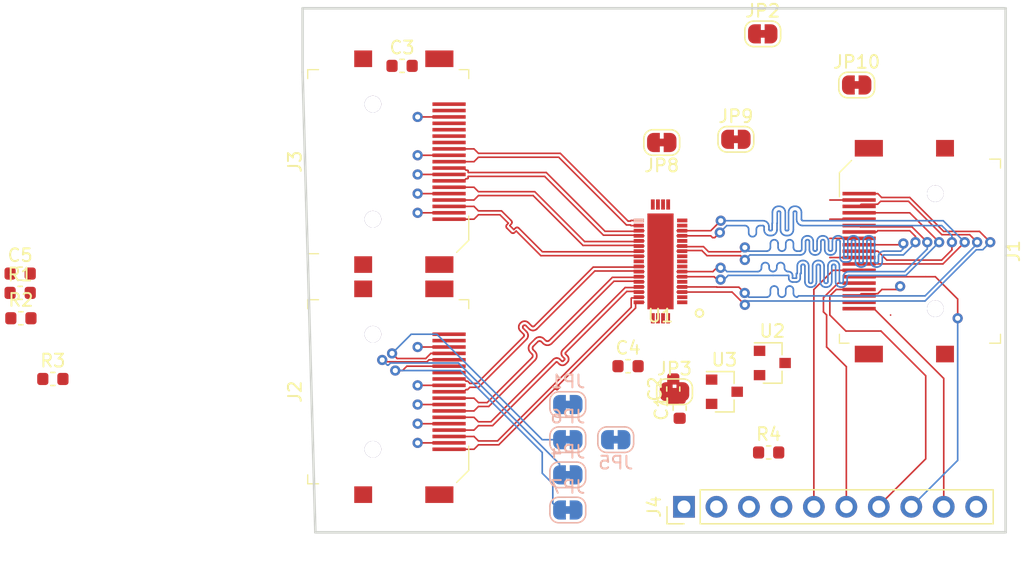
<source format=kicad_pcb>
(kicad_pcb (version 20171130) (host pcbnew "(5.0.0)")
  (layers (0 F.Cu signal) (31 B.Cu signal) (34 B.Paste user) (35 F.Paste user) (36 B.SilkS user) (37 F.SilkS user) (38 B.Mask user) (39 F.Mask user hide) (44 Edge.Cuts user))
  (net 0 "")
  (net 1 GND)
  (net 2 +5V)
  (net 3 +3V3)
  (net 4 +1V5)
  (net 5 /OUTD2+)
  (net 6 /OUTD2-)
  (net 7 /OUTD0+)
  (net 8 /OUTD0-)
  (net 9 /OUTCEC)
  (net 10 /OUTSDA)
  (net 11 /OUTHBD)
  (net 12 /OUTD1+)
  (net 13 /OUTD1-)
  (net 14 /OUTCLK+)
  (net 15 /OUTCLK-)
  (net 16 /OUTUTIL)
  (net 17 /OUTSCL)
  (net 18 /INAD2+)
  (net 19 /INAD2-)
  (net 20 /INAD0+)
  (net 21 /INAD0-)
  (net 22 /INACEC)
  (net 23 /INASDA)
  (net 24 /INAHBD)
  (net 25 /INAD1+)
  (net 26 /INAD1-)
  (net 27 /INACLK+)
  (net 28 /INACLK-)
  (net 29 /INAUTIL)
  (net 30 /INASCL)
  (net 31 /INBSCL)
  (net 32 /INBUTIL)
  (net 33 /INBCLK-)
  (net 34 /INBCLK+)
  (net 35 /INBD1-)
  (net 36 /INBD1+)
  (net 37 /INBHBD)
  (net 38 /INBSDA)
  (net 39 /INBCEC)
  (net 40 /INBD0-)
  (net 41 /INBD0+)
  (net 42 /INBD2-)
  (net 43 /INBD2+)
  (net 44 /OUTSEL)
  (net 45 /SELECT)
  (module Package_DFN_QFN:QFN-42-1EP_5x6mm_P0.4mm_EP3.7x4.7mm (layer F.Cu) (at 191 115.8 180)
    (fp_text reference U1 (at 0 -4.25 180) (layer F.SilkS))
    (fp_text value TS3DV421)
    (pad 43 smd rect (at 0 0 180) (size 2.05 7.5) (layers F.Cu F.Paste F.Mask) (clearance 0.01))
    (pad 1 smd rect (at -1.3 -3.2 180) (size 0.8 0.3) (drill (offset -0.4 0)) (layers F.Cu F.Paste F.Mask) (net 4 +1V5))
    (pad 2 smd rect (at -1.3 -2.8 180) (size 0.8 0.3) (drill (offset -0.4 0)) (layers F.Cu F.Paste F.Mask) (net 3 +3V3))
    (pad 3 smd rect (at -1.3 -2.4 180) (size 0.8 0.3) (drill (offset -0.4 0)) (layers F.Cu F.Paste F.Mask) (net 5 /OUTD2+))
    (pad 4 smd rect (at -1.3 -2 180) (size 0.8 0.3) (drill (offset -0.4 0)) (layers F.Cu F.Paste F.Mask) (net 6 /OUTD2-))
    (pad 5 smd rect (at -1.3 -1.6 180) (size 0.8 0.3) (drill (offset -0.4 0)) (layers F.Cu F.Paste F.Mask) (net 4 +1V5))
    (pad 6 smd rect (at -1.3 -1.2 180) (size 0.8 0.3) (drill (offset -0.4 0)) (layers F.Cu F.Paste F.Mask) (net 12 /OUTD1+))
    (pad 7 smd rect (at -1.3 -0.8 180) (size 0.8 0.3) (drill (offset -0.4 0)) (layers F.Cu F.Paste F.Mask) (net 13 /OUTD1-))
    (pad 8 smd rect (at -1.3 -0.4 180) (size 0.8 0.3) (drill (offset -0.4 0)) (layers F.Cu F.Paste F.Mask) (net 3 +3V3))
    (pad 9 smd rect (at -1.3 0 180) (size 0.8 0.3) (drill (offset -0.4 0)) (layers F.Cu F.Paste F.Mask) (net 45 /SELECT))
    (pad 10 smd rect (at -1.3 0.4 180) (size 0.8 0.3) (drill (offset -0.4 0)) (layers F.Cu F.Paste F.Mask) (net 4 +1V5))
    (pad 11 smd rect (at -1.3 0.8 180) (size 0.8 0.3) (drill (offset -0.4 0)) (layers F.Cu F.Paste F.Mask) (net 7 /OUTD0+))
    (pad 12 smd rect (at -1.3 1.2 180) (size 0.8 0.3) (drill (offset -0.4 0)) (layers F.Cu F.Paste F.Mask) (net 8 /OUTD0-))
    (pad 13 smd rect (at -1.3 1.6 180) (size 0.8 0.3) (drill (offset -0.4 0)) (layers F.Cu F.Paste F.Mask) (net 4 +1V5))
    (pad 14 smd rect (at -1.3 2 180) (size 0.8 0.3) (drill (offset -0.4 0)) (layers F.Cu F.Paste F.Mask) (net 14 /OUTCLK+))
    (pad 15 smd rect (at -1.3 2.4 180) (size 0.8 0.3) (drill (offset -0.4 0)) (layers F.Cu F.Paste F.Mask) (net 15 /OUTCLK-))
    (pad 16 smd rect (at -1.3 2.8 180) (size 0.8 0.3) (drill (offset -0.4 0)) (layers F.Cu F.Paste F.Mask) (net 3 +3V3))
    (pad 17 smd rect (at -1.3 3.2 180) (size 0.8 0.3) (drill (offset -0.4 0)) (layers F.Cu F.Paste F.Mask) (net 4 +1V5) (clearance 0.01))
    (pad 22 smd rect (at 1.7 3.2) (size 0.8 0.3) (layers F.Cu F.Paste B.SilkS F.Mask) (net 33 /INBCLK-) (clearance 0.01))
    (pad 38 smd rect (at 1.3 -3.2) (size 0.8 0.3) (drill (offset -0.4 0)) (layers F.Cu F.Paste F.Mask) (net 18 /INAD2+))
    (pad 37 smd rect (at 1.3 -2.8) (size 0.8 0.3) (drill (offset -0.4 0)) (layers F.Cu F.Paste F.Mask) (net 19 /INAD2-))
    (pad 36 smd rect (at 1.3 -2.4) (size 0.8 0.3) (drill (offset -0.4 0)) (layers F.Cu F.Paste F.Mask) (net 25 /INAD1+))
    (pad 35 smd rect (at 1.3 -2) (size 0.8 0.3) (drill (offset -0.4 0)) (layers F.Cu F.Paste F.Mask) (net 26 /INAD1-))
    (pad 34 smd rect (at 1.3 -1.6) (size 0.8 0.3) (drill (offset -0.4 0)) (layers F.Cu F.Paste F.Mask) (net 20 /INAD0+))
    (pad 33 smd rect (at 1.3 -1.2) (size 0.8 0.3) (drill (offset -0.4 0)) (layers F.Cu F.Paste F.Mask) (net 21 /INAD0-))
    (pad 32 smd rect (at 1.3 -0.8) (size 0.8 0.3) (drill (offset -0.4 0)) (layers F.Cu F.Paste F.Mask) (net 27 /INACLK+))
    (pad 31 smd rect (at 1.3 -0.4) (size 0.8 0.3) (drill (offset -0.4 0)) (layers F.Cu F.Paste F.Mask) (net 28 /INACLK-))
    (pad 30 smd rect (at 1.3 0) (size 0.8 0.3) (drill (offset -0.4 0)) (layers F.Cu F.Paste F.Mask) (net 3 +3V3))
    (pad 29 smd rect (at 1.3 0.4) (size 0.8 0.3) (drill (offset -0.4 0)) (layers F.Cu F.Paste F.Mask) (net 43 /INBD2+))
    (pad 28 smd rect (at 1.3 0.8) (size 0.8 0.3) (drill (offset -0.4 0)) (layers F.Cu F.Paste F.Mask) (net 42 /INBD2-))
    (pad 27 smd rect (at 1.3 1.2) (size 0.8 0.3) (drill (offset -0.4 0)) (layers F.Cu F.Paste F.Mask) (net 36 /INBD1+))
    (pad 26 smd rect (at 1.3 1.6) (size 0.8 0.3) (drill (offset -0.4 0)) (layers F.Cu F.Paste F.Mask) (net 35 /INBD1-))
    (pad 25 smd rect (at 1.3 2) (size 0.8 0.3) (drill (offset -0.4 0)) (layers F.Cu F.Paste F.Mask) (net 41 /INBD0+))
    (pad 24 smd rect (at 1.3 2.4) (size 0.8 0.3) (drill (offset -0.4 0)) (layers F.Cu F.Paste F.Mask) (net 40 /INBD0-) (clearance 0.01))
    (pad 23 smd rect (at 1.7 2.8) (size 0.8 0.3) (layers F.Cu F.Paste F.Mask) (net 34 /INBCLK+) (clearance 0.01))
    (pad 40 smd rect (at 0.2 -4.05 90) (size 0.8 0.3) (drill (offset -0.4 0)) (layers F.Cu F.Paste F.Mask) (net 3 +3V3))
    (pad 39 smd rect (at 0.6 -4.05 90) (size 0.8 0.3) (drill (offset -0.4 0)) (layers F.Cu F.Paste F.Mask) (net 4 +1V5))
    (pad 42 smd rect (at -0.6 -4.05 90) (size 0.8 0.3) (drill (offset -0.4 0)) (layers F.Cu F.Paste F.Mask) (net 3 +3V3))
    (pad 41 smd rect (at -0.2 -4.05 90) (size 0.8 0.3) (drill (offset -0.4 0)) (layers F.Cu F.Paste F.Mask) (net 4 +1V5))
    (pad 20 smd rect (at 0.2 4.85 90) (size 0.8 0.3) (drill (offset -0.4 0)) (layers F.Cu F.Paste F.Mask) (net 3 +3V3))
    (pad 21 smd rect (at 0.6 4.85 90) (size 0.8 0.3) (drill (offset -0.4 0)) (layers F.Cu F.Paste F.Mask) (net 4 +1V5))
    (pad 18 smd rect (at -0.6 4.85 90) (size 0.8 0.3) (drill (offset -0.4 0)) (layers F.Cu F.Paste F.Mask) (net 3 +3V3))
    (pad 19 smd rect (at -0.2 4.85 90) (size 0.8 0.3) (drill (offset -0.4 0)) (layers F.Cu F.Paste F.Mask) (net 4 +1V5))
  )
  (module Capacitor_SMD:C_0603_1608Metric (layer F.Cu) (at 192.5 127.2875 90)
    (fp_text reference C1 (at 0 -1.43 90) (layer F.SilkS))
    (fp_text value 1uF)
    (pad 2 smd roundrect (at 0.7875 0 90) (size 0.875 0.95) (layers F.Cu F.Paste F.Mask) (net 1 GND))
    (pad 1 smd roundrect (at -0.7875 0 90) (size 0.875 0.95) (layers F.Cu F.Paste F.Mask) (net 2 +5V))
  )
  (module Capacitor_SMD:C_0603_1608Metric (layer F.Cu) (at 192 125.7875 90)
    (fp_text reference C2 (at 0 -1.43 90) (layer F.SilkS))
    (fp_text value 1uF)
    (pad 2 smd roundrect (at 0.7875 0 90) (size 0.875 0.95) (layers F.Cu F.Paste F.Mask) (net 1 GND))
    (pad 1 smd roundrect (at -0.7875 0 90) (size 0.875 0.95) (layers F.Cu F.Paste F.Mask) (net 3 +3V3))
  )
  (module Capacitor_SMD:C_0603_1608Metric (layer F.Cu) (at 170.785001 100.505001)
    (fp_text reference C3 (at 0 -1.43) (layer F.SilkS))
    (fp_text value 1uF)
    (pad 1 smd roundrect (at -0.7875 0) (size 0.875 0.95) (layers F.Cu F.Paste F.Mask) (net 4 +1V5))
    (pad 2 smd roundrect (at 0.7875 0) (size 0.875 0.95) (layers F.Cu F.Paste F.Mask) (net 3 +3V3))
  )
  (module Capacitor_SMD:C_0603_1608Metric (layer F.Cu) (at 188.4625 124)
    (fp_text reference C4 (at 0 -1.43) (layer F.SilkS))
    (fp_text value 1uF)
    (pad 1 smd roundrect (at -0.7875 0) (size 0.875 0.95) (layers F.Cu F.Paste F.Mask) (net 3 +3V3))
    (pad 2 smd roundrect (at 0.7875 0) (size 0.875 0.95) (layers F.Cu F.Paste F.Mask) (net 1 GND))
  )
  (module Capacitor_SMD:C_0603_1608Metric (layer F.Cu) (at 140.905001 116.755001)
    (fp_text reference C5 (at 0 -1.43) (layer F.SilkS))
    (fp_text value 1uF)
    (pad 1 smd roundrect (at -0.7875 0) (size 0.875 0.95) (layers F.Cu F.Paste F.Mask) (net 4 +1V5))
    (pad 2 smd roundrect (at 0.7875 0) (size 0.875 0.95) (layers F.Cu F.Paste F.Mask) (net 1 GND))
  )
  (module Connector_PinHeader_2.54mm:PinHeader_1x10_P2.54mm_Vertical (layer F.Cu) (at 192.84 135 90)
    (fp_text reference J4 (at 0 -2.33 90) (layer F.SilkS))
    (fp_text value Conn_01x10)
    (pad 1 thru_hole rect (at 0 0 90) (size 1.7 1.7) (drill 1) (layers *.Cu *.Mask) (net 2 +5V))
    (pad 2 thru_hole oval (at 0 2.54 90) (size 1.7 1.7) (drill 1) (layers *.Cu *.Mask) (net 3 +3V3))
    (pad 3 thru_hole oval (at 0 5.08 90) (size 1.7 1.7) (drill 1) (layers *.Cu *.Mask) (net 4 +1V5))
    (pad 4 thru_hole oval (at 0 7.62 90) (size 1.7 1.7) (drill 1) (layers *.Cu *.Mask) (net 44 /OUTSEL))
    (pad 5 thru_hole oval (at 0 10.16 90) (size 1.7 1.7) (drill 1) (layers *.Cu *.Mask) (net 9 /OUTCEC))
    (pad 6 thru_hole oval (at 0 12.7 90) (size 1.7 1.7) (drill 1) (layers *.Cu *.Mask) (net 10 /OUTSDA))
    (pad 7 thru_hole oval (at 0 15.24 90) (size 1.7 1.7) (drill 1) (layers *.Cu *.Mask) (net 17 /OUTSCL))
    (pad 8 thru_hole oval (at 0 17.78 90) (size 1.7 1.7) (drill 1) (layers *.Cu *.Mask) (net 16 /OUTUTIL))
    (pad 9 thru_hole oval (at 0 20.32 90) (size 1.7 1.7) (drill 1) (layers *.Cu *.Mask) (net 11 /OUTHBD))
    (pad 10 thru_hole oval (at 0 22.86 90) (size 1.7 1.7) (drill 1) (layers *.Cu *.Mask) (net 1 GND))
  )
  (module Jumper:SolderJumper-2_P1.3mm_Bridged_RoundedPad1.0x1.5mm (layer B.Cu) (at 183.75 127 180)
    (fp_text reference JP1 (at 0 1.8 180) (layer B.SilkS) (effects (justify mirror)))
    (fp_text value SolderJumper_2_Bridged)
    (pad 1 smd custom (at -0.65 0 180) (size 1 0.5) (layers B.Cu B.Mask) (net 9 /OUTCEC) (options (clearance outline) (anchor rect)) (primitives (gr_circle (center 0 -0.25) (end 0.5 -0.25) (width 0)) (gr_circle (center 0 0.25) (end 0.5 0.25) (width 0)) (gr_poly (pts (xy 0 0.75) (xy 0.5 0.75) (xy 0.5 -0.75) (xy 0 -0.75)) (width 0)) (gr_poly (pts (xy 0.9 0.3) (xy 0.4 0.3) (xy 0.4 -0.3) (xy 0.9 -0.3)) (width 0))))
    (pad 2 smd custom (at 0.65 0 180) (size 1 0.5) (layers B.Cu B.Mask) (net 22 /INACEC) (options (clearance outline) (anchor rect)) (primitives (gr_circle (center 0 -0.25) (end 0.5 -0.25) (width 0)) (gr_circle (center 0 0.25) (end 0.5 0.25) (width 0)) (gr_poly (pts (xy 0 0.75) (xy -0.5 0.75) (xy -0.5 -0.75) (xy 0 -0.75)) (width 0))))
  )
  (module Jumper:SolderJumper-2_P1.3mm_Bridged_RoundedPad1.0x1.5mm (layer F.Cu) (at 199 98)
    (fp_text reference JP2 (at 0 -1.8) (layer F.SilkS))
    (fp_text value SolderJumper_2_Bridged)
    (pad 2 smd custom (at 0.65 0) (size 1 0.5) (layers F.Cu F.Mask) (net 39 /INBCEC) (options (clearance outline) (anchor rect)) (primitives (gr_circle (center 0 0.25) (end 0.5 0.25) (width 0)) (gr_circle (center 0 -0.25) (end 0.5 -0.25) (width 0)) (gr_poly (pts (xy 0 -0.75) (xy -0.5 -0.75) (xy -0.5 0.75) (xy 0 0.75)) (width 0))))
    (pad 1 smd custom (at -0.65 0) (size 1 0.5) (layers F.Cu F.Mask) (net 9 /OUTCEC) (options (clearance outline) (anchor rect)) (primitives (gr_circle (center 0 0.25) (end 0.5 0.25) (width 0)) (gr_circle (center 0 -0.25) (end 0.5 -0.25) (width 0)) (gr_poly (pts (xy 0 -0.75) (xy 0.5 -0.75) (xy 0.5 0.75) (xy 0 0.75)) (width 0)) (gr_poly (pts (xy 0.9 -0.3) (xy 0.4 -0.3) (xy 0.4 0.3) (xy 0.9 0.3)) (width 0))))
  )
  (module Jumper:SolderJumper-2_P1.3mm_Bridged_RoundedPad1.0x1.5mm (layer F.Cu) (at 192.1 126)
    (fp_text reference JP3 (at 0 -1.8) (layer F.SilkS))
    (fp_text value SolderJumper_2_Bridged)
    (pad 1 smd custom (at -0.65 0) (size 1 0.5) (layers F.Cu F.Mask) (net 10 /OUTSDA) (options (clearance outline) (anchor rect)) (primitives (gr_circle (center 0 0.25) (end 0.5 0.25) (width 0)) (gr_circle (center 0 -0.25) (end 0.5 -0.25) (width 0)) (gr_poly (pts (xy 0 -0.75) (xy 0.5 -0.75) (xy 0.5 0.75) (xy 0 0.75)) (width 0)) (gr_poly (pts (xy 0.9 -0.3) (xy 0.4 -0.3) (xy 0.4 0.3) (xy 0.9 0.3)) (width 0))))
    (pad 2 smd custom (at 0.65 0) (size 1 0.5) (layers F.Cu F.Mask) (net 38 /INBSDA) (options (clearance outline) (anchor rect)) (primitives (gr_circle (center 0 0.25) (end 0.5 0.25) (width 0)) (gr_circle (center 0 -0.25) (end 0.5 -0.25) (width 0)) (gr_poly (pts (xy 0 -0.75) (xy -0.5 -0.75) (xy -0.5 0.75) (xy 0 0.75)) (width 0))))
  )
  (module Jumper:SolderJumper-2_P1.3mm_Bridged_RoundedPad1.0x1.5mm (layer B.Cu) (at 183.75 132.5 180)
    (fp_text reference JP4 (at 0 1.8 180) (layer B.SilkS) (effects (justify mirror)))
    (fp_text value SolderJumper_2_Bridged)
    (pad 2 smd custom (at 0.65 0 180) (size 1 0.5) (layers B.Cu B.Mask) (net 23 /INASDA) (options (clearance outline) (anchor rect)) (primitives (gr_circle (center 0 -0.25) (end 0.5 -0.25) (width 0)) (gr_circle (center 0 0.25) (end 0.5 0.25) (width 0)) (gr_poly (pts (xy 0 0.75) (xy -0.5 0.75) (xy -0.5 -0.75) (xy 0 -0.75)) (width 0))))
    (pad 1 smd custom (at -0.65 0 180) (size 1 0.5) (layers B.Cu B.Mask) (net 10 /OUTSDA) (options (clearance outline) (anchor rect)) (primitives (gr_circle (center 0 -0.25) (end 0.5 -0.25) (width 0)) (gr_circle (center 0 0.25) (end 0.5 0.25) (width 0)) (gr_poly (pts (xy 0 0.75) (xy 0.5 0.75) (xy 0.5 -0.75) (xy 0 -0.75)) (width 0)) (gr_poly (pts (xy 0.9 0.3) (xy 0.4 0.3) (xy 0.4 -0.3) (xy 0.9 -0.3)) (width 0))))
  )
  (module Jumper:SolderJumper-2_P1.3mm_Bridged_RoundedPad1.0x1.5mm (layer B.Cu) (at 187.5 129.75)
    (fp_text reference JP5 (at 0 1.8) (layer B.SilkS) (effects (justify mirror)))
    (fp_text value SolderJumper_2_Bridged)
    (pad 1 smd custom (at -0.65 0) (size 1 0.5) (layers B.Cu B.Mask) (net 17 /OUTSCL) (options (clearance outline) (anchor rect)) (primitives (gr_circle (center 0 -0.25) (end 0.5 -0.25) (width 0)) (gr_circle (center 0 0.25) (end 0.5 0.25) (width 0)) (gr_poly (pts (xy 0 0.75) (xy 0.5 0.75) (xy 0.5 -0.75) (xy 0 -0.75)) (width 0)) (gr_poly (pts (xy 0.9 0.3) (xy 0.4 0.3) (xy 0.4 -0.3) (xy 0.9 -0.3)) (width 0))))
    (pad 2 smd custom (at 0.65 0) (size 1 0.5) (layers B.Cu B.Mask) (net 31 /INBSCL) (options (clearance outline) (anchor rect)) (primitives (gr_circle (center 0 -0.25) (end 0.5 -0.25) (width 0)) (gr_circle (center 0 0.25) (end 0.5 0.25) (width 0)) (gr_poly (pts (xy 0 0.75) (xy -0.5 0.75) (xy -0.5 -0.75) (xy 0 -0.75)) (width 0))))
  )
  (module Jumper:SolderJumper-2_P1.3mm_Bridged_RoundedPad1.0x1.5mm (layer B.Cu) (at 183.75 129.75 180)
    (fp_text reference JP6 (at 0 1.8 180) (layer B.SilkS) (effects (justify mirror)))
    (fp_text value SolderJumper_2_Bridged)
    (pad 2 smd custom (at 0.65 0 180) (size 1 0.5) (layers B.Cu B.Mask) (net 30 /INASCL) (options (clearance outline) (anchor rect)) (primitives (gr_circle (center 0 -0.25) (end 0.5 -0.25) (width 0)) (gr_circle (center 0 0.25) (end 0.5 0.25) (width 0)) (gr_poly (pts (xy 0 0.75) (xy -0.5 0.75) (xy -0.5 -0.75) (xy 0 -0.75)) (width 0))))
    (pad 1 smd custom (at -0.65 0 180) (size 1 0.5) (layers B.Cu B.Mask) (net 17 /OUTSCL) (options (clearance outline) (anchor rect)) (primitives (gr_circle (center 0 -0.25) (end 0.5 -0.25) (width 0)) (gr_circle (center 0 0.25) (end 0.5 0.25) (width 0)) (gr_poly (pts (xy 0 0.75) (xy 0.5 0.75) (xy 0.5 -0.75) (xy 0 -0.75)) (width 0)) (gr_poly (pts (xy 0.9 0.3) (xy 0.4 0.3) (xy 0.4 -0.3) (xy 0.9 -0.3)) (width 0))))
  )
  (module Jumper:SolderJumper-2_P1.3mm_Bridged_RoundedPad1.0x1.5mm (layer B.Cu) (at 183.75 135.25 180)
    (fp_text reference JP7 (at 0 1.8 180) (layer B.SilkS) (effects (justify mirror)))
    (fp_text value SolderJumper_2_Bridged)
    (pad 1 smd custom (at -0.65 0 180) (size 1 0.5) (layers B.Cu B.Mask) (net 16 /OUTUTIL) (options (clearance outline) (anchor rect)) (primitives (gr_circle (center 0 -0.25) (end 0.5 -0.25) (width 0)) (gr_circle (center 0 0.25) (end 0.5 0.25) (width 0)) (gr_poly (pts (xy 0 0.75) (xy 0.5 0.75) (xy 0.5 -0.75) (xy 0 -0.75)) (width 0)) (gr_poly (pts (xy 0.9 0.3) (xy 0.4 0.3) (xy 0.4 -0.3) (xy 0.9 -0.3)) (width 0))))
    (pad 2 smd custom (at 0.65 0 180) (size 1 0.5) (layers B.Cu B.Mask) (net 29 /INAUTIL) (options (clearance outline) (anchor rect)) (primitives (gr_circle (center 0 -0.25) (end 0.5 -0.25) (width 0)) (gr_circle (center 0 0.25) (end 0.5 0.25) (width 0)) (gr_poly (pts (xy 0 0.75) (xy -0.5 0.75) (xy -0.5 -0.75) (xy 0 -0.75)) (width 0))))
  )
  (module Jumper:SolderJumper-2_P1.3mm_Bridged_RoundedPad1.0x1.5mm (layer F.Cu) (at 191.1 106.5 180)
    (fp_text reference JP8 (at 0 -1.8 180) (layer F.SilkS))
    (fp_text value SolderJumper_2_Bridged)
    (pad 2 smd custom (at 0.65 0 180) (size 1 0.5) (layers F.Cu F.Mask) (net 32 /INBUTIL) (options (clearance outline) (anchor rect)) (primitives (gr_circle (center 0 0.25) (end 0.5 0.25) (width 0)) (gr_circle (center 0 -0.25) (end 0.5 -0.25) (width 0)) (gr_poly (pts (xy 0 -0.75) (xy -0.5 -0.75) (xy -0.5 0.75) (xy 0 0.75)) (width 0))))
    (pad 1 smd custom (at -0.65 0 180) (size 1 0.5) (layers F.Cu F.Mask) (net 16 /OUTUTIL) (options (clearance outline) (anchor rect)) (primitives (gr_circle (center 0 0.25) (end 0.5 0.25) (width 0)) (gr_circle (center 0 -0.25) (end 0.5 -0.25) (width 0)) (gr_poly (pts (xy 0 -0.75) (xy 0.5 -0.75) (xy 0.5 0.75) (xy 0 0.75)) (width 0)) (gr_poly (pts (xy 0.9 -0.3) (xy 0.4 -0.3) (xy 0.4 0.3) (xy 0.9 0.3)) (width 0))))
  )
  (module Jumper:SolderJumper-2_P1.3mm_Bridged_RoundedPad1.0x1.5mm (layer F.Cu) (at 196.9 106.25)
    (fp_text reference JP9 (at 0 -1.8) (layer F.SilkS))
    (fp_text value SolderJumper_2_Bridged)
    (pad 1 smd custom (at -0.65 0) (size 1 0.5) (layers F.Cu F.Mask) (net 11 /OUTHBD) (options (clearance outline) (anchor rect)) (primitives (gr_circle (center 0 0.25) (end 0.5 0.25) (width 0)) (gr_circle (center 0 -0.25) (end 0.5 -0.25) (width 0)) (gr_poly (pts (xy 0 -0.75) (xy 0.5 -0.75) (xy 0.5 0.75) (xy 0 0.75)) (width 0)) (gr_poly (pts (xy 0.9 -0.3) (xy 0.4 -0.3) (xy 0.4 0.3) (xy 0.9 0.3)) (width 0))))
    (pad 2 smd custom (at 0.65 0) (size 1 0.5) (layers F.Cu F.Mask) (net 24 /INAHBD) (options (clearance outline) (anchor rect)) (primitives (gr_circle (center 0 0.25) (end 0.5 0.25) (width 0)) (gr_circle (center 0 -0.25) (end 0.5 -0.25) (width 0)) (gr_poly (pts (xy 0 -0.75) (xy -0.5 -0.75) (xy -0.5 0.75) (xy 0 0.75)) (width 0))))
  )
  (module Jumper:SolderJumper-2_P1.3mm_Bridged_RoundedPad1.0x1.5mm (layer F.Cu) (at 206.35 102)
    (fp_text reference JP10 (at 0 -1.8) (layer F.SilkS))
    (fp_text value SolderJumper_2_Bridged)
    (pad 2 smd custom (at 0.65 0) (size 1 0.5) (layers F.Cu F.Mask) (net 37 /INBHBD) (options (clearance outline) (anchor rect)) (primitives (gr_circle (center 0 0.25) (end 0.5 0.25) (width 0)) (gr_circle (center 0 -0.25) (end 0.5 -0.25) (width 0)) (gr_poly (pts (xy 0 -0.75) (xy -0.5 -0.75) (xy -0.5 0.75) (xy 0 0.75)) (width 0))))
    (pad 1 smd custom (at -0.65 0) (size 1 0.5) (layers F.Cu F.Mask) (net 11 /OUTHBD) (options (clearance outline) (anchor rect)) (primitives (gr_circle (center 0 0.25) (end 0.5 0.25) (width 0)) (gr_circle (center 0 -0.25) (end 0.5 -0.25) (width 0)) (gr_poly (pts (xy 0 -0.75) (xy 0.5 -0.75) (xy 0.5 0.75) (xy 0 0.75)) (width 0)) (gr_poly (pts (xy 0.9 -0.3) (xy 0.4 -0.3) (xy 0.4 0.3) (xy 0.9 0.3)) (width 0))))
  )
  (module Resistor_SMD:R_0603_1608Metric (layer F.Cu) (at 140.905001 118.265001)
    (fp_text reference R1 (at 0 -1.43) (layer F.SilkS))
    (fp_text value 4K7)
    (pad 1 smd roundrect (at -0.7875 0) (size 0.875 0.95) (layers F.Cu F.Paste F.Mask) (net 3 +3V3))
    (pad 2 smd roundrect (at 0.7875 0) (size 0.875 0.95) (layers F.Cu F.Paste F.Mask) (net 10 /OUTSDA))
  )
  (module Resistor_SMD:R_0603_1608Metric (layer F.Cu) (at 140.9625 120.25)
    (fp_text reference R2 (at 0 -1.43) (layer F.SilkS))
    (fp_text value 4K7)
    (pad 2 smd roundrect (at 0.7875 0) (size 0.875 0.95) (layers F.Cu F.Paste F.Mask) (net 17 /OUTSCL))
    (pad 1 smd roundrect (at -0.7875 0) (size 0.875 0.95) (layers F.Cu F.Paste F.Mask) (net 3 +3V3))
  )
  (module Resistor_SMD:R_0603_1608Metric (layer F.Cu) (at 143.4625 125)
    (fp_text reference R3 (at 0 -1.43) (layer F.SilkS))
    (fp_text value 1K8)
    (pad 2 smd roundrect (at 0.7875 0) (size 0.875 0.95) (layers F.Cu F.Paste F.Mask) (net 45 /SELECT))
    (pad 1 smd roundrect (at -0.7875 0) (size 0.875 0.95) (layers F.Cu F.Paste F.Mask) (net 3 +3V3))
  )
  (module Resistor_SMD:R_0603_1608Metric (layer F.Cu) (at 199.4625 130.75)
    (fp_text reference R4 (at 0 -1.43) (layer F.SilkS))
    (fp_text value 1K5)
    (pad 1 smd roundrect (at -0.7875 0) (size 0.875 0.95) (layers F.Cu F.Paste F.Mask) (net 45 /SELECT))
    (pad 2 smd roundrect (at 0.7875 0) (size 0.875 0.95) (layers F.Cu F.Paste F.Mask) (net 44 /OUTSEL))
  )
  (module Package_TO_SOT_SMD:SOT-23 (layer F.Cu) (at 199.75 123.75)
    (fp_text reference U2 (at 0 -2.5) (layer F.SilkS))
    (fp_text value AP7333-33SRG-7)
    (pad 1 smd rect (at -1 -0.95) (size 0.9 0.8) (layers F.Cu F.Paste F.Mask) (net 1 GND))
    (pad 2 smd rect (at -1 0.95) (size 0.9 0.8) (layers F.Cu F.Paste F.Mask) (net 3 +3V3))
    (pad 3 smd rect (at 1 0) (size 0.9 0.8) (layers F.Cu F.Paste F.Mask) (net 2 +5V))
  )
  (module Package_TO_SOT_SMD:SOT-23 (layer F.Cu) (at 196 126)
    (fp_text reference U3 (at 0 -2.5) (layer F.SilkS))
    (fp_text value AP7333-15SRG-7)
    (pad 3 smd rect (at 1 0) (size 0.9 0.8) (layers F.Cu F.Paste F.Mask) (net 3 +3V3))
    (pad 2 smd rect (at -1 0.95) (size 0.9 0.8) (layers F.Cu F.Paste F.Mask) (net 4 +1V5))
    (pad 1 smd rect (at -1 -0.95) (size 0.9 0.8) (layers F.Cu F.Paste F.Mask) (net 1 GND))
  )
  (module digikey-footprints:HDMI_A_Female_2000-1-2-41-00-BK (layer F.Cu) (at 211 115 270)
    (fp_text reference J1 (at 0 -7.6 270) (layer F.SilkS))
    (fp_text value HDMI_A)
    (pad 10 smd rect (at 0 4.46 270) (size 0.28 2.6) (layers F.Cu F.Paste F.Mask) (net 14 /OUTCLK+))
    (pad 9 smd rect (at -0.5 4.46 270) (size 0.28 2.6) (layers F.Cu F.Paste F.Mask) (net 8 /OUTD0-))
    (pad 8 smd rect (at -1 4.46 270) (size 0.28 2.6) (layers F.Cu F.Paste F.Mask) (net 1 GND))
    (pad 7 smd rect (at -1.5 4.46 270) (size 0.28 2.6) (layers F.Cu F.Paste F.Mask) (net 7 /OUTD0+))
    (pad 6 smd rect (at -2 4.46 270) (size 0.28 2.6) (layers F.Cu F.Paste F.Mask) (net 13 /OUTD1-))
    (pad 5 smd rect (at -2.5 4.46 270) (size 0.28 2.6) (layers F.Cu F.Paste F.Mask) (net 1 GND))
    (pad 4 smd rect (at -3 4.46 270) (size 0.28 2.6) (layers F.Cu F.Paste F.Mask) (net 12 /OUTD1+))
    (pad 3 smd rect (at -3.5 4.46 270) (size 0.28 2.6) (layers F.Cu F.Paste F.Mask) (net 6 /OUTD2-))
    (pad 2 smd rect (at -4 4.46 270) (size 0.28 2.6) (layers F.Cu F.Paste F.Mask) (net 1 GND))
    (pad 1 smd rect (at -4.5 4.46 270) (size 0.28 2.6) (layers F.Cu F.Paste F.Mask) (net 5 /OUTD2+))
    (pad 11 smd rect (at 0.5 4.46 270) (size 0.28 2.6) (layers F.Cu F.Paste F.Mask) (net 1 GND))
    (pad 12 smd rect (at 1 4.46 270) (size 0.28 2.6) (layers F.Cu F.Paste F.Mask) (net 15 /OUTCLK-))
    (pad 13 smd rect (at 1.5 4.46 270) (size 0.28 2.6) (layers F.Cu F.Paste F.Mask) (net 9 /OUTCEC))
    (pad 14 smd rect (at 2 4.46 270) (size 0.28 2.6) (layers F.Cu F.Paste F.Mask) (net 16 /OUTUTIL))
    (pad 15 smd rect (at 2.5 4.46 270) (size 0.28 2.6) (layers F.Cu F.Paste F.Mask) (net 10 /OUTSDA))
    (pad 16 smd rect (at 3 4.46 270) (size 0.28 2.6) (layers F.Cu F.Paste F.Mask) (net 17 /OUTSCL))
    (pad 17 smd rect (at 3.5 4.46 270) (size 0.28 2.6) (layers F.Cu F.Paste F.Mask) (net 1 GND))
    (pad 18 smd rect (at 4 4.46 270) (size 0.28 2.6) (layers F.Cu F.Paste F.Mask) (net 2 +5V))
    (pad 19 smd rect (at 4.5 4.46 270) (size 0.28 2.6) (layers F.Cu F.Paste F.Mask) (net 11 /OUTHBD))
    (pad SH smd rect (at -8.05 3.7 270) (size 1.3 2.2) (layers F.Cu F.Paste F.Mask) (net 1 GND))
    (pad SH smd rect (at 8.05 3.7 270) (size 1.3 2.2) (layers F.Cu F.Paste F.Mask) (net 1 GND))
    (pad SH smd rect (at 8.05 -2.26 270) (size 1.3 1.4) (layers F.Cu F.Paste F.Mask) (net 1 GND))
    (pad SH smd rect (at -8.05 -2.26 270) (size 1.3 1.4) (layers F.Cu F.Paste F.Mask) (net 1 GND))
    (pad "" thru_hole circle (at -4.5 -1.5 270) (size 1.3 1.3) (drill 1.3) (layers *.Cu))
    (pad "" thru_hole circle (at 4.5 -1.5 270) (size 1.3 1.3) (drill 1.3) (layers *.Cu))
  )
  (module digikey-footprints:HDMI_A_Female_2000-1-2-41-00-BK (layer F.Cu) (at 170 126 90)
    (fp_text reference J2 (at 0 -7.6 90) (layer F.SilkS))
    (fp_text value HDMI_A)
    (pad 10 smd rect (at 0 4.46 90) (size 0.28 2.6) (layers F.Cu F.Paste F.Mask) (net 27 /INACLK+))
    (pad 9 smd rect (at -0.5 4.46 90) (size 0.28 2.6) (layers F.Cu F.Paste F.Mask) (net 21 /INAD0-))
    (pad 8 smd rect (at -1 4.46 90) (size 0.28 2.6) (layers F.Cu F.Paste F.Mask) (net 1 GND))
    (pad 7 smd rect (at -1.5 4.46 90) (size 0.28 2.6) (layers F.Cu F.Paste F.Mask) (net 20 /INAD0+))
    (pad 6 smd rect (at -2 4.46 90) (size 0.28 2.6) (layers F.Cu F.Paste F.Mask) (net 26 /INAD1-))
    (pad 5 smd rect (at -2.5 4.46 90) (size 0.28 2.6) (layers F.Cu F.Paste F.Mask) (net 1 GND))
    (pad 4 smd rect (at -3 4.46 90) (size 0.28 2.6) (layers F.Cu F.Paste F.Mask) (net 25 /INAD1+))
    (pad 3 smd rect (at -3.5 4.46 90) (size 0.28 2.6) (layers F.Cu F.Paste F.Mask) (net 19 /INAD2-))
    (pad 2 smd rect (at -4 4.46 90) (size 0.28 2.6) (layers F.Cu F.Paste F.Mask) (net 1 GND))
    (pad 1 smd rect (at -4.5 4.46 90) (size 0.28 2.6) (layers F.Cu F.Paste F.Mask) (net 18 /INAD2+))
    (pad 11 smd rect (at 0.5 4.46 90) (size 0.28 2.6) (layers F.Cu F.Paste F.Mask) (net 1 GND))
    (pad 12 smd rect (at 1 4.46 90) (size 0.28 2.6) (layers F.Cu F.Paste F.Mask) (net 28 /INACLK-))
    (pad 13 smd rect (at 1.5 4.46 90) (size 0.28 2.6) (layers F.Cu F.Paste F.Mask) (net 22 /INACEC))
    (pad 14 smd rect (at 2 4.46 90) (size 0.28 2.6) (layers F.Cu F.Paste F.Mask) (net 29 /INAUTIL))
    (pad 15 smd rect (at 2.5 4.46 90) (size 0.28 2.6) (layers F.Cu F.Paste F.Mask) (net 23 /INASDA))
    (pad 16 smd rect (at 3 4.46 90) (size 0.28 2.6) (layers F.Cu F.Paste F.Mask) (net 30 /INASCL))
    (pad 17 smd rect (at 3.5 4.46 90) (size 0.28 2.6) (layers F.Cu F.Paste F.Mask) (net 1 GND))
    (pad 18 smd rect (at 4 4.46 90) (size 0.28 2.6) (layers F.Cu F.Paste F.Mask) (net 2 +5V))
    (pad 19 smd rect (at 4.5 4.46 90) (size 0.28 2.6) (layers F.Cu F.Paste F.Mask) (net 24 /INAHBD))
    (pad SH smd rect (at -8.05 3.7 90) (size 1.3 2.2) (layers F.Cu F.Paste F.Mask) (net 1 GND))
    (pad SH smd rect (at 8.05 3.7 90) (size 1.3 2.2) (layers F.Cu F.Paste F.Mask) (net 1 GND))
    (pad SH smd rect (at 8.05 -2.26 90) (size 1.3 1.4) (layers F.Cu F.Paste F.Mask) (net 1 GND))
    (pad SH smd rect (at -8.05 -2.26 90) (size 1.3 1.4) (layers F.Cu F.Paste F.Mask) (net 1 GND))
    (pad "" thru_hole circle (at -4.5 -1.5 90) (size 1.3 1.3) (drill 1.3) (layers *.Cu))
    (pad "" thru_hole circle (at 4.5 -1.5 90) (size 1.3 1.3) (drill 1.3) (layers *.Cu))
  )
  (module digikey-footprints:HDMI_A_Female_2000-1-2-41-00-BK (layer F.Cu) (at 170 108 90)
    (fp_text reference J3 (at 0 -7.6 90) (layer F.SilkS))
    (fp_text value HDMI_A)
    (pad "" thru_hole circle (at 4.5 -1.5 90) (size 1.3 1.3) (drill 1.3) (layers *.Cu))
    (pad "" thru_hole circle (at -4.5 -1.5 90) (size 1.3 1.3) (drill 1.3) (layers *.Cu))
    (pad SH smd rect (at -8.05 -2.26 90) (size 1.3 1.4) (layers F.Cu F.Paste F.Mask) (net 1 GND))
    (pad SH smd rect (at 8.05 -2.26 90) (size 1.3 1.4) (layers F.Cu F.Paste F.Mask) (net 1 GND))
    (pad SH smd rect (at 8.05 3.7 90) (size 1.3 2.2) (layers F.Cu F.Paste F.Mask) (net 1 GND))
    (pad SH smd rect (at -8.05 3.7 90) (size 1.3 2.2) (layers F.Cu F.Paste F.Mask) (net 1 GND))
    (pad 19 smd rect (at 4.5 4.46 90) (size 0.28 2.6) (layers F.Cu F.Paste F.Mask) (net 37 /INBHBD))
    (pad 18 smd rect (at 4 4.46 90) (size 0.28 2.6) (layers F.Cu F.Paste F.Mask) (net 2 +5V))
    (pad 17 smd rect (at 3.5 4.46 90) (size 0.28 2.6) (layers F.Cu F.Paste F.Mask) (net 1 GND))
    (pad 16 smd rect (at 3 4.46 90) (size 0.28 2.6) (layers F.Cu F.Paste F.Mask) (net 31 /INBSCL))
    (pad 15 smd rect (at 2.5 4.46 90) (size 0.28 2.6) (layers F.Cu F.Paste F.Mask) (net 38 /INBSDA))
    (pad 14 smd rect (at 2 4.46 90) (size 0.28 2.6) (layers F.Cu F.Paste F.Mask) (net 32 /INBUTIL))
    (pad 13 smd rect (at 1.5 4.46 90) (size 0.28 2.6) (layers F.Cu F.Paste F.Mask) (net 39 /INBCEC))
    (pad 12 smd rect (at 1 4.46 90) (size 0.28 2.6) (layers F.Cu F.Paste F.Mask) (net 33 /INBCLK-))
    (pad 11 smd rect (at 0.5 4.46 90) (size 0.28 2.6) (layers F.Cu F.Paste F.Mask) (net 1 GND))
    (pad 1 smd rect (at -4.5 4.46 90) (size 0.28 2.6) (layers F.Cu F.Paste F.Mask) (net 43 /INBD2+))
    (pad 2 smd rect (at -4 4.46 90) (size 0.28 2.6) (layers F.Cu F.Paste F.Mask) (net 1 GND))
    (pad 3 smd rect (at -3.5 4.46 90) (size 0.28 2.6) (layers F.Cu F.Paste F.Mask) (net 42 /INBD2-))
    (pad 4 smd rect (at -3 4.46 90) (size 0.28 2.6) (layers F.Cu F.Paste F.Mask) (net 36 /INBD1+))
    (pad 5 smd rect (at -2.5 4.46 90) (size 0.28 2.6) (layers F.Cu F.Paste F.Mask) (net 1 GND))
    (pad 6 smd rect (at -2 4.46 90) (size 0.28 2.6) (layers F.Cu F.Paste F.Mask) (net 35 /INBD1-))
    (pad 7 smd rect (at -1.5 4.46 90) (size 0.28 2.6) (layers F.Cu F.Paste F.Mask) (net 41 /INBD0+))
    (pad 8 smd rect (at -1 4.46 90) (size 0.28 2.6) (layers F.Cu F.Paste F.Mask) (net 1 GND))
    (pad 9 smd rect (at -0.5 4.46 90) (size 0.28 2.6) (layers F.Cu F.Paste F.Mask) (net 40 /INBD0-))
    (pad 10 smd rect (at 0 4.46 90) (size 0.28 2.6) (layers F.Cu F.Paste F.Mask) (net 34 /INBCLK+))
  )
  (gr_line (start 164 137) (end 163 101) (layer Edge.Cuts) (width 0.2))
  (gr_line (start 218 137) (end 164 137) (layer Edge.Cuts) (width 0.2))
  (gr_line (start 218 96) (end 218 137) (layer Edge.Cuts) (width 0.2))
  (gr_line (start 163 96) (end 218 96) (layer Edge.Cuts) (width 0.2))
  (gr_line (start 163 101) (end 163 96) (layer Edge.Cuts) (width 0.2))
  (segment (start 174.46 128.5) (end 172 128.5) (width 0.127) (layer F.Cu) (net 1))
  (segment (start 174.46 130) (end 172 130) (width 0.127) (layer F.Cu) (net 1))
  (segment (start 174.46 127) (end 172 127) (width 0.127) (layer F.Cu) (net 1))
  (segment (start 174.46 125.5) (end 172 125.5) (width 0.127) (layer F.Cu) (net 1))
  (segment (start 174.46 122.5) (end 172 122.5) (width 0.127) (layer F.Cu) (net 1))
  (segment (start 172 130) (end 172 130) (width 0.127) (layer F.Cu) (net 1))
  (via (at 172 130) (size 0.8) (drill 0.4) (layers F.Cu B.Cu) (net 1))
  (segment (start 172 128.5) (end 172 128.5) (width 0.127) (layer F.Cu) (net 1))
  (via (at 172 128.5) (size 0.8) (drill 0.4) (layers F.Cu B.Cu) (net 1))
  (segment (start 172 127) (end 172 127) (width 0.127) (layer F.Cu) (net 1))
  (via (at 172 127) (size 0.8) (drill 0.4) (layers F.Cu B.Cu) (net 1))
  (segment (start 172 125.5) (end 172 125.5) (width 0.127) (layer F.Cu) (net 1))
  (via (at 172 125.5) (size 0.8) (drill 0.4) (layers F.Cu B.Cu) (net 1))
  (segment (start 172 122.5) (end 172 122.5) (width 0.127) (layer F.Cu) (net 1))
  (via (at 172 122.5) (size 0.8) (drill 0.4) (layers F.Cu B.Cu) (net 1))
  (segment (start 174.46 112) (end 172 112) (width 0.127) (layer F.Cu) (net 1))
  (segment (start 174.46 110.5) (end 172 110.5) (width 0.127) (layer F.Cu) (net 1))
  (segment (start 174.46 109) (end 172 109) (width 0.127) (layer F.Cu) (net 1))
  (segment (start 174.46 107.5) (end 172 107.5) (width 0.127) (layer F.Cu) (net 1))
  (segment (start 174.46 104.5) (end 172 104.5) (width 0.127) (layer F.Cu) (net 1))
  (segment (start 172 104.5) (end 172 104.5) (width 0.127) (layer F.Cu) (net 1))
  (via (at 172 104.5) (size 0.8) (drill 0.4) (layers F.Cu B.Cu) (net 1))
  (segment (start 172 107.5) (end 172 107.5) (width 0.127) (layer F.Cu) (net 1))
  (via (at 172 107.5) (size 0.8) (drill 0.4) (layers F.Cu B.Cu) (net 1))
  (segment (start 172 109) (end 172 109) (width 0.127) (layer F.Cu) (net 1))
  (via (at 172 109) (size 0.8) (drill 0.4) (layers F.Cu B.Cu) (net 1))
  (segment (start 172 110.5) (end 172 110.5) (width 0.127) (layer F.Cu) (net 1))
  (via (at 172 110.5) (size 0.8) (drill 0.4) (layers F.Cu B.Cu) (net 1))
  (segment (start 172 112) (end 172 112) (width 0.127) (layer F.Cu) (net 1))
  (via (at 172 112) (size 0.8) (drill 0.4) (layers F.Cu B.Cu) (net 1))
  (segment (start 209 120) (end 209 120) (width 0.127) (layer F.Cu) (net 1))
  (segment (start 206.54 111) (end 206.25 111) (width 0.127) (layer F.Cu) (net 1))
  (segment (start 206.25 111) (end 204.25 111) (width 0.127) (layer F.Cu) (net 1))
  (segment (start 208.322902 118) (end 209.5 118) (width 0.127) (layer F.Cu) (net 1))
  (segment (start 206.709499 118.330501) (end 207.992401 118.330501) (width 0.127) (layer F.Cu) (net 1))
  (segment (start 206.54 118.5) (end 206.709499 118.330501) (width 0.127) (layer F.Cu) (net 1))
  (segment (start 207.992401 118.330501) (end 208.322902 118) (width 0.127) (layer F.Cu) (net 1))
  (segment (start 209.5 118) (end 209.75 117.75) (width 0.127) (layer F.Cu) (net 1))
  (via (at 209.75 117.75) (size 0.8) (drill 0.4) (layers F.Cu B.Cu) (net 1))
  (segment (start 206.54 112.5) (end 204.25 112.5) (width 0.127) (layer F.Cu) (net 1))
  (segment (start 206.54 114) (end 204.25 114) (width 0.127) (layer F.Cu) (net 1))
  (segment (start 206.54 115.5) (end 204.25 115.5) (width 0.127) (layer F.Cu) (net 1))
  (via (at 216.800004 114.3) (size 0.8) (drill 0.4) (layers F.Cu B.Cu) (net 5))
  (segment (start 197.200001 118.799995) (end 197.6 119.199994) (width 0.125) (layer F.Cu) (net 5))
  (segment (start 196.600006 118.2) (end 197.200001 118.799995) (width 0.125) (layer F.Cu) (net 5))
  (segment (start 192.3 118.2) (end 196.600006 118.2) (width 0.125) (layer F.Cu) (net 5))
  (via (at 197.6 119.199994) (size 0.8) (drill 0.4) (layers F.Cu B.Cu) (net 5))
  (segment (start 197.6 119.1) (end 197.8 118.9) (width 0.125) (layer B.Cu) (net 5))
  (segment (start 216.400005 113.900001) (end 216.800004 114.3) (width 0.125) (layer F.Cu) (net 5))
  (segment (start 213.158487 113.458487) (end 215.958491 113.458487) (width 0.125) (layer F.Cu) (net 5))
  (segment (start 206.54 110.5) (end 208 110.5) (width 0.125) (layer F.Cu) (net 5))
  (segment (start 215.958491 113.458487) (end 216.400005 113.900001) (width 0.125) (layer F.Cu) (net 5))
  (segment (start 208.3 110.8) (end 210.5 110.8) (width 0.125) (layer F.Cu) (net 5))
  (segment (start 215.710497 114.889503) (end 216.210501 114.889503) (width 0.125) (layer B.Cu) (net 5))
  (segment (start 197.8 118.9) (end 211.7 118.9) (width 0.125) (layer B.Cu) (net 5))
  (segment (start 210.5 110.8) (end 213.158487 113.458487) (width 0.125) (layer F.Cu) (net 5))
  (segment (start 211.7 118.9) (end 215.710497 114.889503) (width 0.125) (layer B.Cu) (net 5))
  (segment (start 216.210501 114.889503) (end 216.800004 114.3) (width 0.125) (layer B.Cu) (net 5))
  (segment (start 208 110.5) (end 208.3 110.8) (width 0.125) (layer F.Cu) (net 5))
  (segment (start 197.6 119.199994) (end 197.6 119.1) (width 0.125) (layer B.Cu) (net 5))
  (segment (start 195.400525 117.8) (end 195.417039 117.816514) (width 0.125) (layer F.Cu) (net 6))
  (via (at 197.588638 118.273058) (size 0.8) (drill 0.4) (layers F.Cu B.Cu) (net 6))
  (segment (start 197.132094 117.816514) (end 197.188639 117.873059) (width 0.125) (layer F.Cu) (net 6))
  (segment (start 195.417039 117.816514) (end 197.132094 117.816514) (width 0.125) (layer F.Cu) (net 6))
  (segment (start 192.3 117.8) (end 195.400525 117.8) (width 0.125) (layer F.Cu) (net 6))
  (segment (start 197.188639 117.873059) (end 197.588638 118.273058) (width 0.125) (layer F.Cu) (net 6))
  (segment (start 200.087046 117.792838) (end 200.134549 117.840341) (width 0.125) (layer B.Cu) (net 6))
  (segment (start 199.6 118.3) (end 199.6 118.027387) (width 0.125) (layer B.Cu) (net 6))
  (segment (start 201.37029 117.897222) (end 201.392478 117.960631) (width 0.125) (layer B.Cu) (net 6))
  (segment (start 211.7 118.5) (end 215.772987 114.427013) (width 0.125) (layer B.Cu) (net 6))
  (segment (start 200.229709 118.430166) (end 200.26545 118.487047) (width 0.125) (layer B.Cu) (net 6))
  (segment (start 201.287046 117.792838) (end 201.334549 117.840341) (width 0.125) (layer B.Cu) (net 6))
  (segment (start 200.433243 118.592479) (end 200.5 118.6) (width 0.125) (layer B.Cu) (net 6))
  (segment (start 200.807521 117.960631) (end 200.829709 117.897222) (width 0.125) (layer B.Cu) (net 6))
  (segment (start 201.7 118.6) (end 201.8 118.5) (width 0.125) (layer B.Cu) (net 6))
  (segment (start 201.334549 117.840341) (end 201.37029 117.897222) (width 0.125) (layer B.Cu) (net 6))
  (segment (start 200.77029 118.430166) (end 200.792478 118.366757) (width 0.125) (layer B.Cu) (net 6))
  (segment (start 200.26545 118.487047) (end 200.312953 118.53455) (width 0.125) (layer B.Cu) (net 6))
  (segment (start 200.829709 117.897222) (end 200.86545 117.840341) (width 0.125) (layer B.Cu) (net 6))
  (segment (start 200.912953 117.792838) (end 200.969834 117.757097) (width 0.125) (layer B.Cu) (net 6))
  (segment (start 197.91558 118.6) (end 199.3 118.6) (width 0.125) (layer B.Cu) (net 6))
  (segment (start 199.534549 118.487047) (end 199.57029 118.430166) (width 0.125) (layer B.Cu) (net 6))
  (segment (start 200.030165 117.757097) (end 200.087046 117.792838) (width 0.125) (layer B.Cu) (net 6))
  (segment (start 201.1 117.727387) (end 201.166756 117.734909) (width 0.125) (layer B.Cu) (net 6))
  (segment (start 201.4 118.027387) (end 201.4 118.3) (width 0.125) (layer B.Cu) (net 6))
  (segment (start 200.734549 118.487047) (end 200.77029 118.430166) (width 0.125) (layer B.Cu) (net 6))
  (segment (start 200.792478 118.366757) (end 200.8 118.3) (width 0.125) (layer B.Cu) (net 6))
  (segment (start 208.221102 111.1) (end 210.4 111.1) (width 0.125) (layer F.Cu) (net 6))
  (segment (start 210.4 111.1) (end 213.010498 113.710498) (width 0.125) (layer F.Cu) (net 6))
  (segment (start 201.166756 117.734909) (end 201.230165 117.757097) (width 0.125) (layer B.Cu) (net 6))
  (segment (start 207.991601 111.329501) (end 208.221102 111.1) (width 0.125) (layer F.Cu) (net 6))
  (segment (start 201.569834 118.570291) (end 201.633243 118.592479) (width 0.125) (layer B.Cu) (net 6))
  (segment (start 199.487046 118.53455) (end 199.534549 118.487047) (width 0.125) (layer B.Cu) (net 6))
  (segment (start 199.592478 118.366757) (end 199.6 118.3) (width 0.125) (layer B.Cu) (net 6))
  (segment (start 200.630165 118.570291) (end 200.687046 118.53455) (width 0.125) (layer B.Cu) (net 6))
  (segment (start 201.46545 118.487047) (end 201.512953 118.53455) (width 0.125) (layer B.Cu) (net 6))
  (segment (start 199.57029 118.430166) (end 199.592478 118.366757) (width 0.125) (layer B.Cu) (net 6))
  (segment (start 200.2 118.027387) (end 200.2 118.3) (width 0.125) (layer B.Cu) (net 6))
  (segment (start 201.4 118.3) (end 201.407521 118.366757) (width 0.125) (layer B.Cu) (net 6))
  (segment (start 201.392478 117.960631) (end 201.4 118.027387) (width 0.125) (layer B.Cu) (net 6))
  (segment (start 199.769834 117.757097) (end 199.833243 117.734909) (width 0.125) (layer B.Cu) (net 6))
  (segment (start 200.207521 118.366757) (end 200.229709 118.430166) (width 0.125) (layer B.Cu) (net 6))
  (segment (start 199.366756 118.592479) (end 199.430165 118.570291) (width 0.125) (layer B.Cu) (net 6))
  (segment (start 200.369834 118.570291) (end 200.433243 118.592479) (width 0.125) (layer B.Cu) (net 6))
  (segment (start 200.566756 118.592479) (end 200.630165 118.570291) (width 0.125) (layer B.Cu) (net 6))
  (segment (start 199.833243 117.734909) (end 199.9 117.727387) (width 0.125) (layer B.Cu) (net 6))
  (segment (start 201.8 118.5) (end 211.7 118.5) (width 0.125) (layer B.Cu) (net 6))
  (segment (start 199.607521 117.960631) (end 199.629709 117.897222) (width 0.125) (layer B.Cu) (net 6))
  (segment (start 197.588638 118.273058) (end 197.91558 118.6) (width 0.125) (layer B.Cu) (net 6))
  (segment (start 200.8 118.3) (end 200.8 118.027387) (width 0.125) (layer B.Cu) (net 6))
  (segment (start 200.8 118.027387) (end 200.807521 117.960631) (width 0.125) (layer B.Cu) (net 6))
  (segment (start 200.134549 117.840341) (end 200.17029 117.897222) (width 0.125) (layer B.Cu) (net 6))
  (segment (start 200.312953 118.53455) (end 200.369834 118.570291) (width 0.125) (layer B.Cu) (net 6))
  (segment (start 206.54 111.5) (end 206.710499 111.329501) (width 0.125) (layer F.Cu) (net 6))
  (segment (start 200.2 118.3) (end 200.207521 118.366757) (width 0.125) (layer B.Cu) (net 6))
  (segment (start 200.192478 117.960631) (end 200.2 118.027387) (width 0.125) (layer B.Cu) (net 6))
  (segment (start 199.712953 117.792838) (end 199.769834 117.757097) (width 0.125) (layer B.Cu) (net 6))
  (segment (start 199.9 117.727387) (end 199.966756 117.734909) (width 0.125) (layer B.Cu) (net 6))
  (segment (start 215.772987 114.427013) (end 215.772987 114.3) (width 0.125) (layer B.Cu) (net 6))
  (segment (start 200.5 118.6) (end 200.566756 118.592479) (width 0.125) (layer B.Cu) (net 6))
  (segment (start 201.429709 118.430166) (end 201.46545 118.487047) (width 0.125) (layer B.Cu) (net 6))
  (segment (start 200.687046 118.53455) (end 200.734549 118.487047) (width 0.125) (layer B.Cu) (net 6))
  (segment (start 201.230165 117.757097) (end 201.287046 117.792838) (width 0.125) (layer B.Cu) (net 6))
  (segment (start 199.629709 117.897222) (end 199.66545 117.840341) (width 0.125) (layer B.Cu) (net 6))
  (segment (start 201.033243 117.734909) (end 201.1 117.727387) (width 0.125) (layer B.Cu) (net 6))
  (segment (start 201.512953 118.53455) (end 201.569834 118.570291) (width 0.125) (layer B.Cu) (net 6))
  (segment (start 199.966756 117.734909) (end 200.030165 117.757097) (width 0.125) (layer B.Cu) (net 6))
  (segment (start 199.3 118.6) (end 199.366756 118.592479) (width 0.125) (layer B.Cu) (net 6))
  (segment (start 201.407521 118.366757) (end 201.429709 118.430166) (width 0.125) (layer B.Cu) (net 6))
  (segment (start 200.969834 117.757097) (end 201.033243 117.734909) (width 0.125) (layer B.Cu) (net 6))
  (segment (start 200.86545 117.840341) (end 200.912953 117.792838) (width 0.125) (layer B.Cu) (net 6))
  (segment (start 215.372988 113.900001) (end 215.772987 114.3) (width 0.125) (layer F.Cu) (net 6))
  (segment (start 199.66545 117.840341) (end 199.712953 117.792838) (width 0.125) (layer B.Cu) (net 6))
  (segment (start 199.430165 118.570291) (end 199.487046 118.53455) (width 0.125) (layer B.Cu) (net 6))
  (segment (start 206.710499 111.329501) (end 207.991601 111.329501) (width 0.125) (layer F.Cu) (net 6))
  (segment (start 199.6 118.027387) (end 199.607521 117.960631) (width 0.125) (layer B.Cu) (net 6))
  (segment (start 200.17029 117.897222) (end 200.192478 117.960631) (width 0.125) (layer B.Cu) (net 6))
  (segment (start 213.010498 113.710498) (end 215.183485 113.710498) (width 0.125) (layer F.Cu) (net 6))
  (segment (start 201.633243 118.592479) (end 201.7 118.6) (width 0.125) (layer B.Cu) (net 6))
  (segment (start 215.183485 113.710498) (end 215.372988 113.900001) (width 0.125) (layer F.Cu) (net 6))
  (via (at 215.772987 114.3) (size 0.8) (drill 0.4) (layers F.Cu B.Cu) (net 6))
  (segment (start 192.947501 114.9525) (end 194.236832 114.9525) (width 0.125) (layer F.Cu) (net 7))
  (segment (start 192.900001 115) (end 192.947501 114.9525) (width 0.125) (layer F.Cu) (net 7))
  (segment (start 192.3 115) (end 192.900001 115) (width 0.125) (layer F.Cu) (net 7))
  (segment (start 197.2625 115.3525) (end 197.6 115.69) (width 0.125) (layer F.Cu) (net 7))
  (segment (start 194.636832 115.3525) (end 197.2625 115.3525) (width 0.125) (layer F.Cu) (net 7))
  (via (at 197.6 115.69) (size 0.8) (drill 0.4) (layers F.Cu B.Cu) (net 7))
  (segment (start 194.236832 114.9525) (end 194.636832 115.3525) (width 0.125) (layer F.Cu) (net 7))
  (via (at 210.945974 114.3) (size 0.8) (drill 0.4) (layers F.Cu B.Cu) (net 7))
  (segment (start 208 113.4) (end 210.5 113.4) (width 0.125) (layer F.Cu) (net 7))
  (segment (start 206.235145 114.188601) (end 206.246239 114.220305) (width 0.125) (layer B.Cu) (net 7))
  (segment (start 206.54 113.5) (end 207.9 113.5) (width 0.125) (layer F.Cu) (net 7))
  (segment (start 206.193523 114.136409) (end 206.217274 114.16016) (width 0.125) (layer B.Cu) (net 7))
  (segment (start 207.46063 115.916667) (end 207.491988 116.006285) (width 0.125) (layer B.Cu) (net 7))
  (segment (start 206.579649 116.235686) (end 206.673997 116.246317) (width 0.125) (layer B.Cu) (net 7))
  (segment (start 206.490031 116.204328) (end 206.579649 116.235686) (width 0.125) (layer B.Cu) (net 7))
  (segment (start 206.006476 114.136409) (end 206.034917 114.118538) (width 0.125) (layer B.Cu) (net 7))
  (segment (start 205.982725 114.16016) (end 206.006476 114.136409) (width 0.125) (layer B.Cu) (net 7))
  (segment (start 205.964854 114.188601) (end 205.982725 114.16016) (width 0.125) (layer B.Cu) (net 7))
  (segment (start 205.95376 114.220305) (end 205.964854 114.188601) (width 0.125) (layer B.Cu) (net 7))
  (segment (start 205.95 115.518276) (end 205.95 114.253683) (width 0.125) (layer B.Cu) (net 7))
  (segment (start 205.941775 115.591272) (end 205.95 115.518276) (width 0.125) (layer B.Cu) (net 7))
  (segment (start 205.917513 115.660608) (end 205.941775 115.591272) (width 0.125) (layer B.Cu) (net 7))
  (segment (start 205.826489 115.774748) (end 205.878431 115.722806) (width 0.125) (layer B.Cu) (net 7))
  (segment (start 205.764291 115.81383) (end 205.826489 115.774748) (width 0.125) (layer B.Cu) (net 7))
  (segment (start 205.694955 115.838092) (end 205.764291 115.81383) (width 0.125) (layer B.Cu) (net 7))
  (segment (start 205.621959 115.846317) (end 205.694955 115.838092) (width 0.125) (layer B.Cu) (net 7))
  (segment (start 205.37804 115.846317) (end 205.621959 115.846317) (width 0.125) (layer B.Cu) (net 7))
  (segment (start 205.235708 115.81383) (end 205.305044 115.838092) (width 0.125) (layer B.Cu) (net 7))
  (segment (start 205.17351 115.774748) (end 205.235708 115.81383) (width 0.125) (layer B.Cu) (net 7))
  (segment (start 205.121568 115.722806) (end 205.17351 115.774748) (width 0.125) (layer B.Cu) (net 7))
  (segment (start 205.05 114.253683) (end 205.05 115.518276) (width 0.125) (layer B.Cu) (net 7))
  (segment (start 205.046239 114.220305) (end 205.05 114.253683) (width 0.125) (layer B.Cu) (net 7))
  (segment (start 205.035145 114.188601) (end 205.046239 114.220305) (width 0.125) (layer B.Cu) (net 7))
  (segment (start 205.017274 114.16016) (end 205.035145 114.188601) (width 0.125) (layer B.Cu) (net 7))
  (segment (start 204.993523 114.136409) (end 205.017274 114.16016) (width 0.125) (layer B.Cu) (net 7))
  (segment (start 204.965082 114.118538) (end 204.993523 114.136409) (width 0.125) (layer B.Cu) (net 7))
  (segment (start 204.9 114.103683) (end 204.933378 114.107444) (width 0.125) (layer B.Cu) (net 7))
  (segment (start 204.866621 114.107444) (end 204.9 114.103683) (width 0.125) (layer B.Cu) (net 7))
  (segment (start 204.806476 114.136409) (end 204.834917 114.118538) (width 0.125) (layer B.Cu) (net 7))
  (segment (start 204.782725 114.16016) (end 204.806476 114.136409) (width 0.125) (layer B.Cu) (net 7))
  (segment (start 204.764854 114.188601) (end 204.782725 114.16016) (width 0.125) (layer B.Cu) (net 7))
  (segment (start 204.75376 114.220305) (end 204.764854 114.188601) (width 0.125) (layer B.Cu) (net 7))
  (segment (start 204.75 114.253683) (end 204.75376 114.220305) (width 0.125) (layer B.Cu) (net 7))
  (segment (start 204.75 114.876003) (end 204.75 114.253683) (width 0.125) (layer B.Cu) (net 7))
  (segment (start 204.739369 114.970351) (end 204.75 114.876003) (width 0.125) (layer B.Cu) (net 7))
  (segment (start 204.657497 115.140361) (end 204.708011 115.059969) (width 0.125) (layer B.Cu) (net 7))
  (segment (start 202.65 114.876003) (end 202.66063 114.970351) (width 0.125) (layer B.Cu) (net 7))
  (segment (start 202.65 114.253683) (end 202.65 114.876003) (width 0.125) (layer B.Cu) (net 7))
  (segment (start 202.646239 114.220305) (end 202.65 114.253683) (width 0.125) (layer B.Cu) (net 7))
  (segment (start 202.635145 114.188601) (end 202.646239 114.220305) (width 0.125) (layer B.Cu) (net 7))
  (segment (start 202.617274 114.16016) (end 202.635145 114.188601) (width 0.125) (layer B.Cu) (net 7))
  (segment (start 202.565082 114.118538) (end 202.593523 114.136409) (width 0.125) (layer B.Cu) (net 7))
  (segment (start 202.382725 114.16016) (end 202.406476 114.136409) (width 0.125) (layer B.Cu) (net 7))
  (segment (start 206.246239 114.220305) (end 206.25 114.253683) (width 0.125) (layer B.Cu) (net 7))
  (segment (start 202.364854 114.188601) (end 202.382725 114.16016) (width 0.125) (layer B.Cu) (net 7))
  (segment (start 210.945974 114.354026) (end 210.945974 114.3) (width 0.125) (layer B.Cu) (net 7))
  (segment (start 202.35 114.876003) (end 202.35 114.253683) (width 0.125) (layer B.Cu) (net 7))
  (segment (start 204.708011 115.059969) (end 204.739369 114.970351) (width 0.125) (layer B.Cu) (net 7))
  (segment (start 197.6 115.69) (end 197.99 115.3) (width 0.125) (layer B.Cu) (net 7))
  (segment (start 202.339369 114.970351) (end 202.35 114.876003) (width 0.125) (layer B.Cu) (net 7))
  (segment (start 202.308011 115.059969) (end 202.339369 114.970351) (width 0.125) (layer B.Cu) (net 7))
  (segment (start 202.593523 114.136409) (end 202.617274 114.16016) (width 0.125) (layer B.Cu) (net 7))
  (segment (start 207.873997 116.246317) (end 207.926002 116.246317) (width 0.125) (layer B.Cu) (net 7))
  (segment (start 202.257497 115.140361) (end 202.308011 115.059969) (width 0.125) (layer B.Cu) (net 7))
  (segment (start 202.5 114.103683) (end 202.533378 114.107444) (width 0.125) (layer B.Cu) (net 7))
  (segment (start 204.090031 115.258012) (end 204.179649 115.28937) (width 0.125) (layer B.Cu) (net 7))
  (segment (start 204.326002 115.3) (end 204.42035 115.28937) (width 0.125) (layer B.Cu) (net 7))
  (segment (start 206.066621 114.107444) (end 206.1 114.103683) (width 0.125) (layer B.Cu) (net 7))
  (segment (start 202.109968 115.258012) (end 202.19036 115.207498) (width 0.125) (layer B.Cu) (net 7))
  (segment (start 202.466621 114.107444) (end 202.5 114.103683) (width 0.125) (layer B.Cu) (net 7))
  (segment (start 207.446239 114.220305) (end 207.45 114.253683) (width 0.125) (layer B.Cu) (net 7))
  (segment (start 204.59036 115.207498) (end 204.657497 115.140361) (width 0.125) (layer B.Cu) (net 7))
  (segment (start 202.406476 114.136409) (end 202.434917 114.118538) (width 0.125) (layer B.Cu) (net 7))
  (segment (start 203.508011 115.059969) (end 203.539369 114.970351) (width 0.125) (layer B.Cu) (net 7))
  (segment (start 206.673997 116.246317) (end 206.726002 116.246317) (width 0.125) (layer B.Cu) (net 7))
  (segment (start 205.878431 115.722806) (end 205.917513 115.660608) (width 0.125) (layer B.Cu) (net 7))
  (segment (start 202.35376 114.220305) (end 202.364854 114.188601) (width 0.125) (layer B.Cu) (net 7))
  (segment (start 202.533378 114.107444) (end 202.565082 114.118538) (width 0.125) (layer B.Cu) (net 7))
  (segment (start 203.765082 114.118538) (end 203.793523 114.136409) (width 0.125) (layer B.Cu) (net 7))
  (segment (start 206.1 114.103683) (end 206.133378 114.107444) (width 0.125) (layer B.Cu) (net 7))
  (segment (start 202.434917 114.118538) (end 202.466621 114.107444) (width 0.125) (layer B.Cu) (net 7))
  (segment (start 203.606476 114.136409) (end 203.634917 114.118538) (width 0.125) (layer B.Cu) (net 7))
  (segment (start 207.435145 114.188601) (end 207.446239 114.220305) (width 0.125) (layer B.Cu) (net 7))
  (segment (start 202.19036 115.207498) (end 202.257497 115.140361) (width 0.125) (layer B.Cu) (net 7))
  (segment (start 206.034917 114.118538) (end 206.066621 114.107444) (width 0.125) (layer B.Cu) (net 7))
  (segment (start 202.35 114.253683) (end 202.35376 114.220305) (width 0.125) (layer B.Cu) (net 7))
  (segment (start 204.42035 115.28937) (end 204.509968 115.258012) (width 0.125) (layer B.Cu) (net 7))
  (segment (start 197.99 115.3) (end 201.926002 115.3) (width 0.125) (layer B.Cu) (net 7))
  (segment (start 201.926002 115.3) (end 202.02035 115.28937) (width 0.125) (layer B.Cu) (net 7))
  (segment (start 202.02035 115.28937) (end 202.109968 115.258012) (width 0.125) (layer B.Cu) (net 7))
  (segment (start 202.66063 114.970351) (end 202.691988 115.059969) (width 0.125) (layer B.Cu) (net 7))
  (segment (start 206.217274 114.16016) (end 206.235145 114.188601) (width 0.125) (layer B.Cu) (net 7))
  (segment (start 207.779649 116.235686) (end 207.873997 116.246317) (width 0.125) (layer B.Cu) (net 7))
  (segment (start 207.45 114.253683) (end 207.45 115.822319) (width 0.125) (layer B.Cu) (net 7))
  (segment (start 202.691988 115.059969) (end 202.742502 115.140361) (width 0.125) (layer B.Cu) (net 7))
  (segment (start 208.109968 116.204328) (end 208.19036 116.153814) (width 0.125) (layer B.Cu) (net 7))
  (segment (start 204.509968 115.258012) (end 204.59036 115.207498) (width 0.125) (layer B.Cu) (net 7))
  (segment (start 202.742502 115.140361) (end 202.809639 115.207498) (width 0.125) (layer B.Cu) (net 7))
  (segment (start 202.809639 115.207498) (end 202.890031 115.258012) (width 0.125) (layer B.Cu) (net 7))
  (segment (start 207.45 115.822319) (end 207.46063 115.916667) (width 0.125) (layer B.Cu) (net 7))
  (segment (start 202.890031 115.258012) (end 202.979649 115.28937) (width 0.125) (layer B.Cu) (net 7))
  (segment (start 206.25 115.822319) (end 206.26063 115.916667) (width 0.125) (layer B.Cu) (net 7))
  (segment (start 207.365082 114.118538) (end 207.393523 114.136409) (width 0.125) (layer B.Cu) (net 7))
  (segment (start 202.979649 115.28937) (end 203.073997 115.3) (width 0.125) (layer B.Cu) (net 7))
  (segment (start 203.073997 115.3) (end 203.126002 115.3) (width 0.125) (layer B.Cu) (net 7))
  (segment (start 203.126002 115.3) (end 203.22035 115.28937) (width 0.125) (layer B.Cu) (net 7))
  (segment (start 207.491988 116.006285) (end 207.542502 116.086677) (width 0.125) (layer B.Cu) (net 7))
  (segment (start 203.22035 115.28937) (end 203.309968 115.258012) (width 0.125) (layer B.Cu) (net 7))
  (segment (start 208.5 115.3) (end 210 115.3) (width 0.125) (layer B.Cu) (net 7))
  (segment (start 207.057497 116.086677) (end 207.108011 116.006285) (width 0.125) (layer B.Cu) (net 7))
  (segment (start 203.309968 115.258012) (end 203.39036 115.207498) (width 0.125) (layer B.Cu) (net 7))
  (segment (start 206.25 114.253683) (end 206.25 115.822319) (width 0.125) (layer B.Cu) (net 7))
  (segment (start 203.39036 115.207498) (end 203.457497 115.140361) (width 0.125) (layer B.Cu) (net 7))
  (segment (start 203.457497 115.140361) (end 203.508011 115.059969) (width 0.125) (layer B.Cu) (net 7))
  (segment (start 203.539369 114.970351) (end 203.55 114.876003) (width 0.125) (layer B.Cu) (net 7))
  (segment (start 203.55 114.876003) (end 203.55 114.253683) (width 0.125) (layer B.Cu) (net 7))
  (segment (start 210.5 113.4) (end 210.945974 113.845974) (width 0.125) (layer F.Cu) (net 7))
  (segment (start 203.55 114.253683) (end 203.55376 114.220305) (width 0.125) (layer B.Cu) (net 7))
  (segment (start 203.55376 114.220305) (end 203.564854 114.188601) (width 0.125) (layer B.Cu) (net 7))
  (segment (start 203.564854 114.188601) (end 203.582725 114.16016) (width 0.125) (layer B.Cu) (net 7))
  (segment (start 203.582725 114.16016) (end 203.606476 114.136409) (width 0.125) (layer B.Cu) (net 7))
  (segment (start 206.99036 116.153814) (end 207.057497 116.086677) (width 0.125) (layer B.Cu) (net 7))
  (segment (start 203.634917 114.118538) (end 203.666621 114.107444) (width 0.125) (layer B.Cu) (net 7))
  (segment (start 203.666621 114.107444) (end 203.7 114.103683) (width 0.125) (layer B.Cu) (net 7))
  (segment (start 203.7 114.103683) (end 203.733378 114.107444) (width 0.125) (layer B.Cu) (net 7))
  (segment (start 203.733378 114.107444) (end 203.765082 114.118538) (width 0.125) (layer B.Cu) (net 7))
  (segment (start 203.793523 114.136409) (end 203.817274 114.16016) (width 0.125) (layer B.Cu) (net 7))
  (segment (start 210.945974 113.845974) (end 210.945974 114.3) (width 0.125) (layer F.Cu) (net 7))
  (segment (start 203.817274 114.16016) (end 203.835145 114.188601) (width 0.125) (layer B.Cu) (net 7))
  (segment (start 203.835145 114.188601) (end 203.846239 114.220305) (width 0.125) (layer B.Cu) (net 7))
  (segment (start 203.846239 114.220305) (end 203.85 114.253683) (width 0.125) (layer B.Cu) (net 7))
  (segment (start 203.85 114.253683) (end 203.85 114.876003) (width 0.125) (layer B.Cu) (net 7))
  (segment (start 206.133378 114.107444) (end 206.165082 114.118538) (width 0.125) (layer B.Cu) (net 7))
  (segment (start 203.85 114.876003) (end 203.86063 114.970351) (width 0.125) (layer B.Cu) (net 7))
  (segment (start 207.542502 116.086677) (end 207.609639 116.153814) (width 0.125) (layer B.Cu) (net 7))
  (segment (start 203.86063 114.970351) (end 203.891988 115.059969) (width 0.125) (layer B.Cu) (net 7))
  (segment (start 203.891988 115.059969) (end 203.942502 115.140361) (width 0.125) (layer B.Cu) (net 7))
  (segment (start 208.02035 116.235686) (end 208.109968 116.204328) (width 0.125) (layer B.Cu) (net 7))
  (segment (start 203.942502 115.140361) (end 204.009639 115.207498) (width 0.125) (layer B.Cu) (net 7))
  (segment (start 208.35 115.822319) (end 208.35 115.45) (width 0.125) (layer B.Cu) (net 7))
  (segment (start 204.009639 115.207498) (end 204.090031 115.258012) (width 0.125) (layer B.Cu) (net 7))
  (segment (start 204.179649 115.28937) (end 204.273997 115.3) (width 0.125) (layer B.Cu) (net 7))
  (segment (start 204.273997 115.3) (end 204.326002 115.3) (width 0.125) (layer B.Cu) (net 7))
  (segment (start 208.257497 116.086677) (end 208.308011 116.006285) (width 0.125) (layer B.Cu) (net 7))
  (segment (start 207.108011 116.006285) (end 207.139369 115.916667) (width 0.125) (layer B.Cu) (net 7))
  (segment (start 206.409639 116.153814) (end 206.490031 116.204328) (width 0.125) (layer B.Cu) (net 7))
  (segment (start 208.308011 116.006285) (end 208.339369 115.916667) (width 0.125) (layer B.Cu) (net 7))
  (segment (start 210 115.3) (end 210.945974 114.354026) (width 0.125) (layer B.Cu) (net 7))
  (segment (start 208.35 115.45) (end 208.35376 115.416621) (width 0.125) (layer B.Cu) (net 7))
  (segment (start 208.35376 115.416621) (end 208.364854 115.384917) (width 0.125) (layer B.Cu) (net 7))
  (segment (start 205.082486 115.660608) (end 205.121568 115.722806) (width 0.125) (layer B.Cu) (net 7))
  (segment (start 208.382725 115.356476) (end 208.406476 115.332725) (width 0.125) (layer B.Cu) (net 7))
  (segment (start 208.466621 115.30376) (end 208.5 115.3) (width 0.125) (layer B.Cu) (net 7))
  (segment (start 206.342502 116.086677) (end 206.409639 116.153814) (width 0.125) (layer B.Cu) (net 7))
  (segment (start 208.406476 115.332725) (end 208.434917 115.314854) (width 0.125) (layer B.Cu) (net 7))
  (segment (start 207.15 114.253683) (end 207.15376 114.220305) (width 0.125) (layer B.Cu) (net 7))
  (segment (start 207.609639 116.153814) (end 207.690031 116.204328) (width 0.125) (layer B.Cu) (net 7))
  (segment (start 207.9 113.5) (end 208 113.4) (width 0.125) (layer F.Cu) (net 7))
  (segment (start 207.393523 114.136409) (end 207.417274 114.16016) (width 0.125) (layer B.Cu) (net 7))
  (segment (start 208.364854 115.384917) (end 208.382725 115.356476) (width 0.125) (layer B.Cu) (net 7))
  (segment (start 205.05 115.518276) (end 205.058224 115.591272) (width 0.125) (layer B.Cu) (net 7))
  (segment (start 207.164854 114.188601) (end 207.182725 114.16016) (width 0.125) (layer B.Cu) (net 7))
  (segment (start 208.434917 115.314854) (end 208.466621 115.30376) (width 0.125) (layer B.Cu) (net 7))
  (segment (start 205.058224 115.591272) (end 205.082486 115.660608) (width 0.125) (layer B.Cu) (net 7))
  (segment (start 208.339369 115.916667) (end 208.35 115.822319) (width 0.125) (layer B.Cu) (net 7))
  (segment (start 206.291988 116.006285) (end 206.342502 116.086677) (width 0.125) (layer B.Cu) (net 7))
  (segment (start 207.333378 114.107444) (end 207.365082 114.118538) (width 0.125) (layer B.Cu) (net 7))
  (segment (start 207.926002 116.246317) (end 208.02035 116.235686) (width 0.125) (layer B.Cu) (net 7))
  (segment (start 206.726002 116.246317) (end 206.82035 116.235686) (width 0.125) (layer B.Cu) (net 7))
  (segment (start 208.19036 116.153814) (end 208.257497 116.086677) (width 0.125) (layer B.Cu) (net 7))
  (segment (start 206.82035 116.235686) (end 206.909968 116.204328) (width 0.125) (layer B.Cu) (net 7))
  (segment (start 207.266621 114.107444) (end 207.3 114.103683) (width 0.125) (layer B.Cu) (net 7))
  (segment (start 207.417274 114.16016) (end 207.435145 114.188601) (width 0.125) (layer B.Cu) (net 7))
  (segment (start 204.834917 114.118538) (end 204.866621 114.107444) (width 0.125) (layer B.Cu) (net 7))
  (segment (start 207.206476 114.136409) (end 207.234917 114.118538) (width 0.125) (layer B.Cu) (net 7))
  (segment (start 207.15376 114.220305) (end 207.164854 114.188601) (width 0.125) (layer B.Cu) (net 7))
  (segment (start 207.15 115.822319) (end 207.15 114.253683) (width 0.125) (layer B.Cu) (net 7))
  (segment (start 207.234917 114.118538) (end 207.266621 114.107444) (width 0.125) (layer B.Cu) (net 7))
  (segment (start 207.139369 115.916667) (end 207.15 115.822319) (width 0.125) (layer B.Cu) (net 7))
  (segment (start 206.909968 116.204328) (end 206.99036 116.153814) (width 0.125) (layer B.Cu) (net 7))
  (segment (start 207.182725 114.16016) (end 207.206476 114.136409) (width 0.125) (layer B.Cu) (net 7))
  (segment (start 207.690031 116.204328) (end 207.779649 116.235686) (width 0.125) (layer B.Cu) (net 7))
  (segment (start 205.95 114.253683) (end 205.95376 114.220305) (width 0.125) (layer B.Cu) (net 7))
  (segment (start 206.26063 115.916667) (end 206.291988 116.006285) (width 0.125) (layer B.Cu) (net 7))
  (segment (start 205.305044 115.838092) (end 205.37804 115.846317) (width 0.125) (layer B.Cu) (net 7))
  (segment (start 204.933378 114.107444) (end 204.965082 114.118538) (width 0.125) (layer B.Cu) (net 7))
  (segment (start 207.3 114.103683) (end 207.333378 114.107444) (width 0.125) (layer B.Cu) (net 7))
  (segment (start 206.165082 114.118538) (end 206.193523 114.136409) (width 0.125) (layer B.Cu) (net 7))
  (segment (start 192.947501 114.6475) (end 194.363168 114.6475) (width 0.125) (layer F.Cu) (net 8))
  (segment (start 192.3 114.6) (end 192.900001 114.6) (width 0.125) (layer F.Cu) (net 8))
  (segment (start 192.900001 114.6) (end 192.947501 114.6475) (width 0.125) (layer F.Cu) (net 8))
  (segment (start 194.363168 114.6475) (end 194.763168 115.0475) (width 0.125) (layer F.Cu) (net 8))
  (segment (start 194.763168 115.0475) (end 197.2625 115.0475) (width 0.125) (layer F.Cu) (net 8))
  (segment (start 197.2625 115.0475) (end 197.6 114.71) (width 0.125) (layer F.Cu) (net 8))
  (via (at 197.6 114.71) (size 0.8) (drill 0.4) (layers F.Cu B.Cu) (net 8))
  (segment (start 208.091988 115.240031) (end 208.142502 115.159639) (width 0.125) (layer B.Cu) (net 8))
  (segment (start 207.509968 113.845672) (end 207.59036 113.896186) (width 0.125) (layer B.Cu) (net 8))
  (segment (start 210 114.8) (end 210 114.4) (width 0.125) (layer B.Cu) (net 8))
  (segment (start 208.017274 115.88984) (end 208.035145 115.861399) (width 0.125) (layer B.Cu) (net 8))
  (segment (start 209.8 115) (end 210 114.8) (width 0.125) (layer B.Cu) (net 8))
  (segment (start 208.473997 115) (end 209.8 115) (width 0.125) (layer B.Cu) (net 8))
  (segment (start 208.379649 115.01063) (end 208.473997 115) (width 0.125) (layer B.Cu) (net 8))
  (segment (start 208.290031 115.041988) (end 208.379649 115.01063) (width 0.125) (layer B.Cu) (net 8))
  (segment (start 208.209639 115.092502) (end 208.290031 115.041988) (width 0.125) (layer B.Cu) (net 8))
  (segment (start 208.142502 115.159639) (end 208.209639 115.092502) (width 0.125) (layer B.Cu) (net 8))
  (segment (start 208.06063 115.329649) (end 208.091988 115.240031) (width 0.125) (layer B.Cu) (net 8))
  (segment (start 208.05 115.423997) (end 208.06063 115.329649) (width 0.125) (layer B.Cu) (net 8))
  (segment (start 208.05 115.796317) (end 208.05 115.423997) (width 0.125) (layer B.Cu) (net 8))
  (segment (start 208.046239 115.829695) (end 208.05 115.796317) (width 0.125) (layer B.Cu) (net 8))
  (segment (start 205.612558 115.545109) (end 205.622736 115.541547) (width 0.125) (layer B.Cu) (net 8))
  (segment (start 208.035145 115.861399) (end 208.046239 115.829695) (width 0.125) (layer B.Cu) (net 8))
  (segment (start 207.993523 115.913591) (end 208.017274 115.88984) (width 0.125) (layer B.Cu) (net 8))
  (segment (start 207.965082 115.931462) (end 207.993523 115.913591) (width 0.125) (layer B.Cu) (net 8))
  (segment (start 207.933378 115.942556) (end 207.965082 115.931462) (width 0.125) (layer B.Cu) (net 8))
  (segment (start 207.9 115.946317) (end 207.933378 115.942556) (width 0.125) (layer B.Cu) (net 8))
  (segment (start 207.866621 115.942556) (end 207.9 115.946317) (width 0.125) (layer B.Cu) (net 8))
  (segment (start 207.834917 115.931462) (end 207.866621 115.942556) (width 0.125) (layer B.Cu) (net 8))
  (segment (start 206.835145 115.861399) (end 206.846239 115.829695) (width 0.125) (layer B.Cu) (net 8))
  (segment (start 207.806476 115.913591) (end 207.834917 115.931462) (width 0.125) (layer B.Cu) (net 8))
  (segment (start 207.782725 115.88984) (end 207.806476 115.913591) (width 0.125) (layer B.Cu) (net 8))
  (segment (start 207.764854 115.861399) (end 207.782725 115.88984) (width 0.125) (layer B.Cu) (net 8))
  (segment (start 207.75376 115.829695) (end 207.764854 115.861399) (width 0.125) (layer B.Cu) (net 8))
  (segment (start 207.75 115.796317) (end 207.75376 115.829695) (width 0.125) (layer B.Cu) (net 8))
  (segment (start 207.75 114.227681) (end 207.75 115.796317) (width 0.125) (layer B.Cu) (net 8))
  (segment (start 207.739369 114.133333) (end 207.75 114.227681) (width 0.125) (layer B.Cu) (net 8))
  (segment (start 206.733378 115.942556) (end 206.765082 115.931462) (width 0.125) (layer B.Cu) (net 8))
  (segment (start 207.708011 114.043715) (end 207.739369 114.133333) (width 0.125) (layer B.Cu) (net 8))
  (segment (start 207.657497 113.963323) (end 207.708011 114.043715) (width 0.125) (layer B.Cu) (net 8))
  (segment (start 207.59036 113.896186) (end 207.657497 113.963323) (width 0.125) (layer B.Cu) (net 8))
  (segment (start 207.42035 113.814314) (end 207.509968 113.845672) (width 0.125) (layer B.Cu) (net 8))
  (segment (start 205.639493 115.528185) (end 205.64523 115.519053) (width 0.125) (layer B.Cu) (net 8))
  (segment (start 207.326002 113.803683) (end 207.42035 113.814314) (width 0.125) (layer B.Cu) (net 8))
  (segment (start 207.273997 113.803683) (end 207.326002 113.803683) (width 0.125) (layer B.Cu) (net 8))
  (segment (start 207.179649 113.814314) (end 207.273997 113.803683) (width 0.125) (layer B.Cu) (net 8))
  (segment (start 207.090031 113.845672) (end 207.179649 113.814314) (width 0.125) (layer B.Cu) (net 8))
  (segment (start 207.009639 113.896186) (end 207.090031 113.845672) (width 0.125) (layer B.Cu) (net 8))
  (segment (start 206.942502 113.963323) (end 207.009639 113.896186) (width 0.125) (layer B.Cu) (net 8))
  (segment (start 206.891988 114.043715) (end 206.942502 113.963323) (width 0.125) (layer B.Cu) (net 8))
  (segment (start 206.86063 114.133333) (end 206.891988 114.043715) (width 0.125) (layer B.Cu) (net 8))
  (segment (start 206.85 114.227681) (end 206.86063 114.133333) (width 0.125) (layer B.Cu) (net 8))
  (segment (start 206.85 115.796317) (end 206.85 114.227681) (width 0.125) (layer B.Cu) (net 8))
  (segment (start 206.846239 115.829695) (end 206.85 115.796317) (width 0.125) (layer B.Cu) (net 8))
  (segment (start 206.817274 115.88984) (end 206.835145 115.861399) (width 0.125) (layer B.Cu) (net 8))
  (segment (start 206.793523 115.913591) (end 206.817274 115.88984) (width 0.125) (layer B.Cu) (net 8))
  (segment (start 206.765082 115.931462) (end 206.793523 115.913591) (width 0.125) (layer B.Cu) (net 8))
  (segment (start 206.7 115.946317) (end 206.733378 115.942556) (width 0.125) (layer B.Cu) (net 8))
  (segment (start 206.666621 115.942556) (end 206.7 115.946317) (width 0.125) (layer B.Cu) (net 8))
  (segment (start 206.634917 115.931462) (end 206.666621 115.942556) (width 0.125) (layer B.Cu) (net 8))
  (segment (start 206.606476 115.913591) (end 206.634917 115.931462) (width 0.125) (layer B.Cu) (net 8))
  (segment (start 206.582725 115.88984) (end 206.606476 115.913591) (width 0.125) (layer B.Cu) (net 8))
  (segment (start 206.564854 115.861399) (end 206.582725 115.88984) (width 0.125) (layer B.Cu) (net 8))
  (segment (start 206.55376 115.829695) (end 206.564854 115.861399) (width 0.125) (layer B.Cu) (net 8))
  (segment (start 206.55 115.796317) (end 206.55376 115.829695) (width 0.125) (layer B.Cu) (net 8))
  (segment (start 206.55 114.227681) (end 206.55 115.796317) (width 0.125) (layer B.Cu) (net 8))
  (segment (start 206.539369 114.133333) (end 206.55 114.227681) (width 0.125) (layer B.Cu) (net 8))
  (segment (start 200.969834 114.136416) (end 201.033243 114.114228) (width 0.125) (layer B.Cu) (net 8))
  (segment (start 206.508011 114.043715) (end 206.539369 114.133333) (width 0.125) (layer B.Cu) (net 8))
  (segment (start 199.966756 114.114228) (end 200.030165 114.136416) (width 0.125) (layer B.Cu) (net 8))
  (segment (start 206.457497 113.963323) (end 206.508011 114.043715) (width 0.125) (layer B.Cu) (net 8))
  (segment (start 206.39036 113.896186) (end 206.457497 113.963323) (width 0.125) (layer B.Cu) (net 8))
  (segment (start 206.309968 113.845672) (end 206.39036 113.896186) (width 0.125) (layer B.Cu) (net 8))
  (segment (start 206.22035 113.814314) (end 206.309968 113.845672) (width 0.125) (layer B.Cu) (net 8))
  (segment (start 206.126002 113.803683) (end 206.22035 113.814314) (width 0.125) (layer B.Cu) (net 8))
  (segment (start 206.073997 113.803683) (end 206.126002 113.803683) (width 0.125) (layer B.Cu) (net 8))
  (segment (start 205.979649 113.814314) (end 206.073997 113.803683) (width 0.125) (layer B.Cu) (net 8))
  (segment (start 205.890031 113.845672) (end 205.979649 113.814314) (width 0.125) (layer B.Cu) (net 8))
  (segment (start 205.809639 113.896186) (end 205.890031 113.845672) (width 0.125) (layer B.Cu) (net 8))
  (segment (start 205.742502 113.963323) (end 205.809639 113.896186) (width 0.125) (layer B.Cu) (net 8))
  (segment (start 205.691988 114.043715) (end 205.742502 113.963323) (width 0.125) (layer B.Cu) (net 8))
  (segment (start 205.66063 114.133333) (end 205.691988 114.043715) (width 0.125) (layer B.Cu) (net 8))
  (segment (start 205.65 114.227681) (end 205.66063 114.133333) (width 0.125) (layer B.Cu) (net 8))
  (segment (start 205.65 115.498159) (end 205.65 114.227681) (width 0.125) (layer B.Cu) (net 8))
  (segment (start 205.648792 115.508875) (end 205.65 115.498159) (width 0.125) (layer B.Cu) (net 8))
  (segment (start 202.209639 113.896186) (end 202.290031 113.845672) (width 0.125) (layer B.Cu) (net 8))
  (segment (start 205.64523 115.519053) (end 205.648792 115.508875) (width 0.125) (layer B.Cu) (net 8))
  (segment (start 205.631868 115.53581) (end 205.639493 115.528185) (width 0.125) (layer B.Cu) (net 8))
  (segment (start 205.622736 115.541547) (end 205.631868 115.53581) (width 0.125) (layer B.Cu) (net 8))
  (segment (start 205.601842 115.546317) (end 205.612558 115.545109) (width 0.125) (layer B.Cu) (net 8))
  (segment (start 203.673997 113.803683) (end 203.726002 113.803683) (width 0.125) (layer B.Cu) (net 8))
  (segment (start 205.398158 115.546317) (end 205.601842 115.546317) (width 0.125) (layer B.Cu) (net 8))
  (segment (start 205.387441 115.545109) (end 205.398158 115.546317) (width 0.125) (layer B.Cu) (net 8))
  (segment (start 205.377263 115.541547) (end 205.387441 115.545109) (width 0.125) (layer B.Cu) (net 8))
  (segment (start 205.368131 115.53581) (end 205.377263 115.541547) (width 0.125) (layer B.Cu) (net 8))
  (segment (start 205.360506 115.528185) (end 205.368131 115.53581) (width 0.125) (layer B.Cu) (net 8))
  (segment (start 205.354769 115.519053) (end 205.360506 115.528185) (width 0.125) (layer B.Cu) (net 8))
  (segment (start 205.351207 115.508875) (end 205.354769 115.519053) (width 0.125) (layer B.Cu) (net 8))
  (segment (start 205.35 115.498159) (end 205.351207 115.508875) (width 0.125) (layer B.Cu) (net 8))
  (segment (start 205.35 114.227681) (end 205.35 115.498159) (width 0.125) (layer B.Cu) (net 8))
  (segment (start 201.633243 114.992479) (end 201.7 115) (width 0.125) (layer B.Cu) (net 8))
  (segment (start 205.339369 114.133333) (end 205.35 114.227681) (width 0.125) (layer B.Cu) (net 8))
  (segment (start 205.308011 114.043715) (end 205.339369 114.133333) (width 0.125) (layer B.Cu) (net 8))
  (segment (start 205.257497 113.963323) (end 205.308011 114.043715) (width 0.125) (layer B.Cu) (net 8))
  (segment (start 205.19036 113.896186) (end 205.257497 113.963323) (width 0.125) (layer B.Cu) (net 8))
  (segment (start 205.109968 113.845672) (end 205.19036 113.896186) (width 0.125) (layer B.Cu) (net 8))
  (segment (start 205.02035 113.814314) (end 205.109968 113.845672) (width 0.125) (layer B.Cu) (net 8))
  (segment (start 204.926002 113.803683) (end 205.02035 113.814314) (width 0.125) (layer B.Cu) (net 8))
  (segment (start 204.873997 113.803683) (end 204.926002 113.803683) (width 0.125) (layer B.Cu) (net 8))
  (segment (start 204.779649 113.814314) (end 204.873997 113.803683) (width 0.125) (layer B.Cu) (net 8))
  (segment (start 204.690031 113.845672) (end 204.779649 113.814314) (width 0.125) (layer B.Cu) (net 8))
  (segment (start 204.609639 113.896186) (end 204.690031 113.845672) (width 0.125) (layer B.Cu) (net 8))
  (segment (start 204.542502 113.963323) (end 204.609639 113.896186) (width 0.125) (layer B.Cu) (net 8))
  (segment (start 204.45 114.85) (end 204.45 114.227681) (width 0.125) (layer B.Cu) (net 8))
  (segment (start 204.491988 114.043715) (end 204.542502 113.963323) (width 0.125) (layer B.Cu) (net 8))
  (segment (start 204.46063 114.133333) (end 204.491988 114.043715) (width 0.125) (layer B.Cu) (net 8))
  (segment (start 204.45 114.227681) (end 204.46063 114.133333) (width 0.125) (layer B.Cu) (net 8))
  (segment (start 204.446239 114.883379) (end 204.45 114.85) (width 0.125) (layer B.Cu) (net 8))
  (segment (start 204.435145 114.915083) (end 204.446239 114.883379) (width 0.125) (layer B.Cu) (net 8))
  (segment (start 204.417274 114.943524) (end 204.435145 114.915083) (width 0.125) (layer B.Cu) (net 8))
  (segment (start 204.393523 114.967275) (end 204.417274 114.943524) (width 0.125) (layer B.Cu) (net 8))
  (segment (start 204.365082 114.985146) (end 204.393523 114.967275) (width 0.125) (layer B.Cu) (net 8))
  (segment (start 204.333378 114.99624) (end 204.365082 114.985146) (width 0.125) (layer B.Cu) (net 8))
  (segment (start 204.3 115) (end 204.333378 114.99624) (width 0.125) (layer B.Cu) (net 8))
  (segment (start 204.266621 114.99624) (end 204.3 115) (width 0.125) (layer B.Cu) (net 8))
  (segment (start 204.234917 114.985146) (end 204.266621 114.99624) (width 0.125) (layer B.Cu) (net 8))
  (segment (start 204.206476 114.967275) (end 204.234917 114.985146) (width 0.125) (layer B.Cu) (net 8))
  (segment (start 204.182725 114.943524) (end 204.206476 114.967275) (width 0.125) (layer B.Cu) (net 8))
  (via (at 210 114.4) (size 0.8) (drill 0.4) (layers F.Cu B.Cu) (net 8))
  (segment (start 204.164854 114.915083) (end 204.182725 114.943524) (width 0.125) (layer B.Cu) (net 8))
  (segment (start 204.15376 114.883379) (end 204.164854 114.915083) (width 0.125) (layer B.Cu) (net 8))
  (segment (start 204.15 114.85) (end 204.15376 114.883379) (width 0.125) (layer B.Cu) (net 8))
  (segment (start 204.15 114.227681) (end 204.15 114.85) (width 0.125) (layer B.Cu) (net 8))
  (segment (start 204.139369 114.133333) (end 204.15 114.227681) (width 0.125) (layer B.Cu) (net 8))
  (segment (start 201.7 115) (end 201.9 115) (width 0.125) (layer B.Cu) (net 8))
  (segment (start 204.108011 114.043715) (end 204.139369 114.133333) (width 0.125) (layer B.Cu) (net 8))
  (segment (start 204.057497 113.963323) (end 204.108011 114.043715) (width 0.125) (layer B.Cu) (net 8))
  (segment (start 203.99036 113.896186) (end 204.057497 113.963323) (width 0.125) (layer B.Cu) (net 8))
  (segment (start 203.909968 113.845672) (end 203.99036 113.896186) (width 0.125) (layer B.Cu) (net 8))
  (segment (start 203.82035 113.814314) (end 203.909968 113.845672) (width 0.125) (layer B.Cu) (net 8))
  (segment (start 203.726002 113.803683) (end 203.82035 113.814314) (width 0.125) (layer B.Cu) (net 8))
  (segment (start 203.579649 113.814314) (end 203.673997 113.803683) (width 0.125) (layer B.Cu) (net 8))
  (segment (start 203.490031 113.845672) (end 203.579649 113.814314) (width 0.125) (layer B.Cu) (net 8))
  (segment (start 203.409639 113.896186) (end 203.490031 113.845672) (width 0.125) (layer B.Cu) (net 8))
  (segment (start 203.342502 113.963323) (end 203.409639 113.896186) (width 0.125) (layer B.Cu) (net 8))
  (segment (start 203.291988 114.043715) (end 203.342502 113.963323) (width 0.125) (layer B.Cu) (net 8))
  (segment (start 203.26063 114.133333) (end 203.291988 114.043715) (width 0.125) (layer B.Cu) (net 8))
  (segment (start 203.25 114.227681) (end 203.26063 114.133333) (width 0.125) (layer B.Cu) (net 8))
  (segment (start 203.25 114.85) (end 203.25 114.227681) (width 0.125) (layer B.Cu) (net 8))
  (segment (start 203.246239 114.883379) (end 203.25 114.85) (width 0.125) (layer B.Cu) (net 8))
  (segment (start 203.235145 114.915083) (end 203.246239 114.883379) (width 0.125) (layer B.Cu) (net 8))
  (segment (start 203.217274 114.943524) (end 203.235145 114.915083) (width 0.125) (layer B.Cu) (net 8))
  (segment (start 203.193523 114.967275) (end 203.217274 114.943524) (width 0.125) (layer B.Cu) (net 8))
  (segment (start 203.165082 114.985146) (end 203.193523 114.967275) (width 0.125) (layer B.Cu) (net 8))
  (segment (start 203.133378 114.99624) (end 203.165082 114.985146) (width 0.125) (layer B.Cu) (net 8))
  (segment (start 203.1 115) (end 203.133378 114.99624) (width 0.125) (layer B.Cu) (net 8))
  (segment (start 203.066621 114.99624) (end 203.1 115) (width 0.125) (layer B.Cu) (net 8))
  (segment (start 203.034917 114.985146) (end 203.066621 114.99624) (width 0.125) (layer B.Cu) (net 8))
  (segment (start 203.006476 114.967275) (end 203.034917 114.985146) (width 0.125) (layer B.Cu) (net 8))
  (segment (start 202.982725 114.943524) (end 203.006476 114.967275) (width 0.125) (layer B.Cu) (net 8))
  (segment (start 202.964854 114.915083) (end 202.982725 114.943524) (width 0.125) (layer B.Cu) (net 8))
  (segment (start 202.95376 114.883379) (end 202.964854 114.915083) (width 0.125) (layer B.Cu) (net 8))
  (segment (start 202.95 114.85) (end 202.95376 114.883379) (width 0.125) (layer B.Cu) (net 8))
  (segment (start 202.95 114.227681) (end 202.95 114.85) (width 0.125) (layer B.Cu) (net 8))
  (segment (start 202.939369 114.133333) (end 202.95 114.227681) (width 0.125) (layer B.Cu) (net 8))
  (segment (start 202.908011 114.043715) (end 202.939369 114.133333) (width 0.125) (layer B.Cu) (net 8))
  (segment (start 202.857497 113.963323) (end 202.908011 114.043715) (width 0.125) (layer B.Cu) (net 8))
  (segment (start 202.79036 113.896186) (end 202.857497 113.963323) (width 0.125) (layer B.Cu) (net 8))
  (segment (start 202.709968 113.845672) (end 202.79036 113.896186) (width 0.125) (layer B.Cu) (net 8))
  (segment (start 202.62035 113.814314) (end 202.709968 113.845672) (width 0.125) (layer B.Cu) (net 8))
  (segment (start 202.526002 113.803683) (end 202.62035 113.814314) (width 0.125) (layer B.Cu) (net 8))
  (segment (start 202.473997 113.803683) (end 202.526002 113.803683) (width 0.125) (layer B.Cu) (net 8))
  (segment (start 202.379649 113.814314) (end 202.473997 113.803683) (width 0.125) (layer B.Cu) (net 8))
  (segment (start 202.290031 113.845672) (end 202.379649 113.814314) (width 0.125) (layer B.Cu) (net 8))
  (segment (start 202.142502 113.963323) (end 202.209639 113.896186) (width 0.125) (layer B.Cu) (net 8))
  (segment (start 202.091988 114.043715) (end 202.142502 113.963323) (width 0.125) (layer B.Cu) (net 8))
  (segment (start 202.06063 114.133333) (end 202.091988 114.043715) (width 0.125) (layer B.Cu) (net 8))
  (segment (start 202.05 114.227681) (end 202.06063 114.133333) (width 0.125) (layer B.Cu) (net 8))
  (segment (start 202.05 114.85) (end 202.05 114.227681) (width 0.125) (layer B.Cu) (net 8))
  (segment (start 202.046239 114.883379) (end 202.05 114.85) (width 0.125) (layer B.Cu) (net 8))
  (segment (start 202.035145 114.915083) (end 202.046239 114.883379) (width 0.125) (layer B.Cu) (net 8))
  (segment (start 202.017274 114.943524) (end 202.035145 114.915083) (width 0.125) (layer B.Cu) (net 8))
  (segment (start 201.993523 114.967275) (end 202.017274 114.943524) (width 0.125) (layer B.Cu) (net 8))
  (segment (start 199.430165 114.970291) (end 199.487046 114.93455) (width 0.125) (layer B.Cu) (net 8))
  (segment (start 201.965082 114.985146) (end 201.993523 114.967275) (width 0.125) (layer B.Cu) (net 8))
  (segment (start 201.933378 114.99624) (end 201.965082 114.985146) (width 0.125) (layer B.Cu) (net 8))
  (segment (start 201.9 115) (end 201.933378 114.99624) (width 0.125) (layer B.Cu) (net 8))
  (segment (start 200.792478 114.766757) (end 200.8 114.7) (width 0.125) (layer B.Cu) (net 8))
  (segment (start 201.569834 114.970291) (end 201.633243 114.992479) (width 0.125) (layer B.Cu) (net 8))
  (segment (start 201.512953 114.93455) (end 201.569834 114.970291) (width 0.125) (layer B.Cu) (net 8))
  (segment (start 201.46545 114.887047) (end 201.512953 114.93455) (width 0.125) (layer B.Cu) (net 8))
  (segment (start 201.429709 114.830166) (end 201.46545 114.887047) (width 0.125) (layer B.Cu) (net 8))
  (segment (start 201.407521 114.766757) (end 201.429709 114.830166) (width 0.125) (layer B.Cu) (net 8))
  (segment (start 201.4 114.7) (end 201.407521 114.766757) (width 0.125) (layer B.Cu) (net 8))
  (segment (start 201.4 114.406706) (end 201.4 114.7) (width 0.125) (layer B.Cu) (net 8))
  (segment (start 201.392478 114.33995) (end 201.4 114.406706) (width 0.125) (layer B.Cu) (net 8))
  (segment (start 201.37029 114.276541) (end 201.392478 114.33995) (width 0.125) (layer B.Cu) (net 8))
  (segment (start 201.334549 114.21966) (end 201.37029 114.276541) (width 0.125) (layer B.Cu) (net 8))
  (segment (start 201.287046 114.172157) (end 201.334549 114.21966) (width 0.125) (layer B.Cu) (net 8))
  (segment (start 201.230165 114.136416) (end 201.287046 114.172157) (width 0.125) (layer B.Cu) (net 8))
  (segment (start 201.166756 114.114228) (end 201.230165 114.136416) (width 0.125) (layer B.Cu) (net 8))
  (segment (start 201.1 114.106706) (end 201.166756 114.114228) (width 0.125) (layer B.Cu) (net 8))
  (segment (start 201.033243 114.114228) (end 201.1 114.106706) (width 0.125) (layer B.Cu) (net 8))
  (segment (start 200.912953 114.172157) (end 200.969834 114.136416) (width 0.125) (layer B.Cu) (net 8))
  (segment (start 200.86545 114.21966) (end 200.912953 114.172157) (width 0.125) (layer B.Cu) (net 8))
  (segment (start 200.829709 114.276541) (end 200.86545 114.21966) (width 0.125) (layer B.Cu) (net 8))
  (segment (start 200.807521 114.33995) (end 200.829709 114.276541) (width 0.125) (layer B.Cu) (net 8))
  (segment (start 200.8 114.406706) (end 200.807521 114.33995) (width 0.125) (layer B.Cu) (net 8))
  (segment (start 200.8 114.7) (end 200.8 114.406706) (width 0.125) (layer B.Cu) (net 8))
  (segment (start 200.77029 114.830166) (end 200.792478 114.766757) (width 0.125) (layer B.Cu) (net 8))
  (segment (start 200.734549 114.887047) (end 200.77029 114.830166) (width 0.125) (layer B.Cu) (net 8))
  (segment (start 200.687046 114.93455) (end 200.734549 114.887047) (width 0.125) (layer B.Cu) (net 8))
  (segment (start 200.630165 114.970291) (end 200.687046 114.93455) (width 0.125) (layer B.Cu) (net 8))
  (segment (start 200.566756 114.992479) (end 200.630165 114.970291) (width 0.125) (layer B.Cu) (net 8))
  (segment (start 200.5 115) (end 200.566756 114.992479) (width 0.125) (layer B.Cu) (net 8))
  (segment (start 200.433243 114.992479) (end 200.5 115) (width 0.125) (layer B.Cu) (net 8))
  (segment (start 200.369834 114.970291) (end 200.433243 114.992479) (width 0.125) (layer B.Cu) (net 8))
  (segment (start 200.312953 114.93455) (end 200.369834 114.970291) (width 0.125) (layer B.Cu) (net 8))
  (segment (start 200.26545 114.887047) (end 200.312953 114.93455) (width 0.125) (layer B.Cu) (net 8))
  (segment (start 200.229709 114.830166) (end 200.26545 114.887047) (width 0.125) (layer B.Cu) (net 8))
  (segment (start 200.207521 114.766757) (end 200.229709 114.830166) (width 0.125) (layer B.Cu) (net 8))
  (segment (start 200.2 114.7) (end 200.207521 114.766757) (width 0.125) (layer B.Cu) (net 8))
  (segment (start 200.2 114.406706) (end 200.2 114.7) (width 0.125) (layer B.Cu) (net 8))
  (segment (start 200.192478 114.33995) (end 200.2 114.406706) (width 0.125) (layer B.Cu) (net 8))
  (segment (start 200.17029 114.276541) (end 200.192478 114.33995) (width 0.125) (layer B.Cu) (net 8))
  (segment (start 200.134549 114.21966) (end 200.17029 114.276541) (width 0.125) (layer B.Cu) (net 8))
  (segment (start 200.087046 114.172157) (end 200.134549 114.21966) (width 0.125) (layer B.Cu) (net 8))
  (segment (start 200.030165 114.136416) (end 200.087046 114.172157) (width 0.125) (layer B.Cu) (net 8))
  (segment (start 199.9 114.106706) (end 199.966756 114.114228) (width 0.125) (layer B.Cu) (net 8))
  (segment (start 199.833243 114.114228) (end 199.9 114.106706) (width 0.125) (layer B.Cu) (net 8))
  (segment (start 199.769834 114.136416) (end 199.833243 114.114228) (width 0.125) (layer B.Cu) (net 8))
  (segment (start 199.712953 114.172157) (end 199.769834 114.136416) (width 0.125) (layer B.Cu) (net 8))
  (segment (start 199.66545 114.21966) (end 199.712953 114.172157) (width 0.125) (layer B.Cu) (net 8))
  (segment (start 199.629709 114.276541) (end 199.66545 114.21966) (width 0.125) (layer B.Cu) (net 8))
  (segment (start 199.607521 114.33995) (end 199.629709 114.276541) (width 0.125) (layer B.Cu) (net 8))
  (segment (start 199.6 114.406706) (end 199.607521 114.33995) (width 0.125) (layer B.Cu) (net 8))
  (segment (start 199.592478 114.766757) (end 199.6 114.7) (width 0.125) (layer B.Cu) (net 8))
  (segment (start 199.57029 114.830166) (end 199.592478 114.766757) (width 0.125) (layer B.Cu) (net 8))
  (segment (start 199.534549 114.887047) (end 199.57029 114.830166) (width 0.125) (layer B.Cu) (net 8))
  (segment (start 199.487046 114.93455) (end 199.534549 114.887047) (width 0.125) (layer B.Cu) (net 8))
  (segment (start 199.366756 114.992479) (end 199.430165 114.970291) (width 0.125) (layer B.Cu) (net 8))
  (segment (start 199.3 115) (end 199.366756 114.992479) (width 0.125) (layer B.Cu) (net 8))
  (segment (start 197.89 115) (end 199.3 115) (width 0.125) (layer B.Cu) (net 8))
  (segment (start 197.6 114.71) (end 197.89 115) (width 0.125) (layer B.Cu) (net 8))
  (segment (start 206.54 114.5) (end 209.9 114.5) (width 0.125) (layer F.Cu) (net 8))
  (segment (start 209.9 114.5) (end 210 114.4) (width 0.125) (layer F.Cu) (net 8))
  (segment (start 199.6 114.7) (end 199.6 114.406706) (width 0.125) (layer B.Cu) (net 8))
  (segment (start 203 135) (end 203 118) (width 0.127) (layer F.Cu) (net 9))
  (segment (start 204.5 116.5) (end 206.54 116.5) (width 0.127) (layer F.Cu) (net 9))
  (segment (start 203 118) (end 204.5 116.5) (width 0.127) (layer F.Cu) (net 9))
  (segment (start 204.890776 117.5) (end 203.75 118.640776) (width 0.127) (layer F.Cu) (net 10))
  (segment (start 206.54 117.5) (end 204.890776 117.5) (width 0.127) (layer F.Cu) (net 10))
  (segment (start 203.99599 119.99599) (end 203.99599 122.49599) (width 0.127) (layer F.Cu) (net 10))
  (segment (start 203.75 118.640776) (end 203.75 119.75) (width 0.127) (layer F.Cu) (net 10))
  (segment (start 203.75 119.75) (end 203.99599 119.99599) (width 0.127) (layer F.Cu) (net 10))
  (segment (start 205.54 124.04) (end 205.54 135) (width 0.127) (layer F.Cu) (net 10))
  (segment (start 203.99599 122.49599) (end 205.54 124.04) (width 0.127) (layer F.Cu) (net 10))
  (segment (start 207.7 119.5) (end 206.54 119.5) (width 0.127) (layer F.Cu) (net 11))
  (segment (start 213.16 124.96) (end 207.7 119.5) (width 0.127) (layer F.Cu) (net 11))
  (segment (start 213.16 135) (end 213.16 124.96) (width 0.127) (layer F.Cu) (net 11))
  (via (at 195.7 117.227013) (size 0.8) (drill 0.4) (layers F.Cu B.Cu) (net 12))
  (segment (start 195.607302 117.134315) (end 195.7 117.227013) (width 0.125) (layer F.Cu) (net 12))
  (segment (start 195.334315 117.134315) (end 195.607302 117.134315) (width 0.125) (layer F.Cu) (net 12))
  (segment (start 192.3 117) (end 195.2 117) (width 0.125) (layer F.Cu) (net 12))
  (segment (start 195.2 117) (end 195.334315 117.134315) (width 0.125) (layer F.Cu) (net 12))
  (segment (start 202.341992 117.577153) (end 202.310634 117.487536) (width 0.125) (layer B.Cu) (net 12))
  (segment (start 202.11662 116.036576) (end 202.084915 116.047671) (width 0.125) (layer B.Cu) (net 12))
  (segment (start 201.15194 117.348609) (end 201.102171 117.29884) (width 0.125) (layer B.Cu) (net 12))
  (segment (start 204.615084 116.047671) (end 204.583379 116.036576) (width 0.125) (layer B.Cu) (net 12))
  (segment (start 201.020948 116.907329) (end 201.014577 116.903326) (width 0.125) (layer B.Cu) (net 12))
  (segment (start 205.02965 117.806552) (end 204.940033 117.775194) (width 0.125) (layer B.Cu) (net 12))
  (segment (start 205.599996 117.050003) (end 205.599996 117.393189) (width 0.125) (layer B.Cu) (net 12))
  (segment (start 199.816548 116.9) (end 196.3 116.9) (width 0.125) (layer B.Cu) (net 12))
  (segment (start 202.300004 117.393189) (end 202.300004 116.182819) (width 0.125) (layer B.Cu) (net 12))
  (segment (start 202.300004 116.182819) (end 202.296243 116.14944) (width 0.125) (layer B.Cu) (net 12))
  (segment (start 203.383379 116.036576) (end 203.35 116.032815) (width 0.125) (layer B.Cu) (net 12))
  (segment (start 202.056474 116.065542) (end 202.032722 116.089294) (width 0.125) (layer B.Cu) (net 12))
  (segment (start 201 116.899999) (end 199.816548 116.9) (width 0.125) (layer B.Cu) (net 12))
  (segment (start 201.007476 116.900841) (end 201 116.899999) (width 0.125) (layer B.Cu) (net 12))
  (segment (start 201.27797 117.409302) (end 201.211536 117.386056) (width 0.125) (layer B.Cu) (net 12))
  (segment (start 204.484915 116.047671) (end 204.456474 116.065542) (width 0.125) (layer B.Cu) (net 12))
  (segment (start 201.902463 117.239244) (end 201.865016 117.29884) (width 0.125) (layer B.Cu) (net 12))
  (segment (start 202.776002 117.817183) (end 202.723997 117.817183) (width 0.125) (layer B.Cu) (net 12))
  (segment (start 201.93359 117.102868) (end 201.925709 117.17281) (width 0.125) (layer B.Cu) (net 12))
  (segment (start 202.296243 116.14944) (end 202.285148 116.117735) (width 0.125) (layer B.Cu) (net 12))
  (segment (start 201.014577 116.903326) (end 201.007476 116.900841) (width 0.125) (layer B.Cu) (net 12))
  (segment (start 201.033598 117.102868) (end 201.033598 116.933597) (width 0.125) (layer B.Cu) (net 12))
  (segment (start 202.870349 117.806552) (end 202.776002 117.817183) (width 0.125) (layer B.Cu) (net 12))
  (segment (start 204.159966 117.775194) (end 204.070349 117.806552) (width 0.125) (layer B.Cu) (net 12))
  (segment (start 201.041478 117.17281) (end 201.033598 117.102868) (width 0.125) (layer B.Cu) (net 12))
  (segment (start 202.267277 116.089294) (end 202.243525 116.065542) (width 0.125) (layer B.Cu) (net 12))
  (segment (start 210.5 112) (end 212.8 114.3) (width 0.125) (layer F.Cu) (net 12))
  (segment (start 206.54 112) (end 210.5 112) (width 0.125) (layer F.Cu) (net 12))
  (segment (start 201.03027 116.919019) (end 201.026267 116.912648) (width 0.125) (layer B.Cu) (net 12))
  (segment (start 201.925709 117.17281) (end 201.902463 117.239244) (width 0.125) (layer B.Cu) (net 12))
  (segment (start 201.033598 116.933597) (end 201.032755 116.92612) (width 0.125) (layer B.Cu) (net 12))
  (segment (start 202.285148 116.117735) (end 202.267277 116.089294) (width 0.125) (layer B.Cu) (net 12))
  (segment (start 202.183379 116.036576) (end 202.15 116.032815) (width 0.125) (layer B.Cu) (net 12))
  (segment (start 201.619275 117.417183) (end 201.347912 117.417183) (width 0.125) (layer B.Cu) (net 12))
  (segment (start 204.940033 117.775194) (end 204.859641 117.72468) (width 0.125) (layer B.Cu) (net 12))
  (segment (start 204.792506 117.657545) (end 204.741992 117.577153) (width 0.125) (layer B.Cu) (net 12))
  (segment (start 202.62965 117.806552) (end 202.540033 117.775194) (width 0.125) (layer B.Cu) (net 12))
  (segment (start 202.392506 117.657545) (end 202.341992 117.577153) (width 0.125) (layer B.Cu) (net 12))
  (segment (start 201.999996 116.750003) (end 201.93359 116.750003) (width 0.125) (layer B.Cu) (net 12))
  (segment (start 201.865016 117.29884) (end 201.815247 117.348609) (width 0.125) (layer B.Cu) (net 12))
  (segment (start 201.347912 117.417183) (end 201.27797 117.409302) (width 0.125) (layer B.Cu) (net 12))
  (segment (start 202.084915 116.047671) (end 202.056474 116.065542) (width 0.125) (layer B.Cu) (net 12))
  (segment (start 204.55 116.032815) (end 204.51662 116.036576) (width 0.125) (layer B.Cu) (net 12))
  (segment (start 202.243525 116.065542) (end 202.215084 116.047671) (width 0.125) (layer B.Cu) (net 12))
  (segment (start 202.310634 117.487536) (end 202.300004 117.393189) (width 0.125) (layer B.Cu) (net 12))
  (segment (start 201.689217 117.409302) (end 201.619275 117.417183) (width 0.125) (layer B.Cu) (net 12))
  (segment (start 204.51662 116.036576) (end 204.484915 116.047671) (width 0.125) (layer B.Cu) (net 12))
  (segment (start 201.211536 117.386056) (end 201.15194 117.348609) (width 0.125) (layer B.Cu) (net 12))
  (segment (start 202.15 116.032815) (end 202.11662 116.036576) (width 0.125) (layer B.Cu) (net 12))
  (segment (start 196.3 116.9) (end 195.972987 117.227013) (width 0.125) (layer B.Cu) (net 12))
  (segment (start 204.859641 117.72468) (end 204.792506 117.657545) (width 0.125) (layer B.Cu) (net 12))
  (segment (start 204.389365 117.487536) (end 204.358007 117.577153) (width 0.125) (layer B.Cu) (net 12))
  (segment (start 202.215084 116.047671) (end 202.183379 116.036576) (width 0.125) (layer B.Cu) (net 12))
  (segment (start 202.540033 117.775194) (end 202.459641 117.72468) (width 0.125) (layer B.Cu) (net 12))
  (segment (start 201.064724 117.239244) (end 201.041478 117.17281) (width 0.125) (layer B.Cu) (net 12))
  (segment (start 201.999996 116.182819) (end 201.999996 116.750003) (width 0.125) (layer B.Cu) (net 12))
  (segment (start 201.102171 117.29884) (end 201.064724 117.239244) (width 0.125) (layer B.Cu) (net 12))
  (segment (start 201.755651 117.386056) (end 201.689217 117.409302) (width 0.125) (layer B.Cu) (net 12))
  (segment (start 204.583379 116.036576) (end 204.55 116.032815) (width 0.125) (layer B.Cu) (net 12))
  (segment (start 195.972987 117.227013) (end 195.7 117.227013) (width 0.125) (layer B.Cu) (net 12))
  (segment (start 201.93359 116.750003) (end 201.93359 117.102868) (width 0.125) (layer B.Cu) (net 12))
  (segment (start 202.032722 116.089294) (end 202.014851 116.117735) (width 0.125) (layer B.Cu) (net 12))
  (segment (start 202.459641 117.72468) (end 202.392506 117.657545) (width 0.125) (layer B.Cu) (net 12))
  (segment (start 205.123997 117.817183) (end 205.02965 117.806552) (width 0.125) (layer B.Cu) (net 12))
  (segment (start 202.003756 116.14944) (end 201.999996 116.182819) (width 0.125) (layer B.Cu) (net 12))
  (segment (start 202.723997 117.817183) (end 202.62965 117.806552) (width 0.125) (layer B.Cu) (net 12))
  (segment (start 212.8 114.3) (end 210.2 116.9) (width 0.125) (layer B.Cu) (net 12))
  (segment (start 210.2 116.9) (end 205.75 116.899999) (width 0.125) (layer B.Cu) (net 12))
  (segment (start 205.75 116.899999) (end 205.71662 116.903759) (width 0.125) (layer B.Cu) (net 12))
  (segment (start 205.71662 116.903759) (end 205.684915 116.914854) (width 0.125) (layer B.Cu) (net 12))
  (segment (start 205.684915 116.914854) (end 205.656474 116.932725) (width 0.125) (layer B.Cu) (net 12))
  (segment (start 205.656474 116.932725) (end 205.632722 116.956477) (width 0.125) (layer B.Cu) (net 12))
  (segment (start 205.632722 116.956477) (end 205.614851 116.984918) (width 0.125) (layer B.Cu) (net 12))
  (segment (start 205.614851 116.984918) (end 205.603756 117.016623) (width 0.125) (layer B.Cu) (net 12))
  (segment (start 205.603756 117.016623) (end 205.599996 117.050003) (width 0.125) (layer B.Cu) (net 12))
  (segment (start 205.599996 117.393189) (end 205.589365 117.487536) (width 0.125) (layer B.Cu) (net 12))
  (segment (start 205.589365 117.487536) (end 205.558007 117.577153) (width 0.125) (layer B.Cu) (net 12))
  (segment (start 205.558007 117.577153) (end 205.507493 117.657545) (width 0.125) (layer B.Cu) (net 12))
  (segment (start 205.507493 117.657545) (end 205.440358 117.72468) (width 0.125) (layer B.Cu) (net 12))
  (segment (start 205.440358 117.72468) (end 205.359966 117.775194) (width 0.125) (layer B.Cu) (net 12))
  (segment (start 205.359966 117.775194) (end 205.270349 117.806552) (width 0.125) (layer B.Cu) (net 12))
  (segment (start 205.270349 117.806552) (end 205.176002 117.817183) (width 0.125) (layer B.Cu) (net 12))
  (segment (start 205.176002 117.817183) (end 205.123997 117.817183) (width 0.125) (layer B.Cu) (net 12))
  (segment (start 204.741992 117.577153) (end 204.710634 117.487536) (width 0.125) (layer B.Cu) (net 12))
  (segment (start 204.710634 117.487536) (end 204.700004 117.393189) (width 0.125) (layer B.Cu) (net 12))
  (segment (start 204.700004 117.393189) (end 204.700004 116.182819) (width 0.125) (layer B.Cu) (net 12))
  (segment (start 204.700004 116.182819) (end 204.696243 116.14944) (width 0.125) (layer B.Cu) (net 12))
  (segment (start 204.696243 116.14944) (end 204.685148 116.117735) (width 0.125) (layer B.Cu) (net 12))
  (segment (start 204.685148 116.117735) (end 204.667277 116.089294) (width 0.125) (layer B.Cu) (net 12))
  (segment (start 204.667277 116.089294) (end 204.643525 116.065542) (width 0.125) (layer B.Cu) (net 12))
  (segment (start 204.643525 116.065542) (end 204.615084 116.047671) (width 0.125) (layer B.Cu) (net 12))
  (segment (start 204.456474 116.065542) (end 204.432722 116.089294) (width 0.125) (layer B.Cu) (net 12))
  (segment (start 204.432722 116.089294) (end 204.414851 116.117735) (width 0.125) (layer B.Cu) (net 12))
  (segment (start 204.414851 116.117735) (end 204.403756 116.14944) (width 0.125) (layer B.Cu) (net 12))
  (segment (start 204.403756 116.14944) (end 204.399996 116.182819) (width 0.125) (layer B.Cu) (net 12))
  (segment (start 204.399996 116.182819) (end 204.399996 117.393189) (width 0.125) (layer B.Cu) (net 12))
  (segment (start 204.399996 117.393189) (end 204.389365 117.487536) (width 0.125) (layer B.Cu) (net 12))
  (segment (start 204.358007 117.577153) (end 204.307493 117.657545) (width 0.125) (layer B.Cu) (net 12))
  (segment (start 204.307493 117.657545) (end 204.240358 117.72468) (width 0.125) (layer B.Cu) (net 12))
  (segment (start 204.240358 117.72468) (end 204.159966 117.775194) (width 0.125) (layer B.Cu) (net 12))
  (segment (start 204.070349 117.806552) (end 203.976002 117.817183) (width 0.125) (layer B.Cu) (net 12))
  (segment (start 203.976002 117.817183) (end 203.923997 117.817183) (width 0.125) (layer B.Cu) (net 12))
  (segment (start 203.923997 117.817183) (end 203.82965 117.806552) (width 0.125) (layer B.Cu) (net 12))
  (segment (start 203.82965 117.806552) (end 203.740033 117.775194) (width 0.125) (layer B.Cu) (net 12))
  (segment (start 203.740033 117.775194) (end 203.659641 117.72468) (width 0.125) (layer B.Cu) (net 12))
  (segment (start 203.659641 117.72468) (end 203.592506 117.657545) (width 0.125) (layer B.Cu) (net 12))
  (segment (start 203.592506 117.657545) (end 203.541992 117.577153) (width 0.125) (layer B.Cu) (net 12))
  (segment (start 203.541992 117.577153) (end 203.510634 117.487536) (width 0.125) (layer B.Cu) (net 12))
  (segment (start 203.510634 117.487536) (end 203.500004 117.393189) (width 0.125) (layer B.Cu) (net 12))
  (segment (start 203.500004 117.393189) (end 203.500004 116.182819) (width 0.125) (layer B.Cu) (net 12))
  (segment (start 203.500004 116.182819) (end 203.496243 116.14944) (width 0.125) (layer B.Cu) (net 12))
  (segment (start 203.496243 116.14944) (end 203.485148 116.117735) (width 0.125) (layer B.Cu) (net 12))
  (segment (start 203.485148 116.117735) (end 203.467277 116.089294) (width 0.125) (layer B.Cu) (net 12))
  (segment (start 203.467277 116.089294) (end 203.443525 116.065542) (width 0.125) (layer B.Cu) (net 12))
  (segment (start 203.443525 116.065542) (end 203.415084 116.047671) (width 0.125) (layer B.Cu) (net 12))
  (segment (start 203.415084 116.047671) (end 203.383379 116.036576) (width 0.125) (layer B.Cu) (net 12))
  (segment (start 203.35 116.032815) (end 203.31662 116.036576) (width 0.125) (layer B.Cu) (net 12))
  (segment (start 203.31662 116.036576) (end 203.284915 116.047671) (width 0.125) (layer B.Cu) (net 12))
  (segment (start 203.284915 116.047671) (end 203.256474 116.065542) (width 0.125) (layer B.Cu) (net 12))
  (segment (start 203.256474 116.065542) (end 203.232722 116.089294) (width 0.125) (layer B.Cu) (net 12))
  (segment (start 203.232722 116.089294) (end 203.214851 116.117735) (width 0.125) (layer B.Cu) (net 12))
  (segment (start 203.214851 116.117735) (end 203.203756 116.14944) (width 0.125) (layer B.Cu) (net 12))
  (segment (start 203.203756 116.14944) (end 203.199996 116.182819) (width 0.125) (layer B.Cu) (net 12))
  (segment (start 203.199996 116.182819) (end 203.199996 117.393189) (width 0.125) (layer B.Cu) (net 12))
  (segment (start 203.199996 117.393189) (end 203.189365 117.487536) (width 0.125) (layer B.Cu) (net 12))
  (segment (start 203.189365 117.487536) (end 203.158007 117.577153) (width 0.125) (layer B.Cu) (net 12))
  (segment (start 203.158007 117.577153) (end 203.107493 117.657545) (width 0.125) (layer B.Cu) (net 12))
  (segment (start 203.107493 117.657545) (end 203.040358 117.72468) (width 0.125) (layer B.Cu) (net 12))
  (segment (start 203.040358 117.72468) (end 202.959966 117.775194) (width 0.125) (layer B.Cu) (net 12))
  (segment (start 202.959966 117.775194) (end 202.870349 117.806552) (width 0.125) (layer B.Cu) (net 12))
  (segment (start 202.014851 116.117735) (end 202.003756 116.14944) (width 0.125) (layer B.Cu) (net 12))
  (segment (start 201.815247 117.348609) (end 201.755651 117.386056) (width 0.125) (layer B.Cu) (net 12))
  (segment (start 201.032755 116.92612) (end 201.03027 116.919019) (width 0.125) (layer B.Cu) (net 12))
  (segment (start 201.026267 116.912648) (end 201.020948 116.907329) (width 0.125) (layer B.Cu) (net 12))
  (via (at 212.8 114.3) (size 0.8) (drill 0.4) (layers F.Cu B.Cu) (net 12))
  (via (at 195.7 116.3) (size 0.8) (drill 0.4) (layers F.Cu B.Cu) (net 13))
  (segment (start 195.4 116.3) (end 195.7 116.3) (width 0.125) (layer F.Cu) (net 13))
  (segment (start 192.3 116.6) (end 195.1 116.6) (width 0.125) (layer F.Cu) (net 13))
  (segment (start 195.1 116.6) (end 195.4 116.3) (width 0.125) (layer F.Cu) (net 13))
  (segment (start 201.155651 116.631133) (end 201.215247 116.66858) (width 0.125) (layer B.Cu) (net 13))
  (segment (start 201.089217 116.607887) (end 201.155651 116.631133) (width 0.125) (layer B.Cu) (net 13))
  (segment (start 201 116.600007) (end 201.019275 116.600007) (width 0.125) (layer B.Cu) (net 13))
  (segment (start 200.707521 116.366764) (end 200.729709 116.430173) (width 0.125) (layer B.Cu) (net 13))
  (segment (start 200.7 116.300007) (end 200.707521 116.366764) (width 0.125) (layer B.Cu) (net 13))
  (segment (start 200.67029 116.06486) (end 200.692478 116.128269) (width 0.125) (layer B.Cu) (net 13))
  (segment (start 200.212953 115.960476) (end 200.269834 115.924735) (width 0.125) (layer B.Cu) (net 13))
  (segment (start 200.1 116.195025) (end 200.107521 116.128269) (width 0.125) (layer B.Cu) (net 13))
  (segment (start 199.930165 116.570298) (end 199.987046 116.534557) (width 0.125) (layer B.Cu) (net 13))
  (segment (start 199.866756 116.592486) (end 199.930165 116.570298) (width 0.125) (layer B.Cu) (net 13))
  (segment (start 199.669834 116.570298) (end 199.733243 116.592486) (width 0.125) (layer B.Cu) (net 13))
  (segment (start 199.612953 116.534557) (end 199.669834 116.570298) (width 0.125) (layer B.Cu) (net 13))
  (segment (start 199.529709 116.430173) (end 199.56545 116.487054) (width 0.125) (layer B.Cu) (net 13))
  (segment (start 199.5 116.300007) (end 199.507521 116.366764) (width 0.125) (layer B.Cu) (net 13))
  (segment (start 199.069834 115.924735) (end 199.133243 115.902547) (width 0.125) (layer B.Cu) (net 13))
  (segment (start 198.892478 116.366764) (end 198.9 116.300007) (width 0.125) (layer B.Cu) (net 13))
  (segment (start 198.834549 116.487054) (end 198.87029 116.430173) (width 0.125) (layer B.Cu) (net 13))
  (segment (start 204.759966 115.774812) (end 204.840358 115.825326) (width 0.125) (layer B.Cu) (net 13))
  (segment (start 200.269834 115.924735) (end 200.333243 115.902547) (width 0.125) (layer B.Cu) (net 13))
  (segment (start 200.869834 116.570298) (end 200.933243 116.592486) (width 0.125) (layer B.Cu) (net 13))
  (segment (start 204.100004 116.156817) (end 204.110634 116.06247) (width 0.125) (layer B.Cu) (net 13))
  (segment (start 200.034549 116.487054) (end 200.07029 116.430173) (width 0.125) (layer B.Cu) (net 13))
  (segment (start 204.999996 117.367187) (end 205.003756 117.400566) (width 0.125) (layer B.Cu) (net 13))
  (segment (start 201.607476 117.116348) (end 201.614577 117.113863) (width 0.125) (layer B.Cu) (net 13))
  (segment (start 200.934627 116.592642) (end 201 116.600007) (width 0.125) (layer B.Cu) (net 13))
  (segment (start 200.587046 115.960476) (end 200.634549 116.007979) (width 0.125) (layer B.Cu) (net 13))
  (segment (start 205.032722 117.460712) (end 205.056474 117.484464) (width 0.125) (layer B.Cu) (net 13))
  (segment (start 200.07029 116.430173) (end 200.092478 116.366764) (width 0.125) (layer B.Cu) (net 13))
  (segment (start 204.576002 115.732823) (end 204.670349 115.743454) (width 0.125) (layer B.Cu) (net 13))
  (segment (start 199.507521 116.366764) (end 199.529709 116.430173) (width 0.125) (layer B.Cu) (net 13))
  (segment (start 199.133243 115.902547) (end 199.2 115.895025) (width 0.125) (layer B.Cu) (net 13))
  (segment (start 199.2 115.895025) (end 199.266756 115.902547) (width 0.125) (layer B.Cu) (net 13))
  (segment (start 198.730165 116.570298) (end 198.787046 116.534557) (width 0.125) (layer B.Cu) (net 13))
  (segment (start 199.987046 116.534557) (end 200.034549 116.487054) (width 0.125) (layer B.Cu) (net 13))
  (segment (start 200.729709 116.430173) (end 200.76545 116.487054) (width 0.125) (layer B.Cu) (net 13))
  (segment (start 198.666756 116.592486) (end 198.730165 116.570298) (width 0.125) (layer B.Cu) (net 13))
  (segment (start 200.76545 116.487054) (end 200.812953 116.534557) (width 0.125) (layer B.Cu) (net 13))
  (segment (start 201.33359 117.083593) (end 201.334432 117.091069) (width 0.125) (layer B.Cu) (net 13))
  (segment (start 200.466756 115.902547) (end 200.530165 115.924735) (width 0.125) (layer B.Cu) (net 13))
  (segment (start 201.019275 116.600007) (end 201.089217 116.607887) (width 0.125) (layer B.Cu) (net 13))
  (segment (start 204.907493 115.892461) (end 204.958007 115.972853) (width 0.125) (layer B.Cu) (net 13))
  (segment (start 200.933243 116.592486) (end 200.934627 116.592642) (width 0.125) (layer B.Cu) (net 13))
  (segment (start 196.200007 116.600007) (end 198.6 116.600007) (width 0.125) (layer B.Cu) (net 13))
  (segment (start 200.7 116.195025) (end 200.7 116.300007) (width 0.125) (layer B.Cu) (net 13))
  (segment (start 204.958007 115.972853) (end 204.989365 116.06247) (width 0.125) (layer B.Cu) (net 13))
  (segment (start 201.626267 117.104541) (end 201.63027 117.09817) (width 0.125) (layer B.Cu) (net 13))
  (segment (start 204.42965 115.743454) (end 204.523997 115.732823) (width 0.125) (layer B.Cu) (net 13))
  (segment (start 202.867277 117.460712) (end 202.885148 117.432271) (width 0.125) (layer B.Cu) (net 13))
  (segment (start 198.96545 116.007979) (end 199.012953 115.960476) (width 0.125) (layer B.Cu) (net 13))
  (segment (start 198.907521 116.128269) (end 198.929709 116.06486) (width 0.125) (layer B.Cu) (net 13))
  (segment (start 201.633598 116.750003) (end 201.700004 116.750003) (width 0.125) (layer B.Cu) (net 13))
  (segment (start 198.787046 116.534557) (end 198.834549 116.487054) (width 0.125) (layer B.Cu) (net 13))
  (segment (start 201.614577 117.113863) (end 201.620948 117.10986) (width 0.125) (layer B.Cu) (net 13))
  (segment (start 200.634549 116.007979) (end 200.67029 116.06486) (width 0.125) (layer B.Cu) (net 13))
  (segment (start 200.4 115.895025) (end 200.466756 115.902547) (width 0.125) (layer B.Cu) (net 13))
  (segment (start 205.014851 117.432271) (end 205.032722 117.460712) (width 0.125) (layer B.Cu) (net 13))
  (segment (start 201.367188 117.117191) (end 201.6 117.117191) (width 0.125) (layer B.Cu) (net 13))
  (segment (start 201.215247 116.66858) (end 201.265016 116.718349) (width 0.125) (layer B.Cu) (net 13))
  (segment (start 201.6 117.117191) (end 201.607476 117.116348) (width 0.125) (layer B.Cu) (net 13))
  (segment (start 200.530165 115.924735) (end 200.587046 115.960476) (width 0.125) (layer B.Cu) (net 13))
  (segment (start 199.8 116.600007) (end 199.866756 116.592486) (width 0.125) (layer B.Cu) (net 13))
  (segment (start 199.56545 116.487054) (end 199.612953 116.534557) (width 0.125) (layer B.Cu) (net 13))
  (segment (start 198.6 116.600007) (end 198.666756 116.592486) (width 0.125) (layer B.Cu) (net 13))
  (segment (start 204.340033 115.774812) (end 204.42965 115.743454) (width 0.125) (layer B.Cu) (net 13))
  (segment (start 204.259641 115.825326) (end 204.340033 115.774812) (width 0.125) (layer B.Cu) (net 13))
  (segment (start 203.803756 117.400566) (end 203.814851 117.432271) (width 0.125) (layer B.Cu) (net 13))
  (segment (start 202.359966 115.774812) (end 202.440358 115.825326) (width 0.125) (layer B.Cu) (net 13))
  (segment (start 200.1 116.300007) (end 200.1 116.195025) (width 0.125) (layer B.Cu) (net 13))
  (segment (start 201.33359 116.914321) (end 201.33359 117.083593) (width 0.125) (layer B.Cu) (net 13))
  (segment (start 200.16545 116.007979) (end 200.212953 115.960476) (width 0.125) (layer B.Cu) (net 13))
  (segment (start 205.003756 117.400566) (end 205.014851 117.432271) (width 0.125) (layer B.Cu) (net 13))
  (segment (start 200.092478 116.366764) (end 200.1 116.300007) (width 0.125) (layer B.Cu) (net 13))
  (segment (start 201.620948 117.10986) (end 201.626267 117.104541) (width 0.125) (layer B.Cu) (net 13))
  (segment (start 202.440358 115.825326) (end 202.507493 115.892461) (width 0.125) (layer B.Cu) (net 13))
  (segment (start 199.47029 116.06486) (end 199.492478 116.128269) (width 0.125) (layer B.Cu) (net 13))
  (segment (start 198.87029 116.430173) (end 198.892478 116.366764) (width 0.125) (layer B.Cu) (net 13))
  (segment (start 198.929709 116.06486) (end 198.96545 116.007979) (width 0.125) (layer B.Cu) (net 13))
  (segment (start 201.336917 117.09817) (end 201.34092 117.104541) (width 0.125) (layer B.Cu) (net 13))
  (segment (start 199.434549 116.007979) (end 199.47029 116.06486) (width 0.125) (layer B.Cu) (net 13))
  (segment (start 199.387046 115.960476) (end 199.434549 116.007979) (width 0.125) (layer B.Cu) (net 13))
  (segment (start 200.692478 116.128269) (end 200.7 116.195025) (width 0.125) (layer B.Cu) (net 13))
  (segment (start 201.633598 117.083593) (end 201.633598 116.750003) (width 0.125) (layer B.Cu) (net 13))
  (segment (start 200.129709 116.06486) (end 200.16545 116.007979) (width 0.125) (layer B.Cu) (net 13))
  (segment (start 203.856474 117.484464) (end 203.884915 117.502335) (width 0.125) (layer B.Cu) (net 13))
  (segment (start 199.492478 116.128269) (end 199.5 116.195025) (width 0.125) (layer B.Cu) (net 13))
  (segment (start 204.999996 116.156817) (end 204.999996 117.367187) (width 0.125) (layer B.Cu) (net 13))
  (segment (start 199.5 116.195025) (end 199.5 116.300007) (width 0.125) (layer B.Cu) (net 13))
  (segment (start 199.733243 116.592486) (end 199.8 116.600007) (width 0.125) (layer B.Cu) (net 13))
  (segment (start 203.789365 116.06247) (end 203.799996 116.156817) (width 0.125) (layer B.Cu) (net 13))
  (segment (start 199.266756 115.902547) (end 199.330165 115.924735) (width 0.125) (layer B.Cu) (net 13))
  (segment (start 195.7 116.3) (end 195.7 116.1) (width 0.125) (layer B.Cu) (net 13))
  (segment (start 195.7 116.1) (end 196.200007 116.600007) (width 0.125) (layer B.Cu) (net 13))
  (segment (start 201.302463 116.777945) (end 201.325709 116.844379) (width 0.125) (layer B.Cu) (net 13))
  (segment (start 205.056474 117.484464) (end 205.084915 117.502335) (width 0.125) (layer B.Cu) (net 13))
  (segment (start 202.558007 115.972853) (end 202.589365 116.06247) (width 0.125) (layer B.Cu) (net 13))
  (segment (start 199.330165 115.924735) (end 199.387046 115.960476) (width 0.125) (layer B.Cu) (net 13))
  (segment (start 201.632755 117.091069) (end 201.633598 117.083593) (width 0.125) (layer B.Cu) (net 13))
  (segment (start 204.067277 117.460712) (end 204.085148 117.432271) (width 0.125) (layer B.Cu) (net 13))
  (via (at 211.872987 114.3) (size 0.8) (drill 0.4) (layers F.Cu B.Cu) (net 13))
  (segment (start 198.9 116.300007) (end 198.9 116.195025) (width 0.125) (layer B.Cu) (net 13))
  (segment (start 202.75 117.517191) (end 202.783379 117.51343) (width 0.125) (layer B.Cu) (net 13))
  (segment (start 204.085148 117.432271) (end 204.096243 117.400566) (width 0.125) (layer B.Cu) (net 13))
  (segment (start 200.107521 116.128269) (end 200.129709 116.06486) (width 0.125) (layer B.Cu) (net 13))
  (segment (start 201.63027 117.09817) (end 201.632755 117.091069) (width 0.125) (layer B.Cu) (net 13))
  (segment (start 198.9 116.195025) (end 198.907521 116.128269) (width 0.125) (layer B.Cu) (net 13))
  (segment (start 201.325709 116.844379) (end 201.33359 116.914321) (width 0.125) (layer B.Cu) (net 13))
  (segment (start 200.333243 115.902547) (end 200.4 115.895025) (width 0.125) (layer B.Cu) (net 13))
  (segment (start 204.096243 117.400566) (end 204.100004 117.367187) (width 0.125) (layer B.Cu) (net 13))
  (segment (start 200.812953 116.534557) (end 200.869834 116.570298) (width 0.125) (layer B.Cu) (net 13))
  (segment (start 199.012953 115.960476) (end 199.069834 115.924735) (width 0.125) (layer B.Cu) (net 13))
  (segment (start 210.099993 116.600007) (end 211.872987 114.827013) (width 0.125) (layer B.Cu) (net 13))
  (segment (start 201.35261 117.113863) (end 201.359711 117.116348) (width 0.125) (layer B.Cu) (net 13))
  (segment (start 203.95 117.517191) (end 203.983379 117.51343) (width 0.125) (layer B.Cu) (net 13))
  (segment (start 201.34092 117.104541) (end 201.346239 117.10986) (width 0.125) (layer B.Cu) (net 13))
  (segment (start 201.700004 116.156817) (end 201.710634 116.06247) (width 0.125) (layer B.Cu) (net 13))
  (segment (start 201.334432 117.091069) (end 201.336917 117.09817) (width 0.125) (layer B.Cu) (net 13))
  (segment (start 202.900004 116.156817) (end 202.910634 116.06247) (width 0.125) (layer B.Cu) (net 13))
  (segment (start 201.700004 116.750003) (end 201.700004 116.156817) (width 0.125) (layer B.Cu) (net 13))
  (segment (start 202.123997 115.732823) (end 202.176002 115.732823) (width 0.125) (layer B.Cu) (net 13))
  (segment (start 202.599996 116.156817) (end 202.599996 117.367187) (width 0.125) (layer B.Cu) (net 13))
  (segment (start 210.672987 113.1) (end 211.472988 113.900001) (width 0.125) (layer F.Cu) (net 13))
  (segment (start 206.64 113.1) (end 210.672987 113.1) (width 0.125) (layer F.Cu) (net 13))
  (segment (start 211.472988 113.900001) (end 211.872987 114.3) (width 0.125) (layer F.Cu) (net 13))
  (segment (start 206.54 113) (end 206.64 113.1) (width 0.125) (layer F.Cu) (net 13))
  (segment (start 201.265016 116.718349) (end 201.302463 116.777945) (width 0.125) (layer B.Cu) (net 13))
  (segment (start 201.346239 117.10986) (end 201.35261 117.113863) (width 0.125) (layer B.Cu) (net 13))
  (segment (start 201.359711 117.116348) (end 201.367188 117.117191) (width 0.125) (layer B.Cu) (net 13))
  (segment (start 201.710634 116.06247) (end 201.741992 115.972853) (width 0.125) (layer B.Cu) (net 13))
  (segment (start 201.741992 115.972853) (end 201.792506 115.892461) (width 0.125) (layer B.Cu) (net 13))
  (segment (start 201.792506 115.892461) (end 201.859641 115.825326) (width 0.125) (layer B.Cu) (net 13))
  (segment (start 201.859641 115.825326) (end 201.940033 115.774812) (width 0.125) (layer B.Cu) (net 13))
  (segment (start 201.940033 115.774812) (end 202.02965 115.743454) (width 0.125) (layer B.Cu) (net 13))
  (segment (start 202.02965 115.743454) (end 202.123997 115.732823) (width 0.125) (layer B.Cu) (net 13))
  (segment (start 202.176002 115.732823) (end 202.270349 115.743454) (width 0.125) (layer B.Cu) (net 13))
  (segment (start 202.270349 115.743454) (end 202.359966 115.774812) (width 0.125) (layer B.Cu) (net 13))
  (segment (start 202.507493 115.892461) (end 202.558007 115.972853) (width 0.125) (layer B.Cu) (net 13))
  (segment (start 202.589365 116.06247) (end 202.599996 116.156817) (width 0.125) (layer B.Cu) (net 13))
  (segment (start 202.599996 117.367187) (end 202.603756 117.400566) (width 0.125) (layer B.Cu) (net 13))
  (segment (start 202.603756 117.400566) (end 202.614851 117.432271) (width 0.125) (layer B.Cu) (net 13))
  (segment (start 202.614851 117.432271) (end 202.632722 117.460712) (width 0.125) (layer B.Cu) (net 13))
  (segment (start 202.632722 117.460712) (end 202.656474 117.484464) (width 0.125) (layer B.Cu) (net 13))
  (segment (start 202.656474 117.484464) (end 202.684915 117.502335) (width 0.125) (layer B.Cu) (net 13))
  (segment (start 202.684915 117.502335) (end 202.71662 117.51343) (width 0.125) (layer B.Cu) (net 13))
  (segment (start 202.71662 117.51343) (end 202.75 117.517191) (width 0.125) (layer B.Cu) (net 13))
  (segment (start 202.783379 117.51343) (end 202.815084 117.502335) (width 0.125) (layer B.Cu) (net 13))
  (segment (start 202.815084 117.502335) (end 202.843525 117.484464) (width 0.125) (layer B.Cu) (net 13))
  (segment (start 202.843525 117.484464) (end 202.867277 117.460712) (width 0.125) (layer B.Cu) (net 13))
  (segment (start 202.885148 117.432271) (end 202.896243 117.400566) (width 0.125) (layer B.Cu) (net 13))
  (segment (start 202.896243 117.400566) (end 202.900004 117.367187) (width 0.125) (layer B.Cu) (net 13))
  (segment (start 202.900004 117.367187) (end 202.900004 116.156817) (width 0.125) (layer B.Cu) (net 13))
  (segment (start 202.910634 116.06247) (end 202.941992 115.972853) (width 0.125) (layer B.Cu) (net 13))
  (segment (start 202.941992 115.972853) (end 202.992506 115.892461) (width 0.125) (layer B.Cu) (net 13))
  (segment (start 202.992506 115.892461) (end 203.059641 115.825326) (width 0.125) (layer B.Cu) (net 13))
  (segment (start 203.059641 115.825326) (end 203.140033 115.774812) (width 0.125) (layer B.Cu) (net 13))
  (segment (start 203.140033 115.774812) (end 203.22965 115.743454) (width 0.125) (layer B.Cu) (net 13))
  (segment (start 203.22965 115.743454) (end 203.323997 115.732823) (width 0.125) (layer B.Cu) (net 13))
  (segment (start 203.323997 115.732823) (end 203.376002 115.732823) (width 0.125) (layer B.Cu) (net 13))
  (segment (start 203.376002 115.732823) (end 203.470349 115.743454) (width 0.125) (layer B.Cu) (net 13))
  (segment (start 203.470349 115.743454) (end 203.559966 115.774812) (width 0.125) (layer B.Cu) (net 13))
  (segment (start 203.559966 115.774812) (end 203.640358 115.825326) (width 0.125) (layer B.Cu) (net 13))
  (segment (start 203.640358 115.825326) (end 203.707493 115.892461) (width 0.125) (layer B.Cu) (net 13))
  (segment (start 203.707493 115.892461) (end 203.758007 115.972853) (width 0.125) (layer B.Cu) (net 13))
  (segment (start 203.758007 115.972853) (end 203.789365 116.06247) (width 0.125) (layer B.Cu) (net 13))
  (segment (start 203.799996 116.156817) (end 203.799996 117.367187) (width 0.125) (layer B.Cu) (net 13))
  (segment (start 203.799996 117.367187) (end 203.803756 117.400566) (width 0.125) (layer B.Cu) (net 13))
  (segment (start 203.814851 117.432271) (end 203.832722 117.460712) (width 0.125) (layer B.Cu) (net 13))
  (segment (start 203.832722 117.460712) (end 203.856474 117.484464) (width 0.125) (layer B.Cu) (net 13))
  (segment (start 203.884915 117.502335) (end 203.91662 117.51343) (width 0.125) (layer B.Cu) (net 13))
  (segment (start 203.91662 117.51343) (end 203.95 117.517191) (width 0.125) (layer B.Cu) (net 13))
  (segment (start 203.983379 117.51343) (end 204.015084 117.502335) (width 0.125) (layer B.Cu) (net 13))
  (segment (start 204.015084 117.502335) (end 204.043525 117.484464) (width 0.125) (layer B.Cu) (net 13))
  (segment (start 204.043525 117.484464) (end 204.067277 117.460712) (width 0.125) (layer B.Cu) (net 13))
  (segment (start 204.100004 117.367187) (end 204.100004 116.156817) (width 0.125) (layer B.Cu) (net 13))
  (segment (start 204.110634 116.06247) (end 204.141992 115.972853) (width 0.125) (layer B.Cu) (net 13))
  (segment (start 204.141992 115.972853) (end 204.192506 115.892461) (width 0.125) (layer B.Cu) (net 13))
  (segment (start 204.192506 115.892461) (end 204.259641 115.825326) (width 0.125) (layer B.Cu) (net 13))
  (segment (start 204.523997 115.732823) (end 204.576002 115.732823) (width 0.125) (layer B.Cu) (net 13))
  (segment (start 204.670349 115.743454) (end 204.759966 115.774812) (width 0.125) (layer B.Cu) (net 13))
  (segment (start 204.840358 115.825326) (end 204.907493 115.892461) (width 0.125) (layer B.Cu) (net 13))
  (segment (start 204.989365 116.06247) (end 204.999996 116.156817) (width 0.125) (layer B.Cu) (net 13))
  (segment (start 205.084915 117.502335) (end 205.11662 117.51343) (width 0.125) (layer B.Cu) (net 13))
  (segment (start 205.11662 117.51343) (end 205.15 117.517191) (width 0.125) (layer B.Cu) (net 13))
  (segment (start 205.15 117.517191) (end 205.183379 117.51343) (width 0.125) (layer B.Cu) (net 13))
  (segment (start 205.183379 117.51343) (end 205.215084 117.502335) (width 0.125) (layer B.Cu) (net 13))
  (segment (start 205.215084 117.502335) (end 205.243525 117.484464) (width 0.125) (layer B.Cu) (net 13))
  (segment (start 205.243525 117.484464) (end 205.267277 117.460712) (width 0.125) (layer B.Cu) (net 13))
  (segment (start 205.267277 117.460712) (end 205.285148 117.432271) (width 0.125) (layer B.Cu) (net 13))
  (segment (start 205.285148 117.432271) (end 205.296243 117.400566) (width 0.125) (layer B.Cu) (net 13))
  (segment (start 205.296243 117.400566) (end 205.300004 117.367187) (width 0.125) (layer B.Cu) (net 13))
  (segment (start 205.300004 117.367187) (end 205.300004 117.024) (width 0.125) (layer B.Cu) (net 13))
  (segment (start 205.300004 117.024) (end 205.310634 116.929653) (width 0.125) (layer B.Cu) (net 13))
  (segment (start 205.310634 116.929653) (end 205.341992 116.840036) (width 0.125) (layer B.Cu) (net 13))
  (segment (start 205.341992 116.840036) (end 205.392506 116.759644) (width 0.125) (layer B.Cu) (net 13))
  (segment (start 205.392506 116.759644) (end 205.459641 116.692509) (width 0.125) (layer B.Cu) (net 13))
  (segment (start 205.459641 116.692509) (end 205.540033 116.641995) (width 0.125) (layer B.Cu) (net 13))
  (segment (start 205.540033 116.641995) (end 205.62965 116.610637) (width 0.125) (layer B.Cu) (net 13))
  (segment (start 205.62965 116.610637) (end 205.723997 116.600007) (width 0.125) (layer B.Cu) (net 13))
  (segment (start 205.723997 116.600007) (end 210.099993 116.600007) (width 0.125) (layer B.Cu) (net 13))
  (segment (start 211.872987 114.827013) (end 211.872987 114.3) (width 0.125) (layer B.Cu) (net 13))
  (via (at 195.641511 113.543136) (size 0.8) (drill 0.4) (layers F.Cu B.Cu) (net 14))
  (segment (start 194.932676 113.8) (end 195.075811 113.943135) (width 0.125) (layer F.Cu) (net 14))
  (segment (start 195.241512 113.943135) (end 195.641511 113.543136) (width 0.125) (layer F.Cu) (net 14))
  (segment (start 192.3 113.8) (end 194.932676 113.8) (width 0.125) (layer F.Cu) (net 14))
  (segment (start 195.075811 113.943135) (end 195.241512 113.943135) (width 0.125) (layer F.Cu) (net 14))
  (via (at 213.8 114.3) (size 0.8) (drill 0.4) (layers F.Cu B.Cu) (net 14))
  (segment (start 202.125138 113) (end 213 113) (width 0.125) (layer B.Cu) (net 14))
  (segment (start 202.019075 112.98805) (end 202.125138 113) (width 0.125) (layer B.Cu) (net 14))
  (segment (start 201.918331 112.952798) (end 202.019075 112.98805) (width 0.125) (layer B.Cu) (net 14))
  (segment (start 201.827956 112.896012) (end 201.918331 112.952798) (width 0.125) (layer B.Cu) (net 14))
  (segment (start 201.752484 112.82054) (end 201.827956 112.896012) (width 0.125) (layer B.Cu) (net 14))
  (segment (start 201.695698 112.730165) (end 201.752484 112.82054) (width 0.125) (layer B.Cu) (net 14))
  (segment (start 201.660446 112.629421) (end 201.695698 112.730165) (width 0.125) (layer B.Cu) (net 14))
  (segment (start 201.648496 111.993346) (end 201.648496 112.523358) (width 0.125) (layer B.Cu) (net 14))
  (segment (start 201.645361 111.965531) (end 201.648496 111.993346) (width 0.125) (layer B.Cu) (net 14))
  (segment (start 201.636117 111.939111) (end 201.645361 111.965531) (width 0.125) (layer B.Cu) (net 14))
  (segment (start 201.601432 111.895618) (end 201.621224 111.91541) (width 0.125) (layer B.Cu) (net 14))
  (segment (start 201.577731 111.880725) (end 201.601432 111.895618) (width 0.125) (layer B.Cu) (net 14))
  (segment (start 201.551311 111.871481) (end 201.577731 111.880725) (width 0.125) (layer B.Cu) (net 14))
  (segment (start 201.523496 111.868346) (end 201.551311 111.871481) (width 0.125) (layer B.Cu) (net 14))
  (segment (start 201.49568 111.871481) (end 201.523496 111.868346) (width 0.125) (layer B.Cu) (net 14))
  (segment (start 201.46926 111.880725) (end 201.49568 111.871481) (width 0.125) (layer B.Cu) (net 14))
  (segment (start 201.445559 111.895618) (end 201.46926 111.880725) (width 0.125) (layer B.Cu) (net 14))
  (segment (start 201.425767 111.91541) (end 201.445559 111.895618) (width 0.125) (layer B.Cu) (net 14))
  (segment (start 201.410874 111.939111) (end 201.425767 111.91541) (width 0.125) (layer B.Cu) (net 14))
  (segment (start 201.40163 111.965531) (end 201.410874 111.939111) (width 0.125) (layer B.Cu) (net 14))
  (segment (start 201.398496 111.993346) (end 201.40163 111.965531) (width 0.125) (layer B.Cu) (net 14))
  (segment (start 201.398496 113.323694) (end 201.398496 111.993346) (width 0.125) (layer B.Cu) (net 14))
  (segment (start 201.387013 113.425599) (end 201.398496 113.323694) (width 0.125) (layer B.Cu) (net 14))
  (segment (start 201.353143 113.522395) (end 201.387013 113.425599) (width 0.125) (layer B.Cu) (net 14))
  (segment (start 201.298583 113.609227) (end 201.353143 113.522395) (width 0.125) (layer B.Cu) (net 14))
  (segment (start 201.226069 113.681741) (end 201.298583 113.609227) (width 0.125) (layer B.Cu) (net 14))
  (segment (start 201.042441 113.770171) (end 201.139237 113.736301) (width 0.125) (layer B.Cu) (net 14))
  (segment (start 200.940536 113.781654) (end 201.042441 113.770171) (width 0.125) (layer B.Cu) (net 14))
  (segment (start 200.844707 113.781654) (end 200.940536 113.781654) (width 0.125) (layer B.Cu) (net 14))
  (segment (start 200.742802 113.770171) (end 200.844707 113.781654) (width 0.125) (layer B.Cu) (net 14))
  (segment (start 200.646006 113.736301) (end 200.742802 113.770171) (width 0.125) (layer B.Cu) (net 14))
  (segment (start 200.559174 113.681741) (end 200.646006 113.736301) (width 0.125) (layer B.Cu) (net 14))
  (segment (start 200.48666 113.609227) (end 200.559174 113.681741) (width 0.125) (layer B.Cu) (net 14))
  (segment (start 200.39823 113.425599) (end 200.4321 113.522395) (width 0.125) (layer B.Cu) (net 14))
  (segment (start 200.386748 113.323694) (end 200.39823 113.425599) (width 0.125) (layer B.Cu) (net 14))
  (segment (start 200.386748 111.993346) (end 200.386748 113.323694) (width 0.125) (layer B.Cu) (net 14))
  (segment (start 200.383613 111.965531) (end 200.386748 111.993346) (width 0.125) (layer B.Cu) (net 14))
  (segment (start 200.374369 111.939111) (end 200.383613 111.965531) (width 0.125) (layer B.Cu) (net 14))
  (segment (start 200.359476 111.91541) (end 200.374369 111.939111) (width 0.125) (layer B.Cu) (net 14))
  (segment (start 200.339684 111.895618) (end 200.359476 111.91541) (width 0.125) (layer B.Cu) (net 14))
  (segment (start 200.315983 111.880725) (end 200.339684 111.895618) (width 0.125) (layer B.Cu) (net 14))
  (segment (start 200.289563 111.871481) (end 200.315983 111.880725) (width 0.125) (layer B.Cu) (net 14))
  (segment (start 200.233932 111.871481) (end 200.261748 111.868346) (width 0.125) (layer B.Cu) (net 14))
  (segment (start 200.207512 111.880725) (end 200.233932 111.871481) (width 0.125) (layer B.Cu) (net 14))
  (segment (start 200.183811 111.895618) (end 200.207512 111.880725) (width 0.125) (layer B.Cu) (net 14))
  (segment (start 200.164019 111.91541) (end 200.183811 111.895618) (width 0.125) (layer B.Cu) (net 14))
  (segment (start 200.149126 111.939111) (end 200.164019 111.91541) (width 0.125) (layer B.Cu) (net 14))
  (segment (start 200.139882 111.965531) (end 200.149126 111.939111) (width 0.125) (layer B.Cu) (net 14))
  (segment (start 200.136748 111.993346) (end 200.139882 111.965531) (width 0.125) (layer B.Cu) (net 14))
  (segment (start 200.136748 112.809563) (end 200.136748 111.993346) (width 0.125) (layer B.Cu) (net 14))
  (segment (start 200.116919 112.809563) (end 200.136748 112.809563) (width 0.125) (layer B.Cu) (net 14))
  (segment (start 200.116919 113.323694) (end 200.116919 112.809563) (width 0.125) (layer B.Cu) (net 14))
  (segment (start 200.105436 113.425599) (end 200.116919 113.323694) (width 0.125) (layer B.Cu) (net 14))
  (segment (start 200.071566 113.522395) (end 200.105436 113.425599) (width 0.125) (layer B.Cu) (net 14))
  (segment (start 200.017006 113.609227) (end 200.071566 113.522395) (width 0.125) (layer B.Cu) (net 14))
  (segment (start 199.944492 113.681741) (end 200.017006 113.609227) (width 0.125) (layer B.Cu) (net 14))
  (segment (start 199.85766 113.736301) (end 199.944492 113.681741) (width 0.125) (layer B.Cu) (net 14))
  (segment (start 199.658959 113.781654) (end 199.760864 113.770171) (width 0.125) (layer B.Cu) (net 14))
  (segment (start 199.364429 113.736301) (end 199.461225 113.770171) (width 0.125) (layer B.Cu) (net 14))
  (segment (start 198.266756 113.862594) (end 198.330165 113.840406) (width 0.125) (layer B.Cu) (net 14))
  (segment (start 198.529709 113.169834) (end 198.56545 113.112953) (width 0.125) (layer B.Cu) (net 14))
  (segment (start 199.065573 113.022945) (end 199.082225 113.039597) (width 0.125) (layer B.Cu) (net 14))
  (segment (start 200.261748 111.868346) (end 200.289563 111.871481) (width 0.125) (layer B.Cu) (net 14))
  (segment (start 197.666756 113.007521) (end 197.730165 113.029709) (width 0.125) (layer B.Cu) (net 14))
  (segment (start 199.760864 113.770171) (end 199.85766 113.736301) (width 0.125) (layer B.Cu) (net 14))
  (segment (start 197.834549 113.112953) (end 197.87029 113.169834) (width 0.125) (layer B.Cu) (net 14))
  (segment (start 197.96545 113.757162) (end 198.012953 113.804665) (width 0.125) (layer B.Cu) (net 14))
  (segment (start 198.330165 113.840406) (end 198.387046 113.804665) (width 0.125) (layer B.Cu) (net 14))
  (segment (start 199.082225 113.039597) (end 199.094755 113.059539) (width 0.125) (layer B.Cu) (net 14))
  (segment (start 199.102534 113.081768) (end 199.105171 113.105171) (width 0.125) (layer B.Cu) (net 14))
  (segment (start 199.277597 113.681741) (end 199.364429 113.736301) (width 0.125) (layer B.Cu) (net 14))
  (segment (start 196.184647 113) (end 197.6 113) (width 0.125) (layer B.Cu) (net 14))
  (segment (start 199.150523 113.522395) (end 199.205083 113.609227) (width 0.125) (layer B.Cu) (net 14))
  (segment (start 198.069834 113.840406) (end 198.133243 113.862594) (width 0.125) (layer B.Cu) (net 14))
  (segment (start 199.105171 113.323694) (end 199.116653 113.425599) (width 0.125) (layer B.Cu) (net 14))
  (segment (start 208.7 115.7) (end 213 115.7) (width 0.125) (layer F.Cu) (net 14))
  (segment (start 206.54 115) (end 208 115) (width 0.125) (layer F.Cu) (net 14))
  (segment (start 197.929709 113.700281) (end 197.96545 113.757162) (width 0.125) (layer B.Cu) (net 14))
  (segment (start 199.094755 113.059539) (end 199.102534 113.081768) (width 0.125) (layer B.Cu) (net 14))
  (segment (start 213 115.7) (end 213.8 114.9) (width 0.125) (layer F.Cu) (net 14))
  (segment (start 208 115) (end 208.7 115.7) (width 0.125) (layer F.Cu) (net 14))
  (segment (start 213 113) (end 213.8 113.8) (width 0.125) (layer B.Cu) (net 14))
  (segment (start 199.56313 113.781654) (end 199.658959 113.781654) (width 0.125) (layer B.Cu) (net 14))
  (segment (start 201.621224 111.91541) (end 201.636117 111.939111) (width 0.125) (layer B.Cu) (net 14))
  (segment (start 213.8 114.9) (end 213.8 114.3) (width 0.125) (layer F.Cu) (net 14))
  (segment (start 199.105171 113.105171) (end 199.105171 113.323694) (width 0.125) (layer B.Cu) (net 14))
  (segment (start 197.9 113.3) (end 197.9 113.570116) (width 0.125) (layer B.Cu) (net 14))
  (segment (start 198.507521 113.233243) (end 198.529709 113.169834) (width 0.125) (layer B.Cu) (net 14))
  (segment (start 198.5 113.570116) (end 198.5 113.3) (width 0.125) (layer B.Cu) (net 14))
  (segment (start 201.648496 112.523358) (end 201.660446 112.629421) (width 0.125) (layer B.Cu) (net 14))
  (segment (start 198.133243 113.862594) (end 198.2 113.870116) (width 0.125) (layer B.Cu) (net 14))
  (segment (start 201.139237 113.736301) (end 201.226069 113.681741) (width 0.125) (layer B.Cu) (net 14))
  (segment (start 197.787046 113.06545) (end 197.834549 113.112953) (width 0.125) (layer B.Cu) (net 14))
  (segment (start 213.8 113.8) (end 213.8 114.3) (width 0.125) (layer B.Cu) (net 14))
  (segment (start 200.4321 113.522395) (end 200.48666 113.609227) (width 0.125) (layer B.Cu) (net 14))
  (segment (start 195.641511 113.543136) (end 196.184647 113) (width 0.125) (layer B.Cu) (net 14))
  (segment (start 197.6 113) (end 197.666756 113.007521) (width 0.125) (layer B.Cu) (net 14))
  (segment (start 197.730165 113.029709) (end 197.787046 113.06545) (width 0.125) (layer B.Cu) (net 14))
  (segment (start 197.87029 113.169834) (end 197.892478 113.233243) (width 0.125) (layer B.Cu) (net 14))
  (segment (start 197.892478 113.233243) (end 197.9 113.3) (width 0.125) (layer B.Cu) (net 14))
  (segment (start 197.9 113.570116) (end 197.907521 113.636872) (width 0.125) (layer B.Cu) (net 14))
  (segment (start 197.907521 113.636872) (end 197.929709 113.700281) (width 0.125) (layer B.Cu) (net 14))
  (segment (start 198.012953 113.804665) (end 198.069834 113.840406) (width 0.125) (layer B.Cu) (net 14))
  (segment (start 198.2 113.870116) (end 198.266756 113.862594) (width 0.125) (layer B.Cu) (net 14))
  (segment (start 198.387046 113.804665) (end 198.434549 113.757162) (width 0.125) (layer B.Cu) (net 14))
  (segment (start 198.434549 113.757162) (end 198.47029 113.700281) (width 0.125) (layer B.Cu) (net 14))
  (segment (start 198.47029 113.700281) (end 198.492478 113.636872) (width 0.125) (layer B.Cu) (net 14))
  (segment (start 198.492478 113.636872) (end 198.5 113.570116) (width 0.125) (layer B.Cu) (net 14))
  (segment (start 198.5 113.3) (end 198.507521 113.233243) (width 0.125) (layer B.Cu) (net 14))
  (segment (start 198.56545 113.112953) (end 198.612953 113.06545) (width 0.125) (layer B.Cu) (net 14))
  (segment (start 198.612953 113.06545) (end 198.669834 113.029709) (width 0.125) (layer B.Cu) (net 14))
  (segment (start 198.669834 113.029709) (end 198.733243 113.007521) (width 0.125) (layer B.Cu) (net 14))
  (segment (start 198.733243 113.007521) (end 198.8 113) (width 0.125) (layer B.Cu) (net 14))
  (segment (start 198.8 113) (end 199 113) (width 0.125) (layer B.Cu) (net 14))
  (segment (start 199 113) (end 199.023402 113.002636) (width 0.125) (layer B.Cu) (net 14))
  (segment (start 199.023402 113.002636) (end 199.045631 113.010415) (width 0.125) (layer B.Cu) (net 14))
  (segment (start 199.045631 113.010415) (end 199.065573 113.022945) (width 0.125) (layer B.Cu) (net 14))
  (segment (start 199.116653 113.425599) (end 199.150523 113.522395) (width 0.125) (layer B.Cu) (net 14))
  (segment (start 199.205083 113.609227) (end 199.277597 113.681741) (width 0.125) (layer B.Cu) (net 14))
  (segment (start 199.461225 113.770171) (end 199.56313 113.781654) (width 0.125) (layer B.Cu) (net 14))
  (segment (start 194.935175 113.4) (end 195.31605 113.019125) (width 0.125) (layer F.Cu) (net 15))
  (segment (start 192.3 113.4) (end 194.935175 113.4) (width 0.125) (layer F.Cu) (net 15))
  (via (at 195.716049 112.619126) (size 0.8) (drill 0.4) (layers F.Cu B.Cu) (net 15))
  (segment (start 195.31605 113.019125) (end 195.716049 112.619126) (width 0.125) (layer F.Cu) (net 15))
  (segment (start 199.488681 113.319011) (end 199.49646 113.34124) (width 0.125) (layer B.Cu) (net 15))
  (segment (start 199.676505 113.390364) (end 199.696447 113.377834) (width 0.125) (layer B.Cu) (net 15))
  (segment (start 199.725629 113.34124) (end 199.733408 113.319011) (width 0.125) (layer B.Cu) (net 15))
  (segment (start 200.767622 111.964115) (end 200.767622 113.295609) (width 0.125) (layer B.Cu) (net 15))
  (segment (start 199.226786 112.664478) (end 199.313618 112.719038) (width 0.125) (layer B.Cu) (net 15))
  (segment (start 199.545584 113.390364) (end 199.567813 113.398143) (width 0.125) (layer B.Cu) (net 15))
  (segment (start 199.525642 113.377834) (end 199.545584 113.390364) (width 0.125) (layer B.Cu) (net 15))
  (segment (start 200.232516 111.487472) (end 200.290979 111.487472) (width 0.125) (layer B.Cu) (net 15))
  (segment (start 199.736045 112.809563) (end 199.755874 112.809563) (width 0.125) (layer B.Cu) (net 15))
  (segment (start 199.755874 112.809563) (end 199.755874 111.964115) (width 0.125) (layer B.Cu) (net 15))
  (segment (start 199.386132 112.791552) (end 199.440692 112.878384) (width 0.125) (layer B.Cu) (net 15))
  (segment (start 199.028085 112.619126) (end 199.12999 112.630608) (width 0.125) (layer B.Cu) (net 15))
  (segment (start 200.767622 113.295609) (end 200.770258 113.319011) (width 0.125) (layer B.Cu) (net 15))
  (segment (start 200.770258 113.319011) (end 200.778037 113.34124) (width 0.125) (layer B.Cu) (net 15))
  (segment (start 201.014985 113.319011) (end 201.017622 113.295609) (width 0.125) (layer B.Cu) (net 15))
  (segment (start 201.982167 111.757308) (end 202.017419 111.858052) (width 0.125) (layer B.Cu) (net 15))
  (segment (start 201.287457 111.534675) (end 201.388201 111.499423) (width 0.125) (layer B.Cu) (net 15))
  (segment (start 201.388201 111.499423) (end 201.494264 111.487472) (width 0.125) (layer B.Cu) (net 15))
  (segment (start 201.007206 113.34124) (end 201.014985 113.319011) (width 0.125) (layer B.Cu) (net 15))
  (segment (start 200.807219 113.377834) (end 200.827161 113.390364) (width 0.125) (layer B.Cu) (net 15))
  (segment (start 200.935853 113.398143) (end 200.958082 113.390364) (width 0.125) (layer B.Cu) (net 15))
  (segment (start 201.759534 111.534675) (end 201.849909 111.591461) (width 0.125) (layer B.Cu) (net 15))
  (segment (start 201.017622 113.295609) (end 201.017622 111.964115) (width 0.125) (layer B.Cu) (net 15))
  (segment (start 202.076433 112.591855) (end 202.100134 112.606748) (width 0.125) (layer B.Cu) (net 15))
  (segment (start 213.119126 112.619126) (end 214.8 114.3) (width 0.125) (layer B.Cu) (net 15))
  (segment (start 195.716049 112.619126) (end 199.028085 112.619126) (width 0.125) (layer B.Cu) (net 15))
  (segment (start 199.486045 113.295609) (end 199.488681 113.319011) (width 0.125) (layer B.Cu) (net 15))
  (segment (start 206.54 116) (end 213.1 116) (width 0.125) (layer F.Cu) (net 15))
  (segment (start 200.978024 113.377834) (end 200.994676 113.361182) (width 0.125) (layer B.Cu) (net 15))
  (segment (start 202.056641 112.572063) (end 202.076433 112.591855) (width 0.125) (layer B.Cu) (net 15))
  (segment (start 202.126554 112.615992) (end 202.15437 112.619126) (width 0.125) (layer B.Cu) (net 15))
  (segment (start 201.925381 111.666933) (end 201.982167 111.757308) (width 0.125) (layer B.Cu) (net 15))
  (segment (start 200.025709 111.534675) (end 200.126453 111.499423) (width 0.125) (layer B.Cu) (net 15))
  (segment (start 199.630874 113.40078) (end 199.654276 113.398143) (width 0.125) (layer B.Cu) (net 15))
  (segment (start 200.290979 111.487472) (end 200.397042 111.499423) (width 0.125) (layer B.Cu) (net 15))
  (segment (start 199.803076 111.757308) (end 199.859862 111.666933) (width 0.125) (layer B.Cu) (net 15))
  (segment (start 201.12161 111.666933) (end 201.197082 111.591461) (width 0.125) (layer B.Cu) (net 15))
  (segment (start 201.064824 111.757308) (end 201.12161 111.666933) (width 0.125) (layer B.Cu) (net 15))
  (segment (start 200.497786 111.534675) (end 200.588161 111.591461) (width 0.125) (layer B.Cu) (net 15))
  (segment (start 202.032504 112.521942) (end 202.041748 112.548362) (width 0.125) (layer B.Cu) (net 15))
  (segment (start 213.1 116) (end 214.400001 114.699999) (width 0.125) (layer F.Cu) (net 15))
  (segment (start 199.50899 113.361182) (end 199.525642 113.377834) (width 0.125) (layer B.Cu) (net 15))
  (segment (start 201.494264 111.487472) (end 201.552727 111.487472) (width 0.125) (layer B.Cu) (net 15))
  (segment (start 201.197082 111.591461) (end 201.287457 111.534675) (width 0.125) (layer B.Cu) (net 15))
  (segment (start 201.552727 111.487472) (end 201.65879 111.499423) (width 0.125) (layer B.Cu) (net 15))
  (segment (start 202.02937 111.964115) (end 202.02937 112.494126) (width 0.125) (layer B.Cu) (net 15))
  (segment (start 200.790567 113.361182) (end 200.807219 113.377834) (width 0.125) (layer B.Cu) (net 15))
  (segment (start 202.100134 112.606748) (end 202.126554 112.615992) (width 0.125) (layer B.Cu) (net 15))
  (segment (start 202.02937 112.494126) (end 202.032504 112.521942) (width 0.125) (layer B.Cu) (net 15))
  (segment (start 200.912451 113.40078) (end 200.935853 113.398143) (width 0.125) (layer B.Cu) (net 15))
  (segment (start 201.65879 111.499423) (end 201.759534 111.534675) (width 0.125) (layer B.Cu) (net 15))
  (segment (start 200.872793 113.40078) (end 200.912451 113.40078) (width 0.125) (layer B.Cu) (net 15))
  (segment (start 202.017419 111.858052) (end 202.02937 111.964115) (width 0.125) (layer B.Cu) (net 15))
  (segment (start 200.720419 111.757308) (end 200.755671 111.858052) (width 0.125) (layer B.Cu) (net 15))
  (segment (start 199.49646 113.34124) (end 199.50899 113.361182) (width 0.125) (layer B.Cu) (net 15))
  (segment (start 200.397042 111.499423) (end 200.497786 111.534675) (width 0.125) (layer B.Cu) (net 15))
  (segment (start 200.663633 111.666933) (end 200.720419 111.757308) (width 0.125) (layer B.Cu) (net 15))
  (segment (start 199.736045 113.295609) (end 199.736045 112.809563) (width 0.125) (layer B.Cu) (net 15))
  (segment (start 214.400001 114.699999) (end 214.8 114.3) (width 0.125) (layer F.Cu) (net 15))
  (segment (start 199.654276 113.398143) (end 199.676505 113.390364) (width 0.125) (layer B.Cu) (net 15))
  (segment (start 202.041748 112.548362) (end 202.056641 112.572063) (width 0.125) (layer B.Cu) (net 15))
  (segment (start 199.713099 113.361182) (end 199.725629 113.34124) (width 0.125) (layer B.Cu) (net 15))
  (segment (start 199.767824 111.858052) (end 199.803076 111.757308) (width 0.125) (layer B.Cu) (net 15))
  (segment (start 201.849909 111.591461) (end 201.925381 111.666933) (width 0.125) (layer B.Cu) (net 15))
  (segment (start 201.017622 111.964115) (end 201.029572 111.858052) (width 0.125) (layer B.Cu) (net 15))
  (segment (start 202.15437 112.619126) (end 213.119126 112.619126) (width 0.125) (layer B.Cu) (net 15))
  (segment (start 200.588161 111.591461) (end 200.663633 111.666933) (width 0.125) (layer B.Cu) (net 15))
  (segment (start 200.994676 113.361182) (end 201.007206 113.34124) (width 0.125) (layer B.Cu) (net 15))
  (segment (start 199.696447 113.377834) (end 199.713099 113.361182) (width 0.125) (layer B.Cu) (net 15))
  (segment (start 199.859862 111.666933) (end 199.935334 111.591461) (width 0.125) (layer B.Cu) (net 15))
  (segment (start 199.935334 111.591461) (end 200.025709 111.534675) (width 0.125) (layer B.Cu) (net 15))
  (segment (start 199.12999 112.630608) (end 199.226786 112.664478) (width 0.125) (layer B.Cu) (net 15))
  (segment (start 200.755671 111.858052) (end 200.767622 111.964115) (width 0.125) (layer B.Cu) (net 15))
  (segment (start 199.313618 112.719038) (end 199.386132 112.791552) (width 0.125) (layer B.Cu) (net 15))
  (segment (start 199.733408 113.319011) (end 199.736045 113.295609) (width 0.125) (layer B.Cu) (net 15))
  (segment (start 199.440692 112.878384) (end 199.474562 112.97518) (width 0.125) (layer B.Cu) (net 15))
  (segment (start 199.474562 112.97518) (end 199.486045 113.077085) (width 0.125) (layer B.Cu) (net 15))
  (segment (start 199.591216 113.40078) (end 199.630874 113.40078) (width 0.125) (layer B.Cu) (net 15))
  (segment (start 199.486045 113.077085) (end 199.486045 113.295609) (width 0.125) (layer B.Cu) (net 15))
  (segment (start 200.827161 113.390364) (end 200.84939 113.398143) (width 0.125) (layer B.Cu) (net 15))
  (segment (start 201.029572 111.858052) (end 201.064824 111.757308) (width 0.125) (layer B.Cu) (net 15))
  (segment (start 199.567813 113.398143) (end 199.591216 113.40078) (width 0.125) (layer B.Cu) (net 15))
  (segment (start 200.778037 113.34124) (end 200.790567 113.361182) (width 0.125) (layer B.Cu) (net 15))
  (segment (start 200.84939 113.398143) (end 200.872793 113.40078) (width 0.125) (layer B.Cu) (net 15))
  (segment (start 199.755874 111.964115) (end 199.767824 111.858052) (width 0.125) (layer B.Cu) (net 15))
  (segment (start 200.126453 111.499423) (end 200.232516 111.487472) (width 0.125) (layer B.Cu) (net 15))
  (segment (start 200.958082 113.390364) (end 200.978024 113.377834) (width 0.125) (layer B.Cu) (net 15))
  (via (at 214.8 114.3) (size 0.8) (drill 0.4) (layers F.Cu B.Cu) (net 15))
  (segment (start 206.54 117) (end 211.75 117) (width 0.127) (layer F.Cu) (net 16))
  (segment (start 211.75 117) (end 212.5 117) (width 0.127) (layer F.Cu) (net 16))
  (via (at 214.25 120.25) (size 0.8) (drill 0.4) (layers F.Cu B.Cu) (net 16))
  (segment (start 212.5 117) (end 214.25 118.75) (width 0.127) (layer F.Cu) (net 16))
  (segment (start 214.25 118.75) (end 214.25 120.25) (width 0.127) (layer F.Cu) (net 16))
  (segment (start 214.25 131.37) (end 210.62 135) (width 0.127) (layer B.Cu) (net 16))
  (segment (start 214.25 120.25) (end 214.25 131.37) (width 0.127) (layer B.Cu) (net 16))
  (segment (start 204.75 118) (end 206.54 118) (width 0.127) (layer F.Cu) (net 17))
  (segment (start 204.25 118.5) (end 204.75 118) (width 0.127) (layer F.Cu) (net 17))
  (segment (start 204.25 120) (end 204.25 118.5) (width 0.127) (layer F.Cu) (net 17))
  (segment (start 208.08 134.92) (end 211.75 131.25) (width 0.127) (layer F.Cu) (net 17))
  (segment (start 208.08 135) (end 208.08 134.92) (width 0.127) (layer F.Cu) (net 17))
  (segment (start 211.75 131.25) (end 211.75 124.75) (width 0.127) (layer F.Cu) (net 17))
  (segment (start 211.75 124.75) (end 208.25 121.25) (width 0.127) (layer F.Cu) (net 17))
  (segment (start 208.25 121.25) (end 205.5 121.25) (width 0.127) (layer F.Cu) (net 17))
  (segment (start 205.5 121.25) (end 204.25 120) (width 0.127) (layer F.Cu) (net 17))
  (segment (start 183.033852 125.571147) (end 183.024573 125.551879) (width 0.125) (layer F.Cu) (net 18))
  (segment (start 183.024573 125.551879) (end 183.019815 125.531031) (width 0.125) (layer F.Cu) (net 18))
  (segment (start 183.060519 125.604587) (end 183.033852 125.571147) (width 0.125) (layer F.Cu) (net 18))
  (segment (start 183.069798 125.686936) (end 183.074556 125.666087) (width 0.125) (layer F.Cu) (net 18))
  (segment (start 183.060519 125.706203) (end 183.069798 125.686936) (width 0.125) (layer F.Cu) (net 18))
  (segment (start 182.970109 125.8) (end 183.047186 125.722922) (width 0.125) (layer F.Cu) (net 18))
  (segment (start 182.934122 125.822612) (end 182.953389 125.813333) (width 0.125) (layer F.Cu) (net 18))
  (segment (start 182.913274 125.82737) (end 182.934122 125.822612) (width 0.125) (layer F.Cu) (net 18))
  (segment (start 182.891889 125.82737) (end 182.913274 125.82737) (width 0.125) (layer F.Cu) (net 18))
  (segment (start 182.871041 125.822612) (end 182.891889 125.82737) (width 0.125) (layer F.Cu) (net 18))
  (segment (start 182.851773 125.813333) (end 182.871041 125.822612) (width 0.125) (layer F.Cu) (net 18))
  (segment (start 189.099999 119) (end 189.7 119) (width 0.125) (layer F.Cu) (net 18))
  (segment (start 183.047186 125.722922) (end 183.060519 125.706203) (width 0.125) (layer F.Cu) (net 18))
  (segment (start 182.799068 125.777388) (end 182.818335 125.786666) (width 0.125) (layer F.Cu) (net 18))
  (segment (start 182.953389 125.813333) (end 182.970109 125.8) (width 0.125) (layer F.Cu) (net 18))
  (segment (start 182.756834 125.772629) (end 182.778219 125.772629) (width 0.125) (layer F.Cu) (net 18))
  (segment (start 182.735986 125.777388) (end 182.756834 125.772629) (width 0.125) (layer F.Cu) (net 18))
  (segment (start 183.069798 125.623854) (end 183.060519 125.604587) (width 0.125) (layer F.Cu) (net 18))
  (segment (start 182.818335 125.786666) (end 182.851773 125.813333) (width 0.125) (layer F.Cu) (net 18))
  (segment (start 176.410001 130.5) (end 176.757501 130.1525) (width 0.125) (layer F.Cu) (net 18))
  (segment (start 183.074556 125.666087) (end 183.074556 125.644702) (width 0.125) (layer F.Cu) (net 18))
  (segment (start 174.46 130.5) (end 176.410001 130.5) (width 0.125) (layer F.Cu) (net 18))
  (segment (start 189.052499 118.9525) (end 189.099999 119) (width 0.125) (layer F.Cu) (net 18))
  (segment (start 182.778219 125.772629) (end 182.799068 125.777388) (width 0.125) (layer F.Cu) (net 18))
  (segment (start 183.047185 125.452811) (end 183.124264 125.375735) (width 0.125) (layer F.Cu) (net 18))
  (segment (start 176.757501 130.1525) (end 178.3475 130.1525) (width 0.125) (layer F.Cu) (net 18))
  (segment (start 183.074556 125.644702) (end 183.069798 125.623854) (width 0.125) (layer F.Cu) (net 18))
  (segment (start 182.716719 125.786666) (end 182.735986 125.777388) (width 0.125) (layer F.Cu) (net 18))
  (segment (start 178.3475 130.1525) (end 182.7 125.8) (width 0.125) (layer F.Cu) (net 18))
  (segment (start 182.7 125.8) (end 182.716719 125.786666) (width 0.125) (layer F.Cu) (net 18))
  (segment (start 183.019815 125.531031) (end 183.019815 125.509646) (width 0.125) (layer F.Cu) (net 18))
  (segment (start 183.019815 125.509646) (end 183.024573 125.488798) (width 0.125) (layer F.Cu) (net 18))
  (segment (start 183.024573 125.488798) (end 183.033852 125.469531) (width 0.125) (layer F.Cu) (net 18))
  (segment (start 183.033852 125.469531) (end 183.047185 125.452811) (width 0.125) (layer F.Cu) (net 18))
  (segment (start 183.124264 125.375735) (end 189.052499 119.447501) (width 0.125) (layer F.Cu) (net 18))
  (segment (start 189.052499 119.447501) (end 189.052499 118.9525) (width 0.125) (layer F.Cu) (net 18))
  (segment (start 188.748399 118.660499) (end 189.052499 118.660499) (width 0.125) (layer F.Cu) (net 19))
  (segment (start 189.099999 118.6) (end 189.7 118.6) (width 0.125) (layer F.Cu) (net 19))
  (segment (start 176.410001 129.5) (end 176.757501 129.8475) (width 0.125) (layer F.Cu) (net 19))
  (segment (start 189.052499 118.6475) (end 189.099999 118.6) (width 0.125) (layer F.Cu) (net 19))
  (segment (start 174.46 129.5) (end 176.410001 129.5) (width 0.125) (layer F.Cu) (net 19))
  (segment (start 176.757501 129.8475) (end 178.2525 129.8475) (width 0.125) (layer F.Cu) (net 19))
  (segment (start 178.2525 129.8475) (end 188.710499 119.389501) (width 0.125) (layer F.Cu) (net 19))
  (segment (start 188.710499 119.389501) (end 188.710499 118.698399) (width 0.125) (layer F.Cu) (net 19))
  (segment (start 189.052499 118.660499) (end 189.052499 118.6475) (width 0.125) (layer F.Cu) (net 19))
  (segment (start 188.710499 118.698399) (end 188.748399 118.660499) (width 0.125) (layer F.Cu) (net 19))
  (segment (start 176.757501 127.1525) (end 176.410001 127.5) (width 0.125) (layer F.Cu) (net 20))
  (segment (start 177.563168 127.1525) (end 176.757501 127.1525) (width 0.125) (layer F.Cu) (net 20))
  (segment (start 180.818611 123.897056) (end 177.563168 127.1525) (width 0.125) (layer F.Cu) (net 20))
  (segment (start 181.162091 123.553572) (end 180.818611 123.897056) (width 0.125) (layer F.Cu) (net 20))
  (segment (start 181.651294 122.063595) (end 181.610011 122.043714) (width 0.125) (layer F.Cu) (net 20))
  (segment (start 181.687118 122.092164) (end 181.651294 122.063595) (width 0.125) (layer F.Cu) (net 20))
  (segment (start 181.815776 122.220822) (end 181.687118 122.092164) (width 0.125) (layer F.Cu) (net 20))
  (segment (start 181.899842 122.287863) (end 181.815776 122.220822) (width 0.125) (layer F.Cu) (net 20))
  (segment (start 187.363168 117.3525) (end 182.494845 122.220822) (width 0.125) (layer F.Cu) (net 20))
  (segment (start 181.610011 122.043714) (end 181.565339 122.033518) (width 0.125) (layer F.Cu) (net 20))
  (segment (start 181.025688 122.6892) (end 181.054257 122.725024) (width 0.125) (layer F.Cu) (net 20))
  (segment (start 181.996719 122.334516) (end 181.899842 122.287863) (width 0.125) (layer F.Cu) (net 20))
  (segment (start 182.101548 122.358442) (end 181.996719 122.334516) (width 0.125) (layer F.Cu) (net 20))
  (segment (start 180.995611 122.557424) (end 180.995611 122.603245) (width 0.125) (layer F.Cu) (net 20))
  (segment (start 182.209073 122.358442) (end 182.101548 122.358442) (width 0.125) (layer F.Cu) (net 20))
  (segment (start 182.313902 122.334516) (end 182.209073 122.358442) (width 0.125) (layer F.Cu) (net 20))
  (segment (start 182.410778 122.287863) (end 182.313902 122.334516) (width 0.125) (layer F.Cu) (net 20))
  (segment (start 189.099999 117.4) (end 189.052499 117.3525) (width 0.125) (layer F.Cu) (net 20))
  (segment (start 189.7 117.4) (end 189.099999 117.4) (width 0.125) (layer F.Cu) (net 20))
  (segment (start 181.296608 123.034624) (end 181.320534 123.139453) (width 0.125) (layer F.Cu) (net 20))
  (segment (start 181.565339 122.033518) (end 181.519518 122.033518) (width 0.125) (layer F.Cu) (net 20))
  (segment (start 189.052499 117.3525) (end 187.363168 117.3525) (width 0.125) (layer F.Cu) (net 20))
  (segment (start 182.494845 122.220822) (end 182.410778 122.287863) (width 0.125) (layer F.Cu) (net 20))
  (segment (start 181.054257 122.725024) (end 181.182914 122.853681) (width 0.125) (layer F.Cu) (net 20))
  (segment (start 181.397739 122.092164) (end 181.054257 122.435645) (width 0.125) (layer F.Cu) (net 20))
  (segment (start 181.249954 123.448683) (end 181.182914 123.53275) (width 0.125) (layer F.Cu) (net 20))
  (segment (start 176.410001 127.5) (end 174.46 127.5) (width 0.125) (layer F.Cu) (net 20))
  (segment (start 181.519518 122.033518) (end 181.474846 122.043714) (width 0.125) (layer F.Cu) (net 20))
  (segment (start 181.474846 122.043714) (end 181.433563 122.063595) (width 0.125) (layer F.Cu) (net 20))
  (segment (start 181.005807 122.647917) (end 181.025688 122.6892) (width 0.125) (layer F.Cu) (net 20))
  (segment (start 181.433563 122.063595) (end 181.397739 122.092164) (width 0.125) (layer F.Cu) (net 20))
  (segment (start 181.054257 122.435645) (end 181.025688 122.471469) (width 0.125) (layer F.Cu) (net 20))
  (segment (start 181.025688 122.471469) (end 181.005807 122.512752) (width 0.125) (layer F.Cu) (net 20))
  (segment (start 181.005807 122.512752) (end 180.995611 122.557424) (width 0.125) (layer F.Cu) (net 20))
  (segment (start 180.995611 122.603245) (end 181.005807 122.647917) (width 0.125) (layer F.Cu) (net 20))
  (segment (start 181.182914 122.853681) (end 181.249954 122.937747) (width 0.125) (layer F.Cu) (net 20))
  (segment (start 181.249954 122.937747) (end 181.296608 123.034624) (width 0.125) (layer F.Cu) (net 20))
  (segment (start 181.320534 123.139453) (end 181.320534 123.246978) (width 0.125) (layer F.Cu) (net 20))
  (segment (start 181.320534 123.246978) (end 181.296608 123.351807) (width 0.125) (layer F.Cu) (net 20))
  (segment (start 181.296608 123.351807) (end 181.249954 123.448683) (width 0.125) (layer F.Cu) (net 20))
  (segment (start 181.182914 123.53275) (end 181.162091 123.553572) (width 0.125) (layer F.Cu) (net 20))
  (segment (start 176.410001 126.5) (end 174.46 126.5) (width 0.125) (layer F.Cu) (net 21))
  (segment (start 176.757501 126.8475) (end 176.410001 126.5) (width 0.125) (layer F.Cu) (net 21))
  (segment (start 177.436832 126.8475) (end 176.757501 126.8475) (width 0.125) (layer F.Cu) (net 21))
  (segment (start 180.602943 123.681388) (end 177.436832 126.8475) (width 0.125) (layer F.Cu) (net 21))
  (segment (start 180.946424 123.337905) (end 180.602943 123.681388) (width 0.125) (layer F.Cu) (net 21))
  (segment (start 182.3 121.984332) (end 182.264176 122.012901) (width 0.125) (layer F.Cu) (net 21))
  (segment (start 181.182072 121.876497) (end 180.817768 122.2408) (width 0.125) (layer F.Cu) (net 21))
  (segment (start 181.488666 121.718054) (end 181.383837 121.74198) (width 0.125) (layer F.Cu) (net 21))
  (segment (start 181.383837 121.74198) (end 181.286961 121.788634) (width 0.125) (layer F.Cu) (net 21))
  (segment (start 189.7 117) (end 189.099999 117) (width 0.125) (layer F.Cu) (net 21))
  (segment (start 189.099999 117) (end 189.052499 117.0475) (width 0.125) (layer F.Cu) (net 21))
  (segment (start 189.052499 117.0475) (end 187.236832 117.0475) (width 0.125) (layer F.Cu) (net 21))
  (segment (start 187.236832 117.0475) (end 182.3 121.984332) (width 0.125) (layer F.Cu) (net 21))
  (segment (start 182.264176 122.012901) (end 182.222892 122.032781) (width 0.125) (layer F.Cu) (net 21))
  (segment (start 182.222892 122.032781) (end 182.178221 122.042977) (width 0.125) (layer F.Cu) (net 21))
  (segment (start 182.178221 122.042977) (end 182.1324 122.042977) (width 0.125) (layer F.Cu) (net 21))
  (segment (start 182.1324 122.042977) (end 182.087728 122.032781) (width 0.125) (layer F.Cu) (net 21))
  (segment (start 182.087728 122.032781) (end 182.046445 122.012901) (width 0.125) (layer F.Cu) (net 21))
  (segment (start 182.046445 122.012901) (end 182.010621 121.984332) (width 0.125) (layer F.Cu) (net 21))
  (segment (start 182.010621 121.984332) (end 181.881963 121.855674) (width 0.125) (layer F.Cu) (net 21))
  (segment (start 181.881963 121.855674) (end 181.797897 121.788634) (width 0.125) (layer F.Cu) (net 21))
  (segment (start 181.797897 121.788634) (end 181.70102 121.74198) (width 0.125) (layer F.Cu) (net 21))
  (segment (start 181.70102 121.74198) (end 181.596191 121.718054) (width 0.125) (layer F.Cu) (net 21))
  (segment (start 181.596191 121.718054) (end 181.488666 121.718054) (width 0.125) (layer F.Cu) (net 21))
  (segment (start 181.286961 121.788634) (end 181.202894 121.855674) (width 0.125) (layer F.Cu) (net 21))
  (segment (start 181.202894 121.855674) (end 181.182072 121.876497) (width 0.125) (layer F.Cu) (net 21))
  (segment (start 180.817768 122.2408) (end 180.750727 122.324867) (width 0.125) (layer F.Cu) (net 21))
  (segment (start 180.750727 122.324867) (end 180.704073 122.421743) (width 0.125) (layer F.Cu) (net 21))
  (segment (start 180.704073 122.421743) (end 180.680147 122.526573) (width 0.125) (layer F.Cu) (net 21))
  (segment (start 180.680147 122.526573) (end 180.680147 122.634098) (width 0.125) (layer F.Cu) (net 21))
  (segment (start 180.680147 122.634098) (end 180.704073 122.738927) (width 0.125) (layer F.Cu) (net 21))
  (segment (start 180.704073 122.738927) (end 180.750727 122.835803) (width 0.125) (layer F.Cu) (net 21))
  (segment (start 180.750727 122.835803) (end 180.817768 122.91987) (width 0.125) (layer F.Cu) (net 21))
  (segment (start 180.817768 122.91987) (end 180.946424 123.048526) (width 0.125) (layer F.Cu) (net 21))
  (segment (start 180.946424 123.048526) (end 180.974993 123.08435) (width 0.125) (layer F.Cu) (net 21))
  (segment (start 180.974993 123.08435) (end 180.994874 123.125633) (width 0.125) (layer F.Cu) (net 21))
  (segment (start 180.994874 123.125633) (end 181.00507 123.170305) (width 0.125) (layer F.Cu) (net 21))
  (segment (start 181.00507 123.170305) (end 181.00507 123.216126) (width 0.125) (layer F.Cu) (net 21))
  (segment (start 181.00507 123.216126) (end 180.994874 123.260798) (width 0.125) (layer F.Cu) (net 21))
  (segment (start 180.994874 123.260798) (end 180.974993 123.302081) (width 0.125) (layer F.Cu) (net 21))
  (segment (start 180.974993 123.302081) (end 180.946424 123.337905) (width 0.125) (layer F.Cu) (net 21))
  (via (at 169.228688 123.514208) (size 0.8) (drill 0.4) (layers F.Cu B.Cu) (net 23))
  (segment (start 169.368489 123.654009) (end 169.228688 123.514208) (width 0.127) (layer F.Cu) (net 23))
  (segment (start 172.738215 123.654009) (end 169.368489 123.654009) (width 0.127) (layer F.Cu) (net 23))
  (segment (start 174.46 123.5) (end 172.892224 123.5) (width 0.127) (layer F.Cu) (net 23))
  (segment (start 172.892224 123.5) (end 172.738215 123.654009) (width 0.127) (layer F.Cu) (net 23))
  (segment (start 169.876058 123.75) (end 175.197592 123.75) (width 0.127) (layer B.Cu) (net 23))
  (segment (start 175.197592 123.75) (end 183.1 131.652408) (width 0.127) (layer B.Cu) (net 23))
  (segment (start 169.228688 123.514208) (end 169.628687 123.914207) (width 0.127) (layer B.Cu) (net 23))
  (segment (start 169.711851 123.914207) (end 169.876058 123.75) (width 0.127) (layer B.Cu) (net 23))
  (segment (start 169.628687 123.914207) (end 169.711851 123.914207) (width 0.127) (layer B.Cu) (net 23))
  (segment (start 183.1 131.652408) (end 183.1 132.5) (width 0.127) (layer B.Cu) (net 23))
  (segment (start 183.570482 122.948377) (end 183.583066 122.932597) (width 0.125) (layer F.Cu) (net 25))
  (segment (start 183.561724 123.026101) (end 183.557233 123.006423) (width 0.125) (layer F.Cu) (net 25))
  (segment (start 183.583066 123.060066) (end 183.570482 123.044286) (width 0.125) (layer F.Cu) (net 25))
  (segment (start 183.707046 123.184046) (end 183.583066 123.060066) (width 0.125) (layer F.Cu) (net 25))
  (segment (start 183.561724 122.966562) (end 183.570482 122.948377) (width 0.125) (layer F.Cu) (net 25))
  (segment (start 183.759026 123.249226) (end 183.707046 123.184046) (width 0.125) (layer F.Cu) (net 25))
  (segment (start 183.81375 123.405618) (end 183.795198 123.324339) (width 0.125) (layer F.Cu) (net 25))
  (segment (start 183.557233 122.98624) (end 183.561724 122.966562) (width 0.125) (layer F.Cu) (net 25))
  (segment (start 183.795198 123.570266) (end 183.81375 123.488987) (width 0.125) (layer F.Cu) (net 25))
  (segment (start 183.759026 123.645379) (end 183.795198 123.570266) (width 0.125) (layer F.Cu) (net 25))
  (segment (start 183.707046 123.71056) (end 183.759026 123.645379) (width 0.125) (layer F.Cu) (net 25))
  (segment (start 183.557233 123.006423) (end 183.557233 122.98624) (width 0.125) (layer F.Cu) (net 25))
  (segment (start 183.593629 123.823978) (end 183.707046 123.71056) (width 0.125) (layer F.Cu) (net 25))
  (segment (start 183.528448 123.875958) (end 183.593629 123.823978) (width 0.125) (layer F.Cu) (net 25))
  (segment (start 183.664195 122.851471) (end 185.107319 121.408349) (width 0.125) (layer F.Cu) (net 25))
  (segment (start 183.453335 123.91213) (end 183.528448 123.875958) (width 0.125) (layer F.Cu) (net 25))
  (segment (start 183.372057 123.930681) (end 183.453335 123.91213) (width 0.125) (layer F.Cu) (net 25))
  (segment (start 182.831447 123.687415) (end 182.849632 123.678658) (width 0.125) (layer F.Cu) (net 25))
  (segment (start 174.46 129) (end 176.410001 129) (width 0.125) (layer F.Cu) (net 25))
  (segment (start 182.815667 123.699999) (end 182.831447 123.687415) (width 0.125) (layer F.Cu) (net 25))
  (segment (start 177.863168 128.6525) (end 182.815667 123.699999) (width 0.125) (layer F.Cu) (net 25))
  (segment (start 176.757501 128.6525) (end 177.863168 128.6525) (width 0.125) (layer F.Cu) (net 25))
  (segment (start 176.410001 129) (end 176.757501 128.6525) (width 0.125) (layer F.Cu) (net 25))
  (segment (start 183.570482 123.044286) (end 183.561724 123.026101) (width 0.125) (layer F.Cu) (net 25))
  (segment (start 183.207408 123.91213) (end 183.288687 123.930681) (width 0.125) (layer F.Cu) (net 25))
  (segment (start 182.849632 123.678658) (end 182.86931 123.674166) (width 0.125) (layer F.Cu) (net 25))
  (segment (start 183.132295 123.875958) (end 183.207408 123.91213) (width 0.125) (layer F.Cu) (net 25))
  (segment (start 183.288687 123.930681) (end 183.372057 123.930681) (width 0.125) (layer F.Cu) (net 25))
  (segment (start 183.583066 122.932597) (end 183.664195 122.851471) (width 0.125) (layer F.Cu) (net 25))
  (segment (start 182.889493 123.674166) (end 182.909171 123.678658) (width 0.125) (layer F.Cu) (net 25))
  (segment (start 182.86931 123.674166) (end 182.889493 123.674166) (width 0.125) (layer F.Cu) (net 25))
  (segment (start 182.909171 123.678658) (end 182.927356 123.687415) (width 0.125) (layer F.Cu) (net 25))
  (segment (start 182.927356 123.687415) (end 182.943136 123.699999) (width 0.125) (layer F.Cu) (net 25))
  (segment (start 183.795198 123.324339) (end 183.759026 123.249226) (width 0.125) (layer F.Cu) (net 25))
  (segment (start 185.107319 121.408349) (end 188.363168 118.1525) (width 0.125) (layer F.Cu) (net 25))
  (segment (start 182.943136 123.699999) (end 183.067115 123.823978) (width 0.125) (layer F.Cu) (net 25))
  (segment (start 183.81375 123.488987) (end 183.81375 123.405618) (width 0.125) (layer F.Cu) (net 25))
  (segment (start 189.052499 118.1525) (end 189.099999 118.2) (width 0.125) (layer F.Cu) (net 25))
  (segment (start 183.067115 123.823978) (end 183.132295 123.875958) (width 0.125) (layer F.Cu) (net 25))
  (segment (start 188.363168 118.1525) (end 189.052499 118.1525) (width 0.125) (layer F.Cu) (net 25))
  (segment (start 189.099999 118.2) (end 189.7 118.2) (width 0.125) (layer F.Cu) (net 25))
  (segment (start 189.099999 117.8) (end 189.7 117.8) (width 0.125) (layer F.Cu) (net 26))
  (segment (start 189.052499 117.8475) (end 189.099999 117.8) (width 0.125) (layer F.Cu) (net 26))
  (segment (start 183.448528 122.635804) (end 188.236832 117.8475) (width 0.125) (layer F.Cu) (net 26))
  (segment (start 183.367399 122.71693) (end 183.448528 122.635804) (width 0.125) (layer F.Cu) (net 26))
  (segment (start 183.320281 123.617999) (end 183.340464 123.617999) (width 0.125) (layer F.Cu) (net 26))
  (segment (start 183.378327 123.60475) (end 183.394107 123.592166) (width 0.125) (layer F.Cu) (net 26))
  (segment (start 183.300603 123.613508) (end 183.320281 123.617999) (width 0.125) (layer F.Cu) (net 26))
  (segment (start 182.837717 123.361483) (end 182.921086 123.361483) (width 0.125) (layer F.Cu) (net 26))
  (segment (start 183.266638 123.592166) (end 183.282418 123.60475) (width 0.125) (layer F.Cu) (net 26))
  (segment (start 183.475234 123.383569) (end 183.351254 123.259589) (width 0.125) (layer F.Cu) (net 26))
  (segment (start 182.756438 123.380035) (end 182.837717 123.361483) (width 0.125) (layer F.Cu) (net 26))
  (segment (start 182.921086 123.361483) (end 183.002365 123.380035) (width 0.125) (layer F.Cu) (net 26))
  (segment (start 183.394107 123.592166) (end 183.475234 123.511038) (width 0.125) (layer F.Cu) (net 26))
  (segment (start 176.410001 128) (end 176.757501 128.3475) (width 0.125) (layer F.Cu) (net 26))
  (segment (start 183.142659 123.468187) (end 183.266638 123.592166) (width 0.125) (layer F.Cu) (net 26))
  (segment (start 183.360142 123.613508) (end 183.378327 123.60475) (width 0.125) (layer F.Cu) (net 26))
  (segment (start 174.46 128) (end 176.410001 128) (width 0.125) (layer F.Cu) (net 26))
  (segment (start 177.736832 128.3475) (end 182.616144 123.468187) (width 0.125) (layer F.Cu) (net 26))
  (segment (start 176.757501 128.3475) (end 177.736832 128.3475) (width 0.125) (layer F.Cu) (net 26))
  (segment (start 183.282418 123.60475) (end 183.300603 123.613508) (width 0.125) (layer F.Cu) (net 26))
  (segment (start 183.496576 123.417534) (end 183.487819 123.399349) (width 0.125) (layer F.Cu) (net 26))
  (segment (start 182.616144 123.468187) (end 182.681325 123.416207) (width 0.125) (layer F.Cu) (net 26))
  (segment (start 183.244551 122.954647) (end 183.263102 122.873369) (width 0.125) (layer F.Cu) (net 26))
  (segment (start 183.002365 123.380035) (end 183.077478 123.416207) (width 0.125) (layer F.Cu) (net 26))
  (segment (start 183.340464 123.617999) (end 183.360142 123.613508) (width 0.125) (layer F.Cu) (net 26))
  (segment (start 182.681325 123.416207) (end 182.756438 123.380035) (width 0.125) (layer F.Cu) (net 26))
  (segment (start 183.351254 122.733075) (end 183.367399 122.71693) (width 0.125) (layer F.Cu) (net 26))
  (segment (start 183.475234 123.511038) (end 183.487819 123.495258) (width 0.125) (layer F.Cu) (net 26))
  (segment (start 183.487819 123.495258) (end 183.496576 123.477073) (width 0.125) (layer F.Cu) (net 26))
  (segment (start 183.496576 123.477073) (end 183.501067 123.457395) (width 0.125) (layer F.Cu) (net 26))
  (segment (start 183.487819 123.399349) (end 183.475234 123.383569) (width 0.125) (layer F.Cu) (net 26))
  (segment (start 183.501067 123.457395) (end 183.501067 123.437212) (width 0.125) (layer F.Cu) (net 26))
  (segment (start 183.263102 122.873369) (end 183.299274 122.798256) (width 0.125) (layer F.Cu) (net 26))
  (segment (start 183.501067 123.437212) (end 183.496576 123.417534) (width 0.125) (layer F.Cu) (net 26))
  (segment (start 183.351254 123.259589) (end 183.299274 123.194409) (width 0.125) (layer F.Cu) (net 26))
  (segment (start 183.299274 123.194409) (end 183.263102 123.119296) (width 0.125) (layer F.Cu) (net 26))
  (segment (start 183.263102 123.119296) (end 183.244551 123.038017) (width 0.125) (layer F.Cu) (net 26))
  (segment (start 188.236832 117.8475) (end 189.052499 117.8475) (width 0.125) (layer F.Cu) (net 26))
  (segment (start 183.244551 123.038017) (end 183.244551 122.954647) (width 0.125) (layer F.Cu) (net 26))
  (segment (start 183.077478 123.416207) (end 183.142659 123.468187) (width 0.125) (layer F.Cu) (net 26))
  (segment (start 183.299274 122.798256) (end 183.351254 122.733075) (width 0.125) (layer F.Cu) (net 26))
  (segment (start 189.099999 116.6) (end 189.7 116.6) (width 0.125) (layer F.Cu) (net 27))
  (segment (start 189.052499 116.5525) (end 189.099999 116.6) (width 0.125) (layer F.Cu) (net 27))
  (segment (start 185.863168 116.5525) (end 189.052499 116.5525) (width 0.125) (layer F.Cu) (net 27))
  (segment (start 181.348528 121.06714) (end 185.863168 116.5525) (width 0.125) (layer F.Cu) (net 27))
  (segment (start 181.330041 121.085631) (end 181.34853 121.067142) (width 0.125) (layer F.Cu) (net 27))
  (segment (start 181.255397 121.145157) (end 181.330041 121.085631) (width 0.125) (layer F.Cu) (net 27))
  (segment (start 180.518489 121.294225) (end 180.499999 121.275738) (width 0.125) (layer F.Cu) (net 27))
  (segment (start 180.619439 121.454887) (end 180.578015 121.368869) (width 0.125) (layer F.Cu) (net 27))
  (segment (start 180.980826 121.207827) (end 181.0763 121.207826) (width 0.125) (layer F.Cu) (net 27))
  (segment (start 180.640684 121.547966) (end 180.619439 121.454887) (width 0.125) (layer F.Cu) (net 27))
  (segment (start 180.389079 120.793134) (end 180.421281 120.800483) (width 0.125) (layer F.Cu) (net 27))
  (segment (start 181.0763 121.207826) (end 181.169379 121.186581) (width 0.125) (layer F.Cu) (net 27))
  (segment (start 180.727087 121.085631) (end 180.801729 121.145158) (width 0.125) (layer F.Cu) (net 27))
  (segment (start 180.578015 121.368869) (end 180.518489 121.294225) (width 0.125) (layer F.Cu) (net 27))
  (segment (start 180.578014 121.822537) (end 180.619438 121.736519) (width 0.125) (layer F.Cu) (net 27))
  (segment (start 180.268265 121.044004) (end 180.247672 121.01818) (width 0.125) (layer F.Cu) (net 27))
  (segment (start 180.225992 120.92319) (end 180.233341 120.89099) (width 0.125) (layer F.Cu) (net 27))
  (segment (start 174.46 126) (end 175.62 126) (width 0.125) (layer F.Cu) (net 27))
  (segment (start 181.34853 121.067142) (end 181.348528 121.06714) (width 0.125) (layer F.Cu) (net 27))
  (segment (start 175.790499 125.829501) (end 175.911601 125.829501) (width 0.125) (layer F.Cu) (net 27))
  (segment (start 180.225992 120.95622) (end 180.225992 120.92319) (width 0.125) (layer F.Cu) (net 27))
  (segment (start 175.911601 125.829501) (end 176.088602 125.6525) (width 0.125) (layer F.Cu) (net 27))
  (segment (start 180.268265 120.835408) (end 180.29409 120.814814) (width 0.125) (layer F.Cu) (net 27))
  (segment (start 176.088602 125.6525) (end 176.763168 125.6525) (width 0.125) (layer F.Cu) (net 27))
  (segment (start 180.421281 120.800483) (end 180.451038 120.814815) (width 0.125) (layer F.Cu) (net 27))
  (segment (start 180.640683 121.64344) (end 180.640684 121.547966) (width 0.125) (layer F.Cu) (net 27))
  (segment (start 180.451038 120.814815) (end 180.476863 120.835407) (width 0.125) (layer F.Cu) (net 27))
  (segment (start 180.499999 121.275738) (end 180.268265 121.044004) (width 0.125) (layer F.Cu) (net 27))
  (segment (start 180.518488 121.897181) (end 180.578014 121.822537) (width 0.125) (layer F.Cu) (net 27))
  (segment (start 180.356049 120.793134) (end 180.389079 120.793134) (width 0.125) (layer F.Cu) (net 27))
  (segment (start 176.763168 125.6525) (end 180.518488 121.897181) (width 0.125) (layer F.Cu) (net 27))
  (segment (start 180.247672 121.01818) (end 180.233341 120.988422) (width 0.125) (layer F.Cu) (net 27))
  (segment (start 180.233341 120.988422) (end 180.225992 120.95622) (width 0.125) (layer F.Cu) (net 27))
  (segment (start 180.619438 121.736519) (end 180.640683 121.64344) (width 0.125) (layer F.Cu) (net 27))
  (segment (start 180.233341 120.89099) (end 180.247672 120.86123) (width 0.125) (layer F.Cu) (net 27))
  (segment (start 180.247672 120.86123) (end 180.268265 120.835408) (width 0.125) (layer F.Cu) (net 27))
  (segment (start 180.29409 120.814814) (end 180.323849 120.800483) (width 0.125) (layer F.Cu) (net 27))
  (segment (start 180.323849 120.800483) (end 180.356049 120.793134) (width 0.125) (layer F.Cu) (net 27))
  (segment (start 180.476863 120.835407) (end 180.727087 121.085631) (width 0.125) (layer F.Cu) (net 27))
  (segment (start 180.887747 121.186582) (end 180.980826 121.207827) (width 0.125) (layer F.Cu) (net 27))
  (segment (start 175.62 126) (end 175.790499 125.829501) (width 0.125) (layer F.Cu) (net 27))
  (segment (start 180.801729 121.145158) (end 180.887747 121.186582) (width 0.125) (layer F.Cu) (net 27))
  (segment (start 181.169379 121.186581) (end 181.255397 121.145157) (width 0.125) (layer F.Cu) (net 27))
  (segment (start 189.099999 116.2) (end 189.7 116.2) (width 0.125) (layer F.Cu) (net 28))
  (segment (start 189.052499 116.2475) (end 189.099999 116.2) (width 0.125) (layer F.Cu) (net 28))
  (segment (start 185.736832 116.2475) (end 189.052499 116.2475) (width 0.125) (layer F.Cu) (net 28))
  (segment (start 181.132861 120.851473) (end 185.736832 116.2475) (width 0.125) (layer F.Cu) (net 28))
  (segment (start 181.077279 120.886398) (end 181.107039 120.872067) (width 0.125) (layer F.Cu) (net 28))
  (segment (start 181.045079 120.893747) (end 181.077279 120.886398) (width 0.125) (layer F.Cu) (net 28))
  (segment (start 175.62 125) (end 175.790499 125.170499) (width 0.125) (layer F.Cu) (net 28))
  (segment (start 180.950089 120.872067) (end 180.979847 120.886398) (width 0.125) (layer F.Cu) (net 28))
  (segment (start 180.513381 120.500299) (end 180.599398 120.541725) (width 0.125) (layer F.Cu) (net 28))
  (segment (start 180.924265 120.851474) (end 180.950089 120.872067) (width 0.125) (layer F.Cu) (net 28))
  (segment (start 180.319257 121.644419) (end 180.326607 121.612217) (width 0.125) (layer F.Cu) (net 28))
  (segment (start 181.107039 120.872067) (end 181.132861 120.851473) (width 0.125) (layer F.Cu) (net 28))
  (segment (start 180.034109 120.638228) (end 180.071088 120.60125) (width 0.125) (layer F.Cu) (net 28))
  (segment (start 174.46 125) (end 175.62 125) (width 0.125) (layer F.Cu) (net 28))
  (segment (start 175.790499 125.170499) (end 175.911601 125.170499) (width 0.125) (layer F.Cu) (net 28))
  (segment (start 175.911601 125.170499) (end 176.088602 125.3475) (width 0.125) (layer F.Cu) (net 28))
  (segment (start 176.088602 125.3475) (end 176.636832 125.3475) (width 0.125) (layer F.Cu) (net 28))
  (segment (start 176.636832 125.3475) (end 180.284333 121.700001) (width 0.125) (layer F.Cu) (net 28))
  (segment (start 180.284333 121.700001) (end 180.304925 121.674178) (width 0.125) (layer F.Cu) (net 28))
  (segment (start 180.304925 121.674178) (end 180.319257 121.644419) (width 0.125) (layer F.Cu) (net 28))
  (segment (start 180.326607 121.612217) (end 180.326606 121.579189) (width 0.125) (layer F.Cu) (net 28))
  (segment (start 180.326606 121.579189) (end 180.319256 121.546987) (width 0.125) (layer F.Cu) (net 28))
  (segment (start 180.319256 121.546987) (end 180.304926 121.517228) (width 0.125) (layer F.Cu) (net 28))
  (segment (start 180.304926 121.517228) (end 180.284332 121.491405) (width 0.125) (layer F.Cu) (net 28))
  (segment (start 180.284332 121.491405) (end 180.034109 121.241182) (width 0.125) (layer F.Cu) (net 28))
  (segment (start 180.034109 121.241182) (end 179.974584 121.166538) (width 0.125) (layer F.Cu) (net 28))
  (segment (start 179.974584 121.166538) (end 179.93316 121.08052) (width 0.125) (layer F.Cu) (net 28))
  (segment (start 179.93316 121.08052) (end 179.911915 120.987441) (width 0.125) (layer F.Cu) (net 28))
  (segment (start 179.911915 120.987441) (end 179.911914 120.891969) (width 0.125) (layer F.Cu) (net 28))
  (segment (start 179.911914 120.891969) (end 179.933159 120.79889) (width 0.125) (layer F.Cu) (net 28))
  (segment (start 179.933159 120.79889) (end 179.974583 120.712872) (width 0.125) (layer F.Cu) (net 28))
  (segment (start 179.974583 120.712872) (end 180.034109 120.638228) (width 0.125) (layer F.Cu) (net 28))
  (segment (start 180.071088 120.60125) (end 180.145732 120.541724) (width 0.125) (layer F.Cu) (net 28))
  (segment (start 180.145732 120.541724) (end 180.231749 120.5003) (width 0.125) (layer F.Cu) (net 28))
  (segment (start 180.231749 120.5003) (end 180.324829 120.479055) (width 0.125) (layer F.Cu) (net 28))
  (segment (start 180.324829 120.479055) (end 180.420301 120.479056) (width 0.125) (layer F.Cu) (net 28))
  (segment (start 180.420301 120.479056) (end 180.513381 120.500299) (width 0.125) (layer F.Cu) (net 28))
  (segment (start 180.599398 120.541725) (end 180.674042 120.60125) (width 0.125) (layer F.Cu) (net 28))
  (segment (start 180.674042 120.60125) (end 180.69253 120.619739) (width 0.125) (layer F.Cu) (net 28))
  (segment (start 180.69253 120.619739) (end 180.924265 120.851474) (width 0.125) (layer F.Cu) (net 28))
  (segment (start 180.979847 120.886398) (end 181.012049 120.893747) (width 0.125) (layer F.Cu) (net 28))
  (segment (start 181.012049 120.893747) (end 181.045079 120.893747) (width 0.125) (layer F.Cu) (net 28))
  (via (at 170.25 124.3405) (size 0.8) (drill 0.4) (layers F.Cu B.Cu) (net 29))
  (segment (start 173.033 124) (end 174.46 124) (width 0.127) (layer F.Cu) (net 29))
  (segment (start 171.156185 124) (end 173.033 124) (width 0.127) (layer F.Cu) (net 29))
  (segment (start 170.815685 124.3405) (end 171.156185 124) (width 0.127) (layer F.Cu) (net 29))
  (segment (start 170.25 124.3405) (end 170.815685 124.3405) (width 0.127) (layer F.Cu) (net 29))
  (segment (start 175.3405 124.3405) (end 170.25 124.3405) (width 0.127) (layer B.Cu) (net 29))
  (segment (start 181.75 130.75) (end 175.3405 124.3405) (width 0.127) (layer B.Cu) (net 29))
  (segment (start 181.75 132.373126) (end 181.75 130.75) (width 0.127) (layer B.Cu) (net 29))
  (segment (start 182.575226 133.198352) (end 181.75 132.373126) (width 0.127) (layer B.Cu) (net 29))
  (segment (start 183.1 135.25) (end 182.575226 134.725226) (width 0.127) (layer B.Cu) (net 29))
  (segment (start 182.575226 134.725226) (end 182.575226 133.198352) (width 0.127) (layer B.Cu) (net 29))
  (via (at 170 123) (size 0.8) (drill 0.4) (layers F.Cu B.Cu) (net 30))
  (segment (start 173.033 123) (end 174.46 123) (width 0.127) (layer F.Cu) (net 30))
  (segment (start 172.633001 123.399999) (end 173.033 123) (width 0.127) (layer F.Cu) (net 30))
  (segment (start 170.399999 123.399999) (end 172.633001 123.399999) (width 0.127) (layer F.Cu) (net 30))
  (segment (start 170 123) (end 170.399999 123.399999) (width 0.127) (layer F.Cu) (net 30))
  (segment (start 171.5 121.5) (end 170 123) (width 0.127) (layer B.Cu) (net 30))
  (segment (start 173.5 121.5) (end 171.5 121.5) (width 0.127) (layer B.Cu) (net 30))
  (segment (start 183.1 129.75) (end 181.75 129.75) (width 0.127) (layer B.Cu) (net 30))
  (segment (start 181.75 129.75) (end 173.5 121.5) (width 0.127) (layer B.Cu) (net 30))
  (segment (start 176.410001 107) (end 174.46 107) (width 0.125) (layer F.Cu) (net 33))
  (segment (start 188.699999 112.6) (end 188.652499 112.6475) (width 0.125) (layer F.Cu) (net 33))
  (segment (start 189.3 112.6) (end 188.699999 112.6) (width 0.125) (layer F.Cu) (net 33))
  (segment (start 188.652499 112.6475) (end 188.463168 112.6475) (width 0.125) (layer F.Cu) (net 33))
  (segment (start 188.463168 112.6475) (end 183.163168 107.3475) (width 0.125) (layer F.Cu) (net 33))
  (segment (start 183.163168 107.3475) (end 176.757501 107.3475) (width 0.125) (layer F.Cu) (net 33))
  (segment (start 176.757501 107.3475) (end 176.410001 107) (width 0.125) (layer F.Cu) (net 33))
  (segment (start 176.757501 107.6525) (end 176.410001 108) (width 0.125) (layer F.Cu) (net 34))
  (segment (start 183.036832 107.6525) (end 176.757501 107.6525) (width 0.125) (layer F.Cu) (net 34))
  (segment (start 176.410001 108) (end 174.46 108) (width 0.125) (layer F.Cu) (net 34))
  (segment (start 188.336832 112.9525) (end 183.036832 107.6525) (width 0.125) (layer F.Cu) (net 34))
  (segment (start 188.652499 112.9525) (end 188.336832 112.9525) (width 0.125) (layer F.Cu) (net 34))
  (segment (start 189.3 113) (end 188.699999 113) (width 0.125) (layer F.Cu) (net 34))
  (segment (start 188.699999 113) (end 188.652499 112.9525) (width 0.125) (layer F.Cu) (net 34))
  (segment (start 189.099999 114.2) (end 189.052499 114.2475) (width 0.125) (layer F.Cu) (net 35))
  (segment (start 189.7 114.2) (end 189.099999 114.2) (width 0.125) (layer F.Cu) (net 35))
  (segment (start 176.410001 110) (end 174.46 110) (width 0.125) (layer F.Cu) (net 35))
  (segment (start 189.052499 114.2475) (end 185.063168 114.2475) (width 0.125) (layer F.Cu) (net 35))
  (segment (start 185.063168 114.2475) (end 181.163168 110.3475) (width 0.125) (layer F.Cu) (net 35))
  (segment (start 181.163168 110.3475) (end 176.757501 110.3475) (width 0.125) (layer F.Cu) (net 35))
  (segment (start 176.757501 110.3475) (end 176.410001 110) (width 0.125) (layer F.Cu) (net 35))
  (segment (start 189.052499 114.5525) (end 184.936832 114.5525) (width 0.125) (layer F.Cu) (net 36))
  (segment (start 189.099999 114.6) (end 189.052499 114.5525) (width 0.125) (layer F.Cu) (net 36))
  (segment (start 189.7 114.6) (end 189.099999 114.6) (width 0.125) (layer F.Cu) (net 36))
  (segment (start 176.410001 111) (end 174.46 111) (width 0.125) (layer F.Cu) (net 36))
  (segment (start 176.757501 110.6525) (end 176.410001 111) (width 0.125) (layer F.Cu) (net 36))
  (segment (start 184.936832 114.5525) (end 181.036832 110.6525) (width 0.125) (layer F.Cu) (net 36))
  (segment (start 181.036832 110.6525) (end 176.757501 110.6525) (width 0.125) (layer F.Cu) (net 36))
  (segment (start 189.052499 113.4475) (end 189.099999 113.4) (width 0.125) (layer F.Cu) (net 40))
  (segment (start 186.663168 113.4475) (end 189.052499 113.4475) (width 0.125) (layer F.Cu) (net 40))
  (segment (start 182.063168 108.8475) (end 186.663168 113.4475) (width 0.125) (layer F.Cu) (net 40))
  (segment (start 175.9675 108.8475) (end 182.063168 108.8475) (width 0.125) (layer F.Cu) (net 40))
  (segment (start 174.46 108.5) (end 175.62 108.5) (width 0.125) (layer F.Cu) (net 40))
  (segment (start 175.62 108.5) (end 175.790499 108.670499) (width 0.125) (layer F.Cu) (net 40))
  (segment (start 175.790499 108.670499) (end 175.911601 108.670499) (width 0.125) (layer F.Cu) (net 40))
  (segment (start 175.911601 108.670499) (end 175.949501 108.708399) (width 0.125) (layer F.Cu) (net 40))
  (segment (start 175.949501 108.708399) (end 175.949501 108.829501) (width 0.125) (layer F.Cu) (net 40))
  (segment (start 189.099999 113.4) (end 189.7 113.4) (width 0.125) (layer F.Cu) (net 40))
  (segment (start 175.949501 108.829501) (end 175.9675 108.8475) (width 0.125) (layer F.Cu) (net 40))
  (segment (start 175.62 109.5) (end 174.46 109.5) (width 0.125) (layer F.Cu) (net 41))
  (segment (start 175.790499 109.329501) (end 175.62 109.5) (width 0.125) (layer F.Cu) (net 41))
  (segment (start 175.911601 109.329501) (end 175.790499 109.329501) (width 0.125) (layer F.Cu) (net 41))
  (segment (start 175.949501 109.291601) (end 175.911601 109.329501) (width 0.125) (layer F.Cu) (net 41))
  (segment (start 175.949501 109.170499) (end 175.949501 109.291601) (width 0.125) (layer F.Cu) (net 41))
  (segment (start 175.9675 109.1525) (end 175.949501 109.170499) (width 0.125) (layer F.Cu) (net 41))
  (segment (start 181.936832 109.1525) (end 175.9675 109.1525) (width 0.125) (layer F.Cu) (net 41))
  (segment (start 186.536832 113.7525) (end 181.936832 109.1525) (width 0.125) (layer F.Cu) (net 41))
  (segment (start 189.052499 113.7525) (end 186.536832 113.7525) (width 0.125) (layer F.Cu) (net 41))
  (segment (start 189.099999 113.8) (end 189.052499 113.7525) (width 0.125) (layer F.Cu) (net 41))
  (segment (start 189.7 113.8) (end 189.099999 113.8) (width 0.125) (layer F.Cu) (net 41))
  (segment (start 189.099999 115) (end 189.7 115) (width 0.125) (layer F.Cu) (net 42))
  (segment (start 189.052499 115.0475) (end 189.099999 115) (width 0.125) (layer F.Cu) (net 42))
  (segment (start 181.763168 115.0475) (end 189.052499 115.0475) (width 0.125) (layer F.Cu) (net 42))
  (segment (start 179.915504 113.199837) (end 181.763168 115.0475) (width 0.125) (layer F.Cu) (net 42))
  (segment (start 179.843606 113.15466) (end 179.8821 113.173198) (width 0.125) (layer F.Cu) (net 42))
  (segment (start 179.801952 113.145153) (end 179.843606 113.15466) (width 0.125) (layer F.Cu) (net 42))
  (segment (start 179.717572 113.15466) (end 179.759227 113.145153) (width 0.125) (layer F.Cu) (net 42))
  (segment (start 179.35058 112.641678) (end 179.369118 112.680172) (width 0.125) (layer F.Cu) (net 42))
  (segment (start 179.378625 112.721826) (end 179.378625 112.764552) (width 0.125) (layer F.Cu) (net 42))
  (segment (start 178.563168 111.8475) (end 179.323941 112.608274) (width 0.125) (layer F.Cu) (net 42))
  (segment (start 179.759227 113.145153) (end 179.801952 113.145153) (width 0.125) (layer F.Cu) (net 42))
  (segment (start 176.757501 111.8475) (end 178.563168 111.8475) (width 0.125) (layer F.Cu) (net 42))
  (segment (start 176.410001 111.5) (end 176.757501 111.8475) (width 0.125) (layer F.Cu) (net 42))
  (segment (start 179.369118 112.680172) (end 179.378625 112.721826) (width 0.125) (layer F.Cu) (net 42))
  (segment (start 179.8821 113.173198) (end 179.915504 113.199837) (width 0.125) (layer F.Cu) (net 42))
  (segment (start 174.46 111.5) (end 176.410001 111.5) (width 0.125) (layer F.Cu) (net 42))
  (segment (start 179.207833 112.994211) (end 179.529566 113.315945) (width 0.125) (layer F.Cu) (net 42))
  (segment (start 179.378625 112.764552) (end 179.369118 112.806206) (width 0.125) (layer F.Cu) (net 42))
  (segment (start 179.323941 112.608274) (end 179.35058 112.641678) (width 0.125) (layer F.Cu) (net 42))
  (segment (start 179.369118 112.806206) (end 179.35058 112.8447) (width 0.125) (layer F.Cu) (net 42))
  (segment (start 179.35058 112.8447) (end 179.323941 112.878104) (width 0.125) (layer F.Cu) (net 42))
  (segment (start 179.323941 112.878104) (end 179.207833 112.994211) (width 0.125) (layer F.Cu) (net 42))
  (segment (start 179.529566 113.315945) (end 179.645674 113.199837) (width 0.125) (layer F.Cu) (net 42))
  (segment (start 179.645674 113.199837) (end 179.679078 113.173198) (width 0.125) (layer F.Cu) (net 42))
  (segment (start 179.679078 113.173198) (end 179.717572 113.15466) (width 0.125) (layer F.Cu) (net 42))
  (segment (start 179.394071 113.585063) (end 179.435726 113.59457) (width 0.125) (layer F.Cu) (net 43))
  (segment (start 178.983892 112.931775) (end 178.957253 112.965179) (width 0.125) (layer F.Cu) (net 43))
  (segment (start 179.355577 113.566525) (end 179.394071 113.585063) (width 0.125) (layer F.Cu) (net 43))
  (segment (start 178.957253 113.168201) (end 178.983892 113.201605) (width 0.125) (layer F.Cu) (net 43))
  (segment (start 179.322173 113.539886) (end 179.355577 113.566525) (width 0.125) (layer F.Cu) (net 43))
  (segment (start 179.520105 113.585063) (end 179.558599 113.566525) (width 0.125) (layer F.Cu) (net 43))
  (segment (start 178.938715 113.129707) (end 178.957253 113.168201) (width 0.125) (layer F.Cu) (net 43))
  (segment (start 178.929208 113.088053) (end 178.938715 113.129707) (width 0.125) (layer F.Cu) (net 43))
  (segment (start 179.478451 113.59457) (end 179.520105 113.585063) (width 0.125) (layer F.Cu) (net 43))
  (segment (start 178.929208 113.045327) (end 178.929208 113.088053) (width 0.125) (layer F.Cu) (net 43))
  (segment (start 178.938715 113.003673) (end 178.929208 113.045327) (width 0.125) (layer F.Cu) (net 43))
  (segment (start 178.957253 112.965179) (end 178.938715 113.003673) (width 0.125) (layer F.Cu) (net 43))
  (segment (start 176.410001 112.5) (end 176.757501 112.1525) (width 0.125) (layer F.Cu) (net 43))
  (segment (start 174.46 112.5) (end 176.410001 112.5) (width 0.125) (layer F.Cu) (net 43))
  (segment (start 179.592003 113.539886) (end 179.70811 113.423778) (width 0.125) (layer F.Cu) (net 43))
  (segment (start 176.757501 112.1525) (end 178.436832 112.1525) (width 0.125) (layer F.Cu) (net 43))
  (segment (start 189.052499 115.3525) (end 189.099999 115.4) (width 0.125) (layer F.Cu) (net 43))
  (segment (start 178.983892 113.201605) (end 179.322173 113.539886) (width 0.125) (layer F.Cu) (net 43))
  (segment (start 178.436832 112.1525) (end 179.1 112.815667) (width 0.125) (layer F.Cu) (net 43))
  (segment (start 179.1 112.815667) (end 178.983892 112.931775) (width 0.125) (layer F.Cu) (net 43))
  (segment (start 179.70811 113.423778) (end 181.636832 115.3525) (width 0.125) (layer F.Cu) (net 43))
  (segment (start 179.435726 113.59457) (end 179.478451 113.59457) (width 0.125) (layer F.Cu) (net 43))
  (segment (start 179.558599 113.566525) (end 179.592003 113.539886) (width 0.125) (layer F.Cu) (net 43))
  (segment (start 181.636832 115.3525) (end 189.052499 115.3525) (width 0.125) (layer F.Cu) (net 43))
  (segment (start 189.099999 115.4) (end 189.7 115.4) (width 0.125) (layer F.Cu) (net 43))
)
</source>
